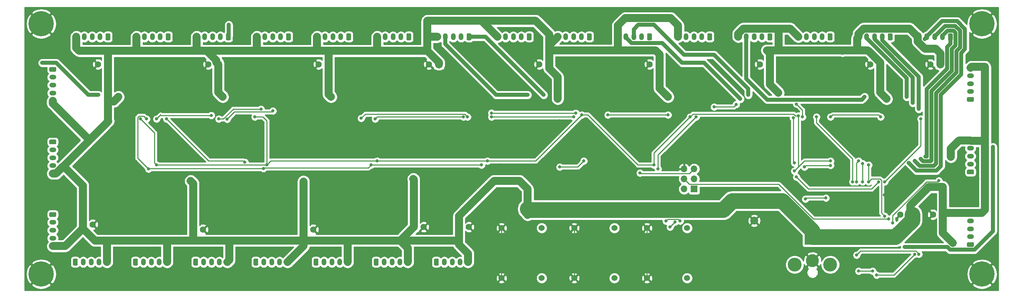
<source format=gbr>
%TF.GenerationSoftware,KiCad,Pcbnew,(5.1.10-1-10_14)*%
%TF.CreationDate,2021-09-29T23:31:10-07:00*%
%TF.ProjectId,stepper_clock,73746570-7065-4725-9f63-6c6f636b2e6b,rev?*%
%TF.SameCoordinates,Original*%
%TF.FileFunction,Copper,L2,Bot*%
%TF.FilePolarity,Positive*%
%FSLAX46Y46*%
G04 Gerber Fmt 4.6, Leading zero omitted, Abs format (unit mm)*
G04 Created by KiCad (PCBNEW (5.1.10-1-10_14)) date 2021-09-29 23:31:10*
%MOMM*%
%LPD*%
G01*
G04 APERTURE LIST*
%TA.AperFunction,ComponentPad*%
%ADD10O,1.200000X1.750000*%
%TD*%
%TA.AperFunction,ComponentPad*%
%ADD11R,4.000000X4.000000*%
%TD*%
%TA.AperFunction,ComponentPad*%
%ADD12C,3.300000*%
%TD*%
%TA.AperFunction,ComponentPad*%
%ADD13C,3.500000*%
%TD*%
%TA.AperFunction,ComponentPad*%
%ADD14R,1.700000X1.700000*%
%TD*%
%TA.AperFunction,ComponentPad*%
%ADD15O,1.700000X1.700000*%
%TD*%
%TA.AperFunction,ComponentPad*%
%ADD16O,1.750000X1.200000*%
%TD*%
%TA.AperFunction,ComponentPad*%
%ADD17C,1.524000*%
%TD*%
%TA.AperFunction,ComponentPad*%
%ADD18R,1.600000X1.600000*%
%TD*%
%TA.AperFunction,ComponentPad*%
%ADD19C,1.600000*%
%TD*%
%TA.AperFunction,ComponentPad*%
%ADD20R,2.000000X2.000000*%
%TD*%
%TA.AperFunction,ComponentPad*%
%ADD21C,2.000000*%
%TD*%
%TA.AperFunction,ComponentPad*%
%ADD22C,0.800000*%
%TD*%
%TA.AperFunction,ComponentPad*%
%ADD23C,6.400000*%
%TD*%
%TA.AperFunction,ViaPad*%
%ADD24C,0.800000*%
%TD*%
%TA.AperFunction,Conductor*%
%ADD25C,0.254000*%
%TD*%
%TA.AperFunction,Conductor*%
%ADD26C,4.000000*%
%TD*%
%TA.AperFunction,Conductor*%
%ADD27C,2.000000*%
%TD*%
%TA.AperFunction,Conductor*%
%ADD28C,1.000000*%
%TD*%
%TA.AperFunction,Conductor*%
%ADD29C,0.150000*%
%TD*%
G04 APERTURE END LIST*
%TO.P,J9,1*%
%TO.N,Net-(J9-Pad1)*%
%TA.AperFunction,ComponentPad*%
G36*
G01*
X109890000Y-67935001D02*
X109890000Y-66684999D01*
G75*
G02*
X110139999Y-66435000I249999J0D01*
G01*
X110840001Y-66435000D01*
G75*
G02*
X111090000Y-66684999I0J-249999D01*
G01*
X111090000Y-67935001D01*
G75*
G02*
X110840001Y-68185000I-249999J0D01*
G01*
X110139999Y-68185000D01*
G75*
G02*
X109890000Y-67935001I0J249999D01*
G01*
G37*
%TD.AperFunction*%
D10*
%TO.P,J9,2*%
%TO.N,Net-(J9-Pad2)*%
X112490000Y-67310000D03*
%TO.P,J9,3*%
%TO.N,Net-(J9-Pad3)*%
X114490000Y-67310000D03*
%TO.P,J9,4*%
%TO.N,Net-(J9-Pad4)*%
X116490000Y-67310000D03*
%TO.P,J9,5*%
%TO.N,+5V*%
X118490000Y-67310000D03*
%TD*%
%TO.P,J8,1*%
%TO.N,Net-(J8-Pad1)*%
%TA.AperFunction,ComponentPad*%
G36*
G01*
X94650000Y-67935001D02*
X94650000Y-66684999D01*
G75*
G02*
X94899999Y-66435000I249999J0D01*
G01*
X95600001Y-66435000D01*
G75*
G02*
X95850000Y-66684999I0J-249999D01*
G01*
X95850000Y-67935001D01*
G75*
G02*
X95600001Y-68185000I-249999J0D01*
G01*
X94899999Y-68185000D01*
G75*
G02*
X94650000Y-67935001I0J249999D01*
G01*
G37*
%TD.AperFunction*%
%TO.P,J8,2*%
%TO.N,Net-(J8-Pad2)*%
X97250000Y-67310000D03*
%TO.P,J8,3*%
%TO.N,Net-(J8-Pad3)*%
X99250000Y-67310000D03*
%TO.P,J8,4*%
%TO.N,Net-(J8-Pad4)*%
X101250000Y-67310000D03*
%TO.P,J8,5*%
%TO.N,+5V*%
X103250000Y-67310000D03*
%TD*%
%TO.P,J3,1*%
%TO.N,Net-(J3-Pad1)*%
%TA.AperFunction,ComponentPad*%
G36*
G01*
X18450000Y-67935001D02*
X18450000Y-66684999D01*
G75*
G02*
X18699999Y-66435000I249999J0D01*
G01*
X19400001Y-66435000D01*
G75*
G02*
X19650000Y-66684999I0J-249999D01*
G01*
X19650000Y-67935001D01*
G75*
G02*
X19400001Y-68185000I-249999J0D01*
G01*
X18699999Y-68185000D01*
G75*
G02*
X18450000Y-67935001I0J249999D01*
G01*
G37*
%TD.AperFunction*%
%TO.P,J3,2*%
%TO.N,Net-(J3-Pad2)*%
X21050000Y-67310000D03*
%TO.P,J3,3*%
%TO.N,Net-(J3-Pad3)*%
X23050000Y-67310000D03*
%TO.P,J3,4*%
%TO.N,Net-(J3-Pad4)*%
X25050000Y-67310000D03*
%TO.P,J3,5*%
%TO.N,+5V*%
X27050000Y-67310000D03*
%TD*%
%TO.P,J4,5*%
%TO.N,+5V*%
X42290000Y-67310000D03*
%TO.P,J4,4*%
%TO.N,Net-(J4-Pad4)*%
X40290000Y-67310000D03*
%TO.P,J4,3*%
%TO.N,Net-(J4-Pad3)*%
X38290000Y-67310000D03*
%TO.P,J4,2*%
%TO.N,Net-(J4-Pad2)*%
X36290000Y-67310000D03*
%TO.P,J4,1*%
%TO.N,Net-(J4-Pad1)*%
%TA.AperFunction,ComponentPad*%
G36*
G01*
X33690000Y-67935001D02*
X33690000Y-66684999D01*
G75*
G02*
X33939999Y-66435000I249999J0D01*
G01*
X34640001Y-66435000D01*
G75*
G02*
X34890000Y-66684999I0J-249999D01*
G01*
X34890000Y-67935001D01*
G75*
G02*
X34640001Y-68185000I-249999J0D01*
G01*
X33939999Y-68185000D01*
G75*
G02*
X33690000Y-67935001I0J249999D01*
G01*
G37*
%TD.AperFunction*%
%TD*%
D11*
%TO.P,J1,1*%
%TO.N,+5V*%
X205740000Y-60960000D03*
D12*
%TO.P,J1,2*%
%TO.N,GND*%
X205740000Y-66960000D03*
D13*
%TO.P,J1,MP*%
%TO.N,N/C*%
X201240000Y-67960000D03*
X210240000Y-67960000D03*
%TD*%
D14*
%TO.P,J2,1*%
%TO.N,/MISO*%
X175768000Y-48768000D03*
D15*
%TO.P,J2,2*%
%TO.N,+3V3*%
X173228000Y-48768000D03*
%TO.P,J2,3*%
%TO.N,/SCK*%
X175768000Y-46228000D03*
%TO.P,J2,4*%
%TO.N,/MOSI*%
X173228000Y-46228000D03*
%TO.P,J2,5*%
%TO.N,/RST*%
X175768000Y-43688000D03*
%TO.P,J2,6*%
%TO.N,GND*%
X173228000Y-43688000D03*
%TD*%
%TO.P,J5,1*%
%TO.N,Net-(J5-Pad1)*%
%TA.AperFunction,ComponentPad*%
G36*
G01*
X48930000Y-67935001D02*
X48930000Y-66684999D01*
G75*
G02*
X49179999Y-66435000I249999J0D01*
G01*
X49880001Y-66435000D01*
G75*
G02*
X50130000Y-66684999I0J-249999D01*
G01*
X50130000Y-67935001D01*
G75*
G02*
X49880001Y-68185000I-249999J0D01*
G01*
X49179999Y-68185000D01*
G75*
G02*
X48930000Y-67935001I0J249999D01*
G01*
G37*
%TD.AperFunction*%
D10*
%TO.P,J5,2*%
%TO.N,Net-(J5-Pad2)*%
X51530000Y-67310000D03*
%TO.P,J5,3*%
%TO.N,Net-(J5-Pad3)*%
X53530000Y-67310000D03*
%TO.P,J5,4*%
%TO.N,Net-(J5-Pad4)*%
X55530000Y-67310000D03*
%TO.P,J5,5*%
%TO.N,+5V*%
X57530000Y-67310000D03*
%TD*%
%TO.P,J6,5*%
%TO.N,+5V*%
X72770000Y-67310000D03*
%TO.P,J6,4*%
%TO.N,Net-(J6-Pad4)*%
X70770000Y-67310000D03*
%TO.P,J6,3*%
%TO.N,Net-(J6-Pad3)*%
X68770000Y-67310000D03*
%TO.P,J6,2*%
%TO.N,Net-(J6-Pad2)*%
X66770000Y-67310000D03*
%TO.P,J6,1*%
%TO.N,Net-(J6-Pad1)*%
%TA.AperFunction,ComponentPad*%
G36*
G01*
X64170000Y-67935001D02*
X64170000Y-66684999D01*
G75*
G02*
X64419999Y-66435000I249999J0D01*
G01*
X65120001Y-66435000D01*
G75*
G02*
X65370000Y-66684999I0J-249999D01*
G01*
X65370000Y-67935001D01*
G75*
G02*
X65120001Y-68185000I-249999J0D01*
G01*
X64419999Y-68185000D01*
G75*
G02*
X64170000Y-67935001I0J249999D01*
G01*
G37*
%TD.AperFunction*%
%TD*%
%TO.P,J7,5*%
%TO.N,+5V*%
X88010000Y-67310000D03*
%TO.P,J7,4*%
%TO.N,Net-(J7-Pad4)*%
X86010000Y-67310000D03*
%TO.P,J7,3*%
%TO.N,Net-(J7-Pad3)*%
X84010000Y-67310000D03*
%TO.P,J7,2*%
%TO.N,Net-(J7-Pad2)*%
X82010000Y-67310000D03*
%TO.P,J7,1*%
%TO.N,Net-(J7-Pad1)*%
%TA.AperFunction,ComponentPad*%
G36*
G01*
X79410000Y-67935001D02*
X79410000Y-66684999D01*
G75*
G02*
X79659999Y-66435000I249999J0D01*
G01*
X80360001Y-66435000D01*
G75*
G02*
X80610000Y-66684999I0J-249999D01*
G01*
X80610000Y-67935001D01*
G75*
G02*
X80360001Y-68185000I-249999J0D01*
G01*
X79659999Y-68185000D01*
G75*
G02*
X79410000Y-67935001I0J249999D01*
G01*
G37*
%TD.AperFunction*%
%TD*%
%TO.P,J10,5*%
%TO.N,+5V*%
X65025000Y-10160000D03*
%TO.P,J10,4*%
%TO.N,Net-(J10-Pad4)*%
X67025000Y-10160000D03*
%TO.P,J10,3*%
%TO.N,Net-(J10-Pad3)*%
X69025000Y-10160000D03*
%TO.P,J10,2*%
%TO.N,Net-(J10-Pad2)*%
X71025000Y-10160000D03*
%TO.P,J10,1*%
%TO.N,Net-(J10-Pad1)*%
%TA.AperFunction,ComponentPad*%
G36*
G01*
X73625000Y-9534999D02*
X73625000Y-10785001D01*
G75*
G02*
X73375001Y-11035000I-249999J0D01*
G01*
X72674999Y-11035000D01*
G75*
G02*
X72425000Y-10785001I0J249999D01*
G01*
X72425000Y-9534999D01*
G75*
G02*
X72674999Y-9285000I249999J0D01*
G01*
X73375001Y-9285000D01*
G75*
G02*
X73625000Y-9534999I0J-249999D01*
G01*
G37*
%TD.AperFunction*%
%TD*%
%TO.P,J11,1*%
%TO.N,Net-(J11-Pad1)*%
%TA.AperFunction,ComponentPad*%
G36*
G01*
X58385000Y-9534999D02*
X58385000Y-10785001D01*
G75*
G02*
X58135001Y-11035000I-249999J0D01*
G01*
X57434999Y-11035000D01*
G75*
G02*
X57185000Y-10785001I0J249999D01*
G01*
X57185000Y-9534999D01*
G75*
G02*
X57434999Y-9285000I249999J0D01*
G01*
X58135001Y-9285000D01*
G75*
G02*
X58385000Y-9534999I0J-249999D01*
G01*
G37*
%TD.AperFunction*%
%TO.P,J11,2*%
%TO.N,Net-(J11-Pad2)*%
X55785000Y-10160000D03*
%TO.P,J11,3*%
%TO.N,Net-(J11-Pad3)*%
X53785000Y-10160000D03*
%TO.P,J11,4*%
%TO.N,Net-(J11-Pad4)*%
X51785000Y-10160000D03*
%TO.P,J11,5*%
%TO.N,+5V*%
X49785000Y-10160000D03*
%TD*%
%TO.P,J12,1*%
%TO.N,Net-(J12-Pad1)*%
%TA.AperFunction,ComponentPad*%
G36*
G01*
X43145000Y-9534999D02*
X43145000Y-10785001D01*
G75*
G02*
X42895001Y-11035000I-249999J0D01*
G01*
X42194999Y-11035000D01*
G75*
G02*
X41945000Y-10785001I0J249999D01*
G01*
X41945000Y-9534999D01*
G75*
G02*
X42194999Y-9285000I249999J0D01*
G01*
X42895001Y-9285000D01*
G75*
G02*
X43145000Y-9534999I0J-249999D01*
G01*
G37*
%TD.AperFunction*%
%TO.P,J12,2*%
%TO.N,Net-(J12-Pad2)*%
X40545000Y-10160000D03*
%TO.P,J12,3*%
%TO.N,Net-(J12-Pad3)*%
X38545000Y-10160000D03*
%TO.P,J12,4*%
%TO.N,Net-(J12-Pad4)*%
X36545000Y-10160000D03*
%TO.P,J12,5*%
%TO.N,+5V*%
X34545000Y-10160000D03*
%TD*%
%TO.P,J13,5*%
%TO.N,+5V*%
X19305000Y-10160000D03*
%TO.P,J13,4*%
%TO.N,Net-(J13-Pad4)*%
X21305000Y-10160000D03*
%TO.P,J13,3*%
%TO.N,Net-(J13-Pad3)*%
X23305000Y-10160000D03*
%TO.P,J13,2*%
%TO.N,Net-(J13-Pad2)*%
X25305000Y-10160000D03*
%TO.P,J13,1*%
%TO.N,Net-(J13-Pad1)*%
%TA.AperFunction,ComponentPad*%
G36*
G01*
X27905000Y-9534999D02*
X27905000Y-10785001D01*
G75*
G02*
X27655001Y-11035000I-249999J0D01*
G01*
X26954999Y-11035000D01*
G75*
G02*
X26705000Y-10785001I0J249999D01*
G01*
X26705000Y-9534999D01*
G75*
G02*
X26954999Y-9285000I249999J0D01*
G01*
X27655001Y-9285000D01*
G75*
G02*
X27905000Y-9534999I0J-249999D01*
G01*
G37*
%TD.AperFunction*%
%TD*%
%TO.P,J14,1*%
%TO.N,Net-(J14-Pad1)*%
%TA.AperFunction,ComponentPad*%
G36*
G01*
X12709999Y-17815000D02*
X13960001Y-17815000D01*
G75*
G02*
X14210000Y-18064999I0J-249999D01*
G01*
X14210000Y-18765001D01*
G75*
G02*
X13960001Y-19015000I-249999J0D01*
G01*
X12709999Y-19015000D01*
G75*
G02*
X12460000Y-18765001I0J249999D01*
G01*
X12460000Y-18064999D01*
G75*
G02*
X12709999Y-17815000I249999J0D01*
G01*
G37*
%TD.AperFunction*%
D16*
%TO.P,J14,2*%
%TO.N,Net-(J14-Pad2)*%
X13335000Y-20415000D03*
%TO.P,J14,3*%
%TO.N,Net-(J14-Pad3)*%
X13335000Y-22415000D03*
%TO.P,J14,4*%
%TO.N,Net-(J14-Pad4)*%
X13335000Y-24415000D03*
%TO.P,J14,5*%
%TO.N,+5V*%
X13335000Y-26415000D03*
%TD*%
%TO.P,J15,5*%
%TO.N,+5V*%
X13335000Y-44830000D03*
%TO.P,J15,4*%
%TO.N,Net-(J15-Pad4)*%
X13335000Y-42830000D03*
%TO.P,J15,3*%
%TO.N,Net-(J15-Pad3)*%
X13335000Y-40830000D03*
%TO.P,J15,2*%
%TO.N,Net-(J15-Pad2)*%
X13335000Y-38830000D03*
%TO.P,J15,1*%
%TO.N,Net-(J15-Pad1)*%
%TA.AperFunction,ComponentPad*%
G36*
G01*
X12709999Y-36230000D02*
X13960001Y-36230000D01*
G75*
G02*
X14210000Y-36479999I0J-249999D01*
G01*
X14210000Y-37180001D01*
G75*
G02*
X13960001Y-37430000I-249999J0D01*
G01*
X12709999Y-37430000D01*
G75*
G02*
X12460000Y-37180001I0J249999D01*
G01*
X12460000Y-36479999D01*
G75*
G02*
X12709999Y-36230000I249999J0D01*
G01*
G37*
%TD.AperFunction*%
%TD*%
%TO.P,J16,1*%
%TO.N,Net-(J16-Pad1)*%
%TA.AperFunction,ComponentPad*%
G36*
G01*
X12709999Y-54645000D02*
X13960001Y-54645000D01*
G75*
G02*
X14210000Y-54894999I0J-249999D01*
G01*
X14210000Y-55595001D01*
G75*
G02*
X13960001Y-55845000I-249999J0D01*
G01*
X12709999Y-55845000D01*
G75*
G02*
X12460000Y-55595001I0J249999D01*
G01*
X12460000Y-54894999D01*
G75*
G02*
X12709999Y-54645000I249999J0D01*
G01*
G37*
%TD.AperFunction*%
%TO.P,J16,2*%
%TO.N,Net-(J16-Pad2)*%
X13335000Y-57245000D03*
%TO.P,J16,3*%
%TO.N,Net-(J16-Pad3)*%
X13335000Y-59245000D03*
%TO.P,J16,4*%
%TO.N,Net-(J16-Pad4)*%
X13335000Y-61245000D03*
%TO.P,J16,5*%
%TO.N,+5V*%
X13335000Y-63245000D03*
%TD*%
%TO.P,J17,1*%
%TO.N,Net-(J17-Pad1)*%
%TA.AperFunction,ComponentPad*%
G36*
G01*
X180305000Y-9534999D02*
X180305000Y-10785001D01*
G75*
G02*
X180055001Y-11035000I-249999J0D01*
G01*
X179354999Y-11035000D01*
G75*
G02*
X179105000Y-10785001I0J249999D01*
G01*
X179105000Y-9534999D01*
G75*
G02*
X179354999Y-9285000I249999J0D01*
G01*
X180055001Y-9285000D01*
G75*
G02*
X180305000Y-9534999I0J-249999D01*
G01*
G37*
%TD.AperFunction*%
D10*
%TO.P,J17,2*%
%TO.N,Net-(J17-Pad2)*%
X177705000Y-10160000D03*
%TO.P,J17,3*%
%TO.N,Net-(J17-Pad3)*%
X175705000Y-10160000D03*
%TO.P,J17,4*%
%TO.N,Net-(J17-Pad4)*%
X173705000Y-10160000D03*
%TO.P,J17,5*%
%TO.N,+5V*%
X171705000Y-10160000D03*
%TD*%
%TO.P,J18,5*%
%TO.N,+5V*%
X156465000Y-10160000D03*
%TO.P,J18,4*%
%TO.N,Net-(J18-Pad4)*%
X158465000Y-10160000D03*
%TO.P,J18,3*%
%TO.N,Net-(J18-Pad3)*%
X160465000Y-10160000D03*
%TO.P,J18,2*%
%TO.N,Net-(J18-Pad2)*%
X162465000Y-10160000D03*
%TO.P,J18,1*%
%TO.N,Net-(J18-Pad1)*%
%TA.AperFunction,ComponentPad*%
G36*
G01*
X165065000Y-9534999D02*
X165065000Y-10785001D01*
G75*
G02*
X164815001Y-11035000I-249999J0D01*
G01*
X164114999Y-11035000D01*
G75*
G02*
X163865000Y-10785001I0J249999D01*
G01*
X163865000Y-9534999D01*
G75*
G02*
X164114999Y-9285000I249999J0D01*
G01*
X164815001Y-9285000D01*
G75*
G02*
X165065000Y-9534999I0J-249999D01*
G01*
G37*
%TD.AperFunction*%
%TD*%
%TO.P,J19,5*%
%TO.N,+5V*%
X141225000Y-10160000D03*
%TO.P,J19,4*%
%TO.N,Net-(J19-Pad4)*%
X143225000Y-10160000D03*
%TO.P,J19,3*%
%TO.N,Net-(J19-Pad3)*%
X145225000Y-10160000D03*
%TO.P,J19,2*%
%TO.N,Net-(J19-Pad2)*%
X147225000Y-10160000D03*
%TO.P,J19,1*%
%TO.N,Net-(J19-Pad1)*%
%TA.AperFunction,ComponentPad*%
G36*
G01*
X149825000Y-9534999D02*
X149825000Y-10785001D01*
G75*
G02*
X149575001Y-11035000I-249999J0D01*
G01*
X148874999Y-11035000D01*
G75*
G02*
X148625000Y-10785001I0J249999D01*
G01*
X148625000Y-9534999D01*
G75*
G02*
X148874999Y-9285000I249999J0D01*
G01*
X149575001Y-9285000D01*
G75*
G02*
X149825000Y-9534999I0J-249999D01*
G01*
G37*
%TD.AperFunction*%
%TD*%
%TO.P,J20,1*%
%TO.N,Net-(J20-Pad1)*%
%TA.AperFunction,ComponentPad*%
G36*
G01*
X134585000Y-9534999D02*
X134585000Y-10785001D01*
G75*
G02*
X134335001Y-11035000I-249999J0D01*
G01*
X133634999Y-11035000D01*
G75*
G02*
X133385000Y-10785001I0J249999D01*
G01*
X133385000Y-9534999D01*
G75*
G02*
X133634999Y-9285000I249999J0D01*
G01*
X134335001Y-9285000D01*
G75*
G02*
X134585000Y-9534999I0J-249999D01*
G01*
G37*
%TD.AperFunction*%
%TO.P,J20,2*%
%TO.N,Net-(J20-Pad2)*%
X131985000Y-10160000D03*
%TO.P,J20,3*%
%TO.N,Net-(J20-Pad3)*%
X129985000Y-10160000D03*
%TO.P,J20,4*%
%TO.N,Net-(J20-Pad4)*%
X127985000Y-10160000D03*
%TO.P,J20,5*%
%TO.N,+5V*%
X125985000Y-10160000D03*
%TD*%
%TO.P,J21,5*%
%TO.N,+5V*%
X110745000Y-10160000D03*
%TO.P,J21,4*%
%TO.N,Net-(J21-Pad4)*%
X112745000Y-10160000D03*
%TO.P,J21,3*%
%TO.N,Net-(J21-Pad3)*%
X114745000Y-10160000D03*
%TO.P,J21,2*%
%TO.N,Net-(J21-Pad2)*%
X116745000Y-10160000D03*
%TO.P,J21,1*%
%TO.N,Net-(J21-Pad1)*%
%TA.AperFunction,ComponentPad*%
G36*
G01*
X119345000Y-9534999D02*
X119345000Y-10785001D01*
G75*
G02*
X119095001Y-11035000I-249999J0D01*
G01*
X118394999Y-11035000D01*
G75*
G02*
X118145000Y-10785001I0J249999D01*
G01*
X118145000Y-9534999D01*
G75*
G02*
X118394999Y-9285000I249999J0D01*
G01*
X119095001Y-9285000D01*
G75*
G02*
X119345000Y-9534999I0J-249999D01*
G01*
G37*
%TD.AperFunction*%
%TD*%
%TO.P,J22,1*%
%TO.N,Net-(J22-Pad1)*%
%TA.AperFunction,ComponentPad*%
G36*
G01*
X104105000Y-9534999D02*
X104105000Y-10785001D01*
G75*
G02*
X103855001Y-11035000I-249999J0D01*
G01*
X103154999Y-11035000D01*
G75*
G02*
X102905000Y-10785001I0J249999D01*
G01*
X102905000Y-9534999D01*
G75*
G02*
X103154999Y-9285000I249999J0D01*
G01*
X103855001Y-9285000D01*
G75*
G02*
X104105000Y-9534999I0J-249999D01*
G01*
G37*
%TD.AperFunction*%
%TO.P,J22,2*%
%TO.N,Net-(J22-Pad2)*%
X101505000Y-10160000D03*
%TO.P,J22,3*%
%TO.N,Net-(J22-Pad3)*%
X99505000Y-10160000D03*
%TO.P,J22,4*%
%TO.N,Net-(J22-Pad4)*%
X97505000Y-10160000D03*
%TO.P,J22,5*%
%TO.N,+5V*%
X95505000Y-10160000D03*
%TD*%
%TO.P,J23,5*%
%TO.N,+5V*%
X80265000Y-10160000D03*
%TO.P,J23,4*%
%TO.N,Net-(J23-Pad4)*%
X82265000Y-10160000D03*
%TO.P,J23,3*%
%TO.N,Net-(J23-Pad3)*%
X84265000Y-10160000D03*
%TO.P,J23,2*%
%TO.N,Net-(J23-Pad2)*%
X86265000Y-10160000D03*
%TO.P,J23,1*%
%TO.N,Net-(J23-Pad1)*%
%TA.AperFunction,ComponentPad*%
G36*
G01*
X88865000Y-9534999D02*
X88865000Y-10785001D01*
G75*
G02*
X88615001Y-11035000I-249999J0D01*
G01*
X87914999Y-11035000D01*
G75*
G02*
X87665000Y-10785001I0J249999D01*
G01*
X87665000Y-9534999D01*
G75*
G02*
X87914999Y-9285000I249999J0D01*
G01*
X88615001Y-9285000D01*
G75*
G02*
X88865000Y-9534999I0J-249999D01*
G01*
G37*
%TD.AperFunction*%
%TD*%
%TO.P,J24,1*%
%TO.N,Net-(J24-Pad1)*%
%TA.AperFunction,ComponentPad*%
G36*
G01*
X246370001Y-63465000D02*
X245119999Y-63465000D01*
G75*
G02*
X244870000Y-63215001I0J249999D01*
G01*
X244870000Y-62514999D01*
G75*
G02*
X245119999Y-62265000I249999J0D01*
G01*
X246370001Y-62265000D01*
G75*
G02*
X246620000Y-62514999I0J-249999D01*
G01*
X246620000Y-63215001D01*
G75*
G02*
X246370001Y-63465000I-249999J0D01*
G01*
G37*
%TD.AperFunction*%
D16*
%TO.P,J24,2*%
%TO.N,Net-(J24-Pad2)*%
X245745000Y-60865000D03*
%TO.P,J24,3*%
%TO.N,Net-(J24-Pad3)*%
X245745000Y-58865000D03*
%TO.P,J24,4*%
%TO.N,Net-(J24-Pad4)*%
X245745000Y-56865000D03*
%TO.P,J24,5*%
%TO.N,+5V*%
X245745000Y-54865000D03*
%TD*%
%TO.P,J25,5*%
%TO.N,+5V*%
X245745000Y-36450000D03*
%TO.P,J25,4*%
%TO.N,Net-(J25-Pad4)*%
X245745000Y-38450000D03*
%TO.P,J25,3*%
%TO.N,Net-(J25-Pad3)*%
X245745000Y-40450000D03*
%TO.P,J25,2*%
%TO.N,Net-(J25-Pad2)*%
X245745000Y-42450000D03*
%TO.P,J25,1*%
%TO.N,Net-(J25-Pad1)*%
%TA.AperFunction,ComponentPad*%
G36*
G01*
X246370001Y-45050000D02*
X245119999Y-45050000D01*
G75*
G02*
X244870000Y-44800001I0J249999D01*
G01*
X244870000Y-44099999D01*
G75*
G02*
X245119999Y-43850000I249999J0D01*
G01*
X246370001Y-43850000D01*
G75*
G02*
X246620000Y-44099999I0J-249999D01*
G01*
X246620000Y-44800001D01*
G75*
G02*
X246370001Y-45050000I-249999J0D01*
G01*
G37*
%TD.AperFunction*%
%TD*%
%TO.P,J26,5*%
%TO.N,+5V*%
X245745000Y-18035000D03*
%TO.P,J26,4*%
%TO.N,Net-(J26-Pad4)*%
X245745000Y-20035000D03*
%TO.P,J26,3*%
%TO.N,Net-(J26-Pad3)*%
X245745000Y-22035000D03*
%TO.P,J26,2*%
%TO.N,Net-(J26-Pad2)*%
X245745000Y-24035000D03*
%TO.P,J26,1*%
%TO.N,Net-(J26-Pad1)*%
%TA.AperFunction,ComponentPad*%
G36*
G01*
X246370001Y-26635000D02*
X245119999Y-26635000D01*
G75*
G02*
X244870000Y-26385001I0J249999D01*
G01*
X244870000Y-25684999D01*
G75*
G02*
X245119999Y-25435000I249999J0D01*
G01*
X246370001Y-25435000D01*
G75*
G02*
X246620000Y-25684999I0J-249999D01*
G01*
X246620000Y-26385001D01*
G75*
G02*
X246370001Y-26635000I-249999J0D01*
G01*
G37*
%TD.AperFunction*%
%TD*%
%TO.P,J27,1*%
%TO.N,Net-(J27-Pad1)*%
%TA.AperFunction,ComponentPad*%
G36*
G01*
X241265000Y-9534999D02*
X241265000Y-10785001D01*
G75*
G02*
X241015001Y-11035000I-249999J0D01*
G01*
X240314999Y-11035000D01*
G75*
G02*
X240065000Y-10785001I0J249999D01*
G01*
X240065000Y-9534999D01*
G75*
G02*
X240314999Y-9285000I249999J0D01*
G01*
X241015001Y-9285000D01*
G75*
G02*
X241265000Y-9534999I0J-249999D01*
G01*
G37*
%TD.AperFunction*%
D10*
%TO.P,J27,2*%
%TO.N,Net-(J27-Pad2)*%
X238665000Y-10160000D03*
%TO.P,J27,3*%
%TO.N,Net-(J27-Pad3)*%
X236665000Y-10160000D03*
%TO.P,J27,4*%
%TO.N,Net-(J27-Pad4)*%
X234665000Y-10160000D03*
%TO.P,J27,5*%
%TO.N,+5V*%
X232665000Y-10160000D03*
%TD*%
%TO.P,J28,5*%
%TO.N,+5V*%
X217425000Y-10160000D03*
%TO.P,J28,4*%
%TO.N,Net-(J28-Pad4)*%
X219425000Y-10160000D03*
%TO.P,J28,3*%
%TO.N,Net-(J28-Pad3)*%
X221425000Y-10160000D03*
%TO.P,J28,2*%
%TO.N,Net-(J28-Pad2)*%
X223425000Y-10160000D03*
%TO.P,J28,1*%
%TO.N,Net-(J28-Pad1)*%
%TA.AperFunction,ComponentPad*%
G36*
G01*
X226025000Y-9534999D02*
X226025000Y-10785001D01*
G75*
G02*
X225775001Y-11035000I-249999J0D01*
G01*
X225074999Y-11035000D01*
G75*
G02*
X224825000Y-10785001I0J249999D01*
G01*
X224825000Y-9534999D01*
G75*
G02*
X225074999Y-9285000I249999J0D01*
G01*
X225775001Y-9285000D01*
G75*
G02*
X226025000Y-9534999I0J-249999D01*
G01*
G37*
%TD.AperFunction*%
%TD*%
%TO.P,J29,1*%
%TO.N,Net-(J29-Pad1)*%
%TA.AperFunction,ComponentPad*%
G36*
G01*
X210785000Y-9534999D02*
X210785000Y-10785001D01*
G75*
G02*
X210535001Y-11035000I-249999J0D01*
G01*
X209834999Y-11035000D01*
G75*
G02*
X209585000Y-10785001I0J249999D01*
G01*
X209585000Y-9534999D01*
G75*
G02*
X209834999Y-9285000I249999J0D01*
G01*
X210535001Y-9285000D01*
G75*
G02*
X210785000Y-9534999I0J-249999D01*
G01*
G37*
%TD.AperFunction*%
%TO.P,J29,2*%
%TO.N,Net-(J29-Pad2)*%
X208185000Y-10160000D03*
%TO.P,J29,3*%
%TO.N,Net-(J29-Pad3)*%
X206185000Y-10160000D03*
%TO.P,J29,4*%
%TO.N,Net-(J29-Pad4)*%
X204185000Y-10160000D03*
%TO.P,J29,5*%
%TO.N,+5V*%
X202185000Y-10160000D03*
%TD*%
%TO.P,J30,5*%
%TO.N,+5V*%
X186945000Y-10160000D03*
%TO.P,J30,4*%
%TO.N,Net-(J30-Pad4)*%
X188945000Y-10160000D03*
%TO.P,J30,3*%
%TO.N,Net-(J30-Pad3)*%
X190945000Y-10160000D03*
%TO.P,J30,2*%
%TO.N,Net-(J30-Pad2)*%
X192945000Y-10160000D03*
%TO.P,J30,1*%
%TO.N,Net-(J30-Pad1)*%
%TA.AperFunction,ComponentPad*%
G36*
G01*
X195545000Y-9534999D02*
X195545000Y-10785001D01*
G75*
G02*
X195295001Y-11035000I-249999J0D01*
G01*
X194594999Y-11035000D01*
G75*
G02*
X194345000Y-10785001I0J249999D01*
G01*
X194345000Y-9534999D01*
G75*
G02*
X194594999Y-9285000I249999J0D01*
G01*
X195295001Y-9285000D01*
G75*
G02*
X195545000Y-9534999I0J-249999D01*
G01*
G37*
%TD.AperFunction*%
%TD*%
D17*
%TO.P,SW2,4*%
%TO.N,GND*%
X145415000Y-71374000D03*
%TO.P,SW2,3*%
X145415000Y-58674000D03*
%TO.P,SW2,2*%
%TO.N,/MIN*%
X155575000Y-71374000D03*
%TO.P,SW2,1*%
X155575000Y-58674000D03*
%TD*%
%TO.P,SW3,1*%
%TO.N,/CAL*%
X173990000Y-58674000D03*
%TO.P,SW3,2*%
X173990000Y-71374000D03*
%TO.P,SW3,3*%
%TO.N,GND*%
X163830000Y-58674000D03*
%TO.P,SW3,4*%
X163830000Y-71374000D03*
%TD*%
%TO.P,SW1,1*%
%TO.N,/HOUR*%
X137160000Y-58674000D03*
%TO.P,SW1,2*%
X137160000Y-71374000D03*
%TO.P,SW1,3*%
%TO.N,GND*%
X127000000Y-58674000D03*
%TO.P,SW1,4*%
X127000000Y-71374000D03*
%TD*%
D18*
%TO.P,C21,1*%
%TO.N,+5V*%
X116205000Y-58420000D03*
D19*
%TO.P,C21,2*%
%TO.N,GND*%
X118705000Y-58420000D03*
%TD*%
%TO.P,C22,2*%
%TO.N,GND*%
X107275000Y-58420000D03*
D18*
%TO.P,C22,1*%
%TO.N,+5V*%
X104775000Y-58420000D03*
%TD*%
D19*
%TO.P,C23,2*%
%TO.N,GND*%
X79335000Y-59055000D03*
D18*
%TO.P,C23,1*%
%TO.N,+5V*%
X76835000Y-59055000D03*
%TD*%
%TO.P,C24,1*%
%TO.N,+5V*%
X48895000Y-59055000D03*
D19*
%TO.P,C24,2*%
%TO.N,GND*%
X51395000Y-59055000D03*
%TD*%
D18*
%TO.P,C25,1*%
%TO.N,+5V*%
X20955000Y-57785000D03*
D19*
%TO.P,C25,2*%
%TO.N,GND*%
X23455000Y-57785000D03*
%TD*%
%TO.P,C26,2*%
%TO.N,GND*%
X24805000Y-17145000D03*
D18*
%TO.P,C26,1*%
%TO.N,+5V*%
X27305000Y-17145000D03*
%TD*%
D19*
%TO.P,C27,2*%
%TO.N,GND*%
X52745000Y-17145000D03*
D18*
%TO.P,C27,1*%
%TO.N,+5V*%
X55245000Y-17145000D03*
%TD*%
%TO.P,C28,1*%
%TO.N,+5V*%
X83185000Y-17145000D03*
D19*
%TO.P,C28,2*%
%TO.N,GND*%
X80685000Y-17145000D03*
%TD*%
%TO.P,C29,2*%
%TO.N,GND*%
X108625000Y-17145000D03*
D18*
%TO.P,C29,1*%
%TO.N,+5V*%
X111125000Y-17145000D03*
%TD*%
%TO.P,C30,1*%
%TO.N,+5V*%
X139065000Y-17145000D03*
D19*
%TO.P,C30,2*%
%TO.N,GND*%
X136565000Y-17145000D03*
%TD*%
D18*
%TO.P,C31,1*%
%TO.N,+5V*%
X167005000Y-17145000D03*
D19*
%TO.P,C31,2*%
%TO.N,GND*%
X164505000Y-17145000D03*
%TD*%
%TO.P,C32,2*%
%TO.N,GND*%
X192445000Y-17145000D03*
D18*
%TO.P,C32,1*%
%TO.N,+5V*%
X194945000Y-17145000D03*
%TD*%
%TO.P,C33,1*%
%TO.N,+5V*%
X222885000Y-17145000D03*
D19*
%TO.P,C33,2*%
%TO.N,GND*%
X220385000Y-17145000D03*
%TD*%
%TO.P,C34,2*%
%TO.N,GND*%
X235625000Y-17145000D03*
D18*
%TO.P,C34,1*%
%TO.N,+5V*%
X238125000Y-17145000D03*
%TD*%
D19*
%TO.P,C35,2*%
%TO.N,GND*%
X236260000Y-55245000D03*
D18*
%TO.P,C35,1*%
%TO.N,+5V*%
X238760000Y-55245000D03*
%TD*%
%TO.P,C36,1*%
%TO.N,+5V*%
X230505000Y-55245000D03*
D19*
%TO.P,C36,2*%
%TO.N,GND*%
X228005000Y-55245000D03*
%TD*%
D20*
%TO.P,C1,1*%
%TO.N,+5V*%
X191008000Y-51816000D03*
D21*
%TO.P,C1,2*%
%TO.N,GND*%
X191008000Y-56816000D03*
%TD*%
D22*
%TO.P,H1,1*%
%TO.N,GND*%
X12111056Y-5160944D03*
X10414000Y-4458000D03*
X8716944Y-5160944D03*
X8014000Y-6858000D03*
X8716944Y-8555056D03*
X10414000Y-9258000D03*
X12111056Y-8555056D03*
X12814000Y-6858000D03*
D23*
X10414000Y-6858000D03*
%TD*%
%TO.P,H2,1*%
%TO.N,GND*%
X10414000Y-70358000D03*
D22*
X12814000Y-70358000D03*
X12111056Y-72055056D03*
X10414000Y-72758000D03*
X8716944Y-72055056D03*
X8014000Y-70358000D03*
X8716944Y-68660944D03*
X10414000Y-67958000D03*
X12111056Y-68660944D03*
%TD*%
D23*
%TO.P,H3,1*%
%TO.N,GND*%
X248666000Y-6858000D03*
D22*
X251066000Y-6858000D03*
X250363056Y-8555056D03*
X248666000Y-9258000D03*
X246968944Y-8555056D03*
X246266000Y-6858000D03*
X246968944Y-5160944D03*
X248666000Y-4458000D03*
X250363056Y-5160944D03*
%TD*%
%TO.P,H4,1*%
%TO.N,GND*%
X250363056Y-68660944D03*
X248666000Y-67958000D03*
X246968944Y-68660944D03*
X246266000Y-70358000D03*
X246968944Y-72055056D03*
X248666000Y-72758000D03*
X250363056Y-72055056D03*
X251066000Y-70358000D03*
D23*
X248666000Y-70358000D03*
%TD*%
D24*
%TO.N,Net-(BT1-Pad1)*%
X141732000Y-43180000D03*
X147828000Y-41656000D03*
%TO.N,GND*%
X95504000Y-34544000D03*
X48260000Y-26416000D03*
X69596000Y-26416000D03*
X61468000Y-25908000D03*
X22860000Y-44196000D03*
X34036000Y-42164000D03*
X38608000Y-45212000D03*
X42672000Y-46736000D03*
X114300000Y-28448000D03*
X88900000Y-25400000D03*
X141732000Y-31496000D03*
X126492000Y-42672000D03*
X173228000Y-30480000D03*
X173228000Y-25400000D03*
X209296000Y-28956000D03*
X228092000Y-23876000D03*
X234188000Y-57912000D03*
X234696000Y-56896000D03*
X239268000Y-69596000D03*
X211836000Y-72644000D03*
X209804000Y-72644000D03*
X207772000Y-72644000D03*
X205740000Y-72644000D03*
X203708000Y-72644000D03*
X201676000Y-72644000D03*
X199644000Y-72644000D03*
X199644000Y-70612000D03*
X203708000Y-70612000D03*
X207772000Y-70612000D03*
X211836000Y-70612000D03*
X199644000Y-58928000D03*
X199644000Y-60960000D03*
X199644000Y-63500000D03*
X201676000Y-63500000D03*
X201676000Y-60960000D03*
X128524000Y-49784000D03*
X87884000Y-31496000D03*
X91948000Y-34544000D03*
X73660000Y-39116000D03*
X29972000Y-30988000D03*
X94996000Y-44704000D03*
X99060000Y-46736000D03*
X81788000Y-46736000D03*
X144780000Y-41656000D03*
X150876000Y-42672000D03*
X149352000Y-34544000D03*
X200660000Y-23368000D03*
X205740000Y-36068000D03*
X197104000Y-30988000D03*
X236728000Y-50800000D03*
X235712000Y-50800000D03*
X230632000Y-29972000D03*
X229616000Y-29972000D03*
X163576000Y-46736000D03*
X177800000Y-34544000D03*
X40640000Y-34544000D03*
X65532000Y-41656000D03*
X176276000Y-39116000D03*
X123190000Y-34798000D03*
X193040000Y-18796000D03*
X222250000Y-54356000D03*
X218948000Y-54356000D03*
X204216000Y-52832000D03*
X207010000Y-50038000D03*
X223958001Y-50292000D03*
X228600000Y-47498000D03*
X228600000Y-48514000D03*
X247650000Y-46228000D03*
X247650000Y-52578000D03*
X191770000Y-12954000D03*
X190754000Y-12954000D03*
X190754000Y-11938000D03*
X233680000Y-53848000D03*
X163576000Y-46736000D03*
X161544000Y-46736000D03*
X191262000Y-39624000D03*
X194818000Y-39624000D03*
X193040000Y-39624000D03*
X203708000Y-34544000D03*
%TO.N,+5V*%
X104648000Y-46228000D03*
X131572000Y-46736000D03*
X76835000Y-46863000D03*
X48260000Y-46736000D03*
X19812000Y-46736000D03*
X56388000Y-25400000D03*
X83820000Y-25400000D03*
X240792000Y-40640000D03*
X241300000Y-62484000D03*
X29972000Y-25400000D03*
X141224000Y-25908000D03*
X169164000Y-25400000D03*
X194945000Y-17145000D03*
X197104000Y-24384000D03*
X224536000Y-25908000D03*
X127000000Y-46736000D03*
%TO.N,+3V3*%
X42164000Y-30988000D03*
X61976000Y-41945000D03*
X220980000Y-69596000D03*
X217424000Y-69596000D03*
X200863919Y-30707862D03*
X201168000Y-42164000D03*
X217424000Y-41656000D03*
X216916000Y-46955000D03*
X91440000Y-30829070D03*
X118364000Y-30480000D03*
X209129990Y-51054000D03*
X203958958Y-51311042D03*
%TO.N,/SCK*%
X35560000Y-30988000D03*
X39624000Y-42672000D03*
X67564000Y-42672000D03*
X64516000Y-30480000D03*
X95504000Y-41656000D03*
X95504000Y-41656000D03*
X123444000Y-41656000D03*
X147320000Y-29972000D03*
X174752000Y-30480000D03*
X165608000Y-42672000D03*
X216916000Y-65532000D03*
X226060000Y-57404000D03*
X201168000Y-44196000D03*
X210312000Y-41656000D03*
X218440000Y-42322930D03*
X218440000Y-46955000D03*
X232664000Y-65313000D03*
X202184000Y-30191000D03*
X237744000Y-46660000D03*
%TO.N,/MOSI*%
X225044000Y-56388000D03*
X221996000Y-70612000D03*
X231648000Y-65313000D03*
%TO.N,/RST*%
X162052000Y-44704000D03*
%TO.N,Net-(J18-Pad4)*%
X187452000Y-25908000D03*
%TO.N,Net-(J18-Pad3)*%
X189484000Y-24892000D03*
%TO.N,Net-(J21-Pad4)*%
X133604000Y-24892000D03*
%TO.N,Net-(J25-Pad4)*%
X229108000Y-63500000D03*
X251460000Y-38100000D03*
%TO.N,Net-(J27-Pad2)*%
X233172000Y-41148000D03*
%TO.N,Net-(J27-Pad3)*%
X231648000Y-41656000D03*
%TO.N,Net-(J27-Pad4)*%
X230124000Y-42164000D03*
%TO.N,Net-(J28-Pad4)*%
X229616000Y-25400000D03*
%TO.N,Net-(J28-Pad3)*%
X231140000Y-26924000D03*
%TO.N,Net-(J28-Pad2)*%
X232664000Y-28448000D03*
%TO.N,Net-(J30-Pad4)*%
X218948000Y-25400000D03*
%TO.N,/HOUR*%
X168656000Y-56896000D03*
X172212000Y-56896000D03*
%TO.N,/MIN*%
X170948067Y-57143933D03*
X169672000Y-58420000D03*
%TO.N,/LATCH*%
X37592000Y-43688000D03*
X93980000Y-42672000D03*
X176276000Y-30480000D03*
X166624000Y-43688000D03*
X219964000Y-46955000D03*
X219964000Y-42672000D03*
X210312000Y-42776940D03*
X203701933Y-43186067D03*
X203200000Y-30480000D03*
X201676000Y-27213000D03*
X186412166Y-27320980D03*
X180841933Y-27946067D03*
X153924000Y-29972000D03*
X169164000Y-29972000D03*
X124460000Y-29479997D03*
X145796000Y-29521030D03*
X121920000Y-42672000D03*
X66675000Y-43561000D03*
X37084000Y-30988000D03*
X224028000Y-55661000D03*
%TO.N,Net-(U8-Pad14)*%
X39624000Y-30988000D03*
X53480133Y-30112133D03*
%TO.N,/digit 2/A19*%
X55372000Y-30988000D03*
X66075067Y-28483067D03*
%TO.N,/digit 2/A20*%
X57495558Y-31079558D03*
X69088000Y-28956000D03*
%TO.N,Net-(U10-Pad14)*%
X94996000Y-30988000D03*
X117348000Y-30480000D03*
%TO.N,Net-(U11-Pad14)*%
X124460000Y-30480000D03*
X145288000Y-30480000D03*
%TO.N,/digit 4/A4*%
X210312000Y-30480000D03*
X223012000Y-30480000D03*
%TO.N,Net-(U14-Pad14)*%
X206756000Y-30480000D03*
X215900000Y-46955000D03*
%TO.N,Net-(U15-Pad14)*%
X201676000Y-45720000D03*
X222504000Y-46955000D03*
%TO.N,/digit 4/A12*%
X233172000Y-30988000D03*
X224028000Y-46955000D03*
%TO.N,Net-(J11-Pad1)*%
X57912000Y-7112000D03*
%TO.N,Net-(J14-Pad1)*%
X24892000Y-24892000D03*
X10668000Y-16764000D03*
%TO.N,Net-(J21-Pad1)*%
X137668000Y-24892000D03*
%TO.N,Net-(J27-Pad1)*%
X234323906Y-40510375D03*
%TD*%
D25*
%TO.N,Net-(BT1-Pad1)*%
X141732000Y-43180000D02*
X146304000Y-43180000D01*
X146304000Y-43180000D02*
X147828000Y-41656000D01*
%TO.N,GND*%
X163830000Y-71374000D02*
X163830000Y-58674000D01*
X145415000Y-71374000D02*
X145415000Y-58674000D01*
X127000000Y-58674000D02*
X127000000Y-71374000D01*
X224091068Y-50158933D02*
X223958001Y-50292000D01*
X226180933Y-50158933D02*
X224091068Y-50158933D01*
D26*
%TO.N,+5V*%
X205740000Y-60960000D02*
X205740000Y-59436000D01*
X198120000Y-51816000D02*
X191008000Y-51816000D01*
X205740000Y-59436000D02*
X198120000Y-51816000D01*
X231005001Y-56685001D02*
X231005001Y-55245000D01*
X226730002Y-60960000D02*
X231005001Y-56685001D01*
X205740000Y-60960000D02*
X226730002Y-60960000D01*
D27*
X118490000Y-67310000D02*
X118490000Y-65150000D01*
X118490000Y-65150000D02*
X116205000Y-62865000D01*
X104775000Y-46355000D02*
X104648000Y-46228000D01*
X104775000Y-58420000D02*
X104775000Y-46355000D01*
X125089000Y-46736000D02*
X127000000Y-46736000D01*
X116205000Y-55620000D02*
X125089000Y-46736000D01*
X116205000Y-58420000D02*
X116205000Y-55620000D01*
X76835000Y-59055000D02*
X76835000Y-46863000D01*
X76835000Y-63245000D02*
X72770000Y-67310000D01*
X48895000Y-47371000D02*
X48260000Y-46736000D01*
X48895000Y-59055000D02*
X48895000Y-47371000D01*
X20955000Y-47879000D02*
X19812000Y-46736000D01*
X20955000Y-57785000D02*
X20955000Y-47879000D01*
X14155598Y-44830000D02*
X13335000Y-44830000D01*
X55245000Y-24257000D02*
X56388000Y-25400000D01*
X55245000Y-17145000D02*
X55245000Y-24257000D01*
X54745001Y-16645001D02*
X54745001Y-16184999D01*
X54745001Y-16184999D02*
X52276002Y-13716000D01*
X55245000Y-17145000D02*
X54745001Y-16645001D01*
X34545000Y-13035000D02*
X34545000Y-10160000D01*
X35226000Y-13716000D02*
X34545000Y-13035000D01*
X19305000Y-13035000D02*
X19305000Y-10160000D01*
X19986000Y-13716000D02*
X19305000Y-13035000D01*
X65025000Y-10160000D02*
X65025000Y-13035000D01*
X83185000Y-14345000D02*
X83185000Y-17145000D01*
X83064000Y-14224000D02*
X83185000Y-14345000D01*
X83185000Y-24765000D02*
X83820000Y-25400000D01*
X83185000Y-17145000D02*
X83185000Y-24765000D01*
X111125000Y-16684998D02*
X108156002Y-13716000D01*
X111125000Y-17145000D02*
X111125000Y-16684998D01*
X95505000Y-13035000D02*
X95505000Y-10160000D01*
X96186000Y-13716000D02*
X95505000Y-13035000D01*
X108156002Y-13716000D02*
X96186000Y-13716000D01*
X83572000Y-13716000D02*
X83064000Y-14224000D01*
X96186000Y-13716000D02*
X83572000Y-13716000D01*
X52276002Y-13716000D02*
X50800000Y-13716000D01*
X63500000Y-13716000D02*
X65706000Y-13716000D01*
X50800000Y-13716000D02*
X63500000Y-13716000D01*
X27305000Y-13843000D02*
X27432000Y-13716000D01*
X27305000Y-17145000D02*
X27305000Y-13843000D01*
X27432000Y-13716000D02*
X19986000Y-13716000D01*
X35226000Y-13716000D02*
X27432000Y-13716000D01*
X16030799Y-42954799D02*
X19812000Y-46736000D01*
X16030799Y-42954799D02*
X14155598Y-44830000D01*
X76835000Y-59055000D02*
X76835000Y-61849000D01*
X76835000Y-61849000D02*
X76835000Y-63245000D01*
X20955000Y-58801000D02*
X20955000Y-57785000D01*
X24003000Y-61849000D02*
X20955000Y-58801000D01*
X16511000Y-63245000D02*
X15495000Y-63245000D01*
X15495000Y-63245000D02*
X13335000Y-63245000D01*
X20955000Y-58801000D02*
X16511000Y-63245000D01*
X48895000Y-61595000D02*
X49149000Y-61849000D01*
X48895000Y-59055000D02*
X48895000Y-61595000D01*
X101346000Y-61849000D02*
X104775000Y-58420000D01*
X116205000Y-61849000D02*
X116205000Y-58420000D01*
X99949000Y-61849000D02*
X116205000Y-61849000D01*
X116205000Y-62865000D02*
X116205000Y-61849000D01*
X99949000Y-61849000D02*
X101346000Y-61849000D01*
X108156002Y-6143998D02*
X108204000Y-6096000D01*
X121921000Y-6096000D02*
X125985000Y-10160000D01*
X139065000Y-12320000D02*
X141225000Y-10160000D01*
X139065000Y-12320000D02*
X139065000Y-9525000D01*
X135636000Y-6096000D02*
X119888000Y-6096000D01*
X119888000Y-6096000D02*
X121921000Y-6096000D01*
X139065000Y-9525000D02*
X135636000Y-6096000D01*
X108204000Y-6096000D02*
X119888000Y-6096000D01*
X139065000Y-17145000D02*
X139065000Y-13589000D01*
X139065000Y-13589000D02*
X139065000Y-12320000D01*
X167005000Y-14605000D02*
X167005000Y-17145000D01*
X165989000Y-13589000D02*
X167005000Y-14605000D01*
X194945000Y-14345000D02*
X194945000Y-17145000D01*
X194189000Y-13589000D02*
X194945000Y-14345000D01*
X219789002Y-13589000D02*
X222885000Y-16684998D01*
X222885000Y-16684998D02*
X222885000Y-17145000D01*
X213487000Y-13589000D02*
X213360000Y-13716000D01*
X217043000Y-10542000D02*
X217425000Y-10160000D01*
X217043000Y-13589000D02*
X217043000Y-10542000D01*
X213487000Y-13589000D02*
X217043000Y-13589000D01*
X217043000Y-13589000D02*
X219789002Y-13589000D01*
X238125000Y-14345000D02*
X238125000Y-17145000D01*
X232424990Y-11404168D02*
X234228822Y-13208000D01*
X232424990Y-9995834D02*
X232424990Y-11404168D01*
X234228822Y-13208000D02*
X236988000Y-13208000D01*
X236988000Y-13208000D02*
X238125000Y-14345000D01*
X239140000Y-54865000D02*
X238760000Y-55245000D01*
X245745000Y-54865000D02*
X239140000Y-54865000D01*
X238760000Y-55245000D02*
X238760000Y-54784998D01*
X248620000Y-54865000D02*
X249428000Y-54057000D01*
X245745000Y-54865000D02*
X248620000Y-54865000D01*
X249428000Y-54057000D02*
X249428000Y-36576000D01*
X245871000Y-36576000D02*
X245745000Y-36450000D01*
X249428000Y-36576000D02*
X245871000Y-36576000D01*
X249428000Y-36576000D02*
X249428000Y-17780000D01*
X246000000Y-17780000D02*
X245745000Y-18035000D01*
X249428000Y-17780000D02*
X246000000Y-17780000D01*
X131572000Y-46736000D02*
X133604000Y-48768000D01*
D26*
X191008000Y-51816000D02*
X185420000Y-51816000D01*
X183146078Y-54089922D02*
X133845922Y-54089922D01*
X133845922Y-54089922D02*
X133604000Y-53848000D01*
X185420000Y-51816000D02*
X183146078Y-54089922D01*
D27*
X133604000Y-53848000D02*
X133604000Y-55372000D01*
X133604000Y-48768000D02*
X133604000Y-53848000D01*
X230349980Y-8084990D02*
X232424990Y-10160000D01*
X217425000Y-9339402D02*
X218679412Y-8084990D01*
X218679412Y-8084990D02*
X230349980Y-8084990D01*
X217425000Y-10160000D02*
X217425000Y-9339402D01*
X240792000Y-38528000D02*
X240792000Y-40640000D01*
X242870000Y-36450000D02*
X240792000Y-38528000D01*
X245745000Y-36450000D02*
X242870000Y-36450000D01*
X238760000Y-59944000D02*
X241300000Y-62484000D01*
X238760000Y-55245000D02*
X238760000Y-59944000D01*
X103250000Y-63753000D02*
X101346000Y-61849000D01*
X103250000Y-67310000D02*
X103250000Y-63753000D01*
X88010000Y-62102000D02*
X87757000Y-61849000D01*
X87757000Y-61849000D02*
X99949000Y-61849000D01*
X88010000Y-67310000D02*
X88010000Y-62102000D01*
X76835000Y-61849000D02*
X87757000Y-61849000D01*
X42290000Y-62102000D02*
X42037000Y-61849000D01*
X42290000Y-67310000D02*
X42290000Y-62102000D01*
X49149000Y-61849000D02*
X42037000Y-61849000D01*
X27050000Y-67310000D02*
X27050000Y-62104000D01*
X27305000Y-61849000D02*
X24003000Y-61849000D01*
X27050000Y-62104000D02*
X27305000Y-61849000D01*
X42037000Y-61849000D02*
X27305000Y-61849000D01*
X49785000Y-10160000D02*
X49785000Y-13715000D01*
X49784000Y-13716000D02*
X35226000Y-13716000D01*
X49785000Y-13715000D02*
X49784000Y-13716000D01*
X50800000Y-13716000D02*
X49784000Y-13716000D01*
X80265000Y-10160000D02*
X80265000Y-13209000D01*
X80265000Y-13209000D02*
X80772000Y-13716000D01*
X80772000Y-13716000D02*
X63500000Y-13716000D01*
X83572000Y-13716000D02*
X80772000Y-13716000D01*
X108204000Y-10160000D02*
X108156002Y-10112002D01*
X110745000Y-10160000D02*
X108204000Y-10160000D01*
X108156002Y-10112002D02*
X108156002Y-6143998D01*
X108156002Y-13716000D02*
X108156002Y-10112002D01*
X156465000Y-13461000D02*
X156337000Y-13589000D01*
X156465000Y-10160000D02*
X156465000Y-13461000D01*
X156337000Y-13589000D02*
X165989000Y-13589000D01*
X139065000Y-13589000D02*
X156337000Y-13589000D01*
X200109990Y-8084990D02*
X202185000Y-10160000D01*
X186945000Y-9339402D02*
X188199412Y-8084990D01*
X186945000Y-10160000D02*
X186945000Y-9339402D01*
X197147010Y-13251010D02*
X197485000Y-13589000D01*
X197147010Y-8084990D02*
X197147010Y-13251010D01*
X194189000Y-13589000D02*
X197485000Y-13589000D01*
X188199412Y-8084990D02*
X197147010Y-8084990D01*
X197485000Y-13589000D02*
X213487000Y-13589000D01*
X197147010Y-8084990D02*
X200109990Y-8084990D01*
X13335000Y-26415000D02*
X13335000Y-27051000D01*
X22634799Y-36350799D02*
X16030799Y-42954799D01*
X13335000Y-27051000D02*
X22634799Y-36350799D01*
X27433000Y-31552598D02*
X22634799Y-36350799D01*
X27305000Y-31424598D02*
X27433000Y-31552598D01*
X27305000Y-26543000D02*
X28829000Y-26543000D01*
X27305000Y-17145000D02*
X27305000Y-26543000D01*
X28829000Y-26543000D02*
X29972000Y-25400000D01*
X27305000Y-26543000D02*
X27305000Y-31424598D01*
X139065000Y-17145000D02*
X139065000Y-18161000D01*
X141224000Y-20320000D02*
X141224000Y-25908000D01*
X139065000Y-18161000D02*
X141224000Y-20320000D01*
X167005000Y-23241000D02*
X169164000Y-25400000D01*
X167005000Y-17145000D02*
X167005000Y-23241000D01*
X194945000Y-22225000D02*
X197104000Y-24384000D01*
X194945000Y-17145000D02*
X194945000Y-22225000D01*
X222885000Y-24257000D02*
X224536000Y-25908000D01*
X222885000Y-17145000D02*
X222885000Y-24257000D01*
X156465000Y-7285000D02*
X156465000Y-10160000D01*
X169831990Y-5411990D02*
X158338010Y-5411990D01*
X171705000Y-7285000D02*
X169831990Y-5411990D01*
X158338010Y-5411990D02*
X156465000Y-7285000D01*
X171705000Y-10160000D02*
X171705000Y-7285000D01*
X58039000Y-66801000D02*
X57530000Y-67310000D01*
X76835000Y-61849000D02*
X58039000Y-61849000D01*
X58039000Y-61849000D02*
X58039000Y-66801000D01*
X58039000Y-61849000D02*
X49149000Y-61849000D01*
X127000000Y-46736000D02*
X131572000Y-46736000D01*
X235204000Y-48260000D02*
X230505000Y-52959000D01*
X230505000Y-52959000D02*
X230505000Y-55245000D01*
X238760000Y-48260000D02*
X235204000Y-48260000D01*
X238760000Y-55245000D02*
X238760000Y-48260000D01*
D25*
%TO.N,+3V3*%
X42164000Y-30988000D02*
X52832000Y-41656000D01*
X61687000Y-41656000D02*
X61976000Y-41945000D01*
X52832000Y-41656000D02*
X61687000Y-41656000D01*
X220980000Y-69596000D02*
X217424000Y-69596000D01*
X200863919Y-41859919D02*
X201168000Y-42164000D01*
X200863919Y-30707862D02*
X200863919Y-41859919D01*
X216916000Y-42164000D02*
X216916000Y-46955000D01*
X217424000Y-41656000D02*
X216916000Y-42164000D01*
X118364000Y-30420038D02*
X118364000Y-30480000D01*
X117696961Y-29752999D02*
X118364000Y-30420038D01*
X92516071Y-29752999D02*
X117696961Y-29752999D01*
X91440000Y-30829070D02*
X92516071Y-29752999D01*
X209129990Y-51054000D02*
X204216000Y-51054000D01*
X204216000Y-51054000D02*
X203958958Y-51311042D01*
%TO.N,/SCK*%
X35560000Y-30988000D02*
X39116000Y-34544000D01*
X39116000Y-34544000D02*
X39116000Y-42164000D01*
X39116000Y-42164000D02*
X39624000Y-42672000D01*
X39624000Y-42672000D02*
X67564000Y-42672000D01*
X67564000Y-42672000D02*
X67564000Y-31496000D01*
X66548000Y-30480000D02*
X64516000Y-30480000D01*
X67564000Y-31496000D02*
X66548000Y-30480000D01*
X68580000Y-41656000D02*
X95504000Y-41656000D01*
X67564000Y-42672000D02*
X68580000Y-41656000D01*
X95504000Y-41656000D02*
X123444000Y-41656000D01*
X135636000Y-41656000D02*
X147320000Y-29972000D01*
X123444000Y-41656000D02*
X135636000Y-41656000D01*
X174752000Y-30480000D02*
X165608000Y-39624000D01*
X165608000Y-39624000D02*
X165608000Y-42672000D01*
X203708000Y-41656000D02*
X210312000Y-41656000D01*
X201168000Y-44196000D02*
X203708000Y-41656000D01*
X218440000Y-42322930D02*
X218440000Y-46955000D01*
X226060000Y-57404000D02*
X226060000Y-55522038D01*
X231926962Y-64516000D02*
X217932000Y-64516000D01*
X232664000Y-65253038D02*
X231926962Y-64516000D01*
X232664000Y-65313000D02*
X232664000Y-65253038D01*
X217932000Y-64516000D02*
X217978271Y-64469729D01*
X216916000Y-65532000D02*
X217932000Y-64516000D01*
X147320000Y-29972000D02*
X148844000Y-29972000D01*
X161544000Y-42672000D02*
X165608000Y-42672000D01*
X148844000Y-29972000D02*
X161544000Y-42672000D01*
X175479001Y-29752999D02*
X200948999Y-29752999D01*
X174752000Y-30480000D02*
X175479001Y-29752999D01*
X201387000Y-30191000D02*
X202184000Y-30191000D01*
X200948999Y-29752999D02*
X201387000Y-30191000D01*
X202184000Y-43180000D02*
X201168000Y-44196000D01*
X202184000Y-30191000D02*
X202184000Y-43180000D01*
X226060000Y-55522038D02*
X234649048Y-46932990D01*
X237471010Y-46932990D02*
X237744000Y-46660000D01*
X234649048Y-46932990D02*
X237471010Y-46932990D01*
%TO.N,/MOSI*%
X174590999Y-47590999D02*
X173228000Y-46228000D01*
X205982888Y-56388000D02*
X197185887Y-47590999D01*
X197185887Y-47590999D02*
X174590999Y-47590999D01*
X225044000Y-56388000D02*
X205982888Y-56388000D01*
X226349000Y-70612000D02*
X231648000Y-65313000D01*
X221996000Y-70612000D02*
X226349000Y-70612000D01*
%TO.N,/RST*%
X162213001Y-44865001D02*
X162052000Y-44704000D01*
X174590999Y-44865001D02*
X162213001Y-44865001D01*
X175768000Y-43688000D02*
X174590999Y-44865001D01*
D28*
%TO.N,Net-(J18-Pad4)*%
X187452000Y-25908000D02*
X178308000Y-16764000D01*
X178308000Y-16764000D02*
X172720000Y-16764000D01*
X159926519Y-11735010D02*
X158465000Y-10273491D01*
X167691010Y-11735010D02*
X159926519Y-11735010D01*
X158465000Y-10273491D02*
X158465000Y-10160000D01*
X172720000Y-16764000D02*
X167691010Y-11735010D01*
%TO.N,Net-(J18-Pad3)*%
X189484000Y-24892000D02*
X189484000Y-23368000D01*
X189484000Y-23368000D02*
X180848000Y-14732000D01*
X180848000Y-14732000D02*
X173228000Y-14732000D01*
X173228000Y-14732000D02*
X165608000Y-7112000D01*
X160465000Y-8285000D02*
X160465000Y-10160000D01*
X161638000Y-7112000D02*
X160465000Y-8285000D01*
X165608000Y-7112000D02*
X161638000Y-7112000D01*
%TO.N,Net-(J21-Pad4)*%
X112745000Y-12035000D02*
X112745000Y-10160000D01*
X125602000Y-24892000D02*
X112745000Y-12035000D01*
X133604000Y-24892000D02*
X125602000Y-24892000D01*
%TO.N,Net-(J25-Pad4)*%
X240595833Y-64184009D02*
X246744511Y-64184009D01*
X246744511Y-64184009D02*
X251460000Y-59468520D01*
X239911824Y-63500000D02*
X240595833Y-64184009D01*
X229108000Y-63500000D02*
X239911824Y-63500000D01*
X251460000Y-59468520D02*
X251460000Y-39116000D01*
X251460000Y-39116000D02*
X251460000Y-38100000D01*
%TO.N,Net-(J27-Pad2)*%
X238665000Y-9841480D02*
X238665000Y-10160000D01*
X239921490Y-8584990D02*
X238665000Y-9841480D01*
X241025020Y-13246070D02*
X241965010Y-12306080D01*
X241965010Y-9141490D02*
X241408510Y-8584990D01*
X241408510Y-8584990D02*
X239921490Y-8584990D01*
X235657616Y-41710384D02*
X235851980Y-41516020D01*
X241965010Y-12306080D02*
X241965010Y-9141490D01*
X241025020Y-18736050D02*
X241025020Y-13246070D01*
X233172000Y-41148000D02*
X233734384Y-41710384D01*
X235851980Y-23909090D02*
X241025020Y-18736050D01*
X235851980Y-41516020D02*
X235851980Y-23909090D01*
X233734384Y-41710384D02*
X235657616Y-41710384D01*
%TO.N,Net-(J27-Pad3)*%
X236665000Y-10046509D02*
X236665000Y-10160000D01*
X239326529Y-7384980D02*
X236665000Y-10046509D01*
X232902394Y-42910394D02*
X236489607Y-42910393D01*
X231648000Y-41656000D02*
X232902394Y-42910394D01*
X243165019Y-8644429D02*
X241905570Y-7384980D01*
X242225030Y-13743130D02*
X243165020Y-12803140D01*
X242225030Y-19233110D02*
X242225030Y-13743130D01*
X237051990Y-42348010D02*
X237051990Y-24406150D01*
X241905570Y-7384980D02*
X239326529Y-7384980D01*
X236489607Y-42910393D02*
X237051990Y-42348010D01*
X243165020Y-12803140D02*
X243165019Y-8644429D01*
X237051990Y-24406150D02*
X242225030Y-19233110D01*
%TO.N,Net-(J27-Pad4)*%
X234124999Y-10700001D02*
X234665000Y-10160000D01*
X238526539Y-6184970D02*
X234665000Y-10046509D01*
X244365028Y-8147368D02*
X242402630Y-6184970D01*
X244365029Y-13300199D02*
X244365028Y-8147368D01*
X238252000Y-43008804D02*
X238252000Y-24903210D01*
X242402630Y-6184970D02*
X238526539Y-6184970D01*
X237150402Y-44110402D02*
X238252000Y-43008804D01*
X243425040Y-19730170D02*
X243425040Y-14240190D01*
X232070402Y-44110402D02*
X237150402Y-44110402D01*
X234665000Y-10046509D02*
X234665000Y-10160000D01*
X243425040Y-14240190D02*
X244365029Y-13300199D01*
X230124000Y-42164000D02*
X232070402Y-44110402D01*
X243425040Y-19730170D02*
X238252000Y-24903210D01*
%TO.N,Net-(J28-Pad4)*%
X229616000Y-20626000D02*
X229616000Y-25400000D01*
X219425000Y-10435000D02*
X229616000Y-20626000D01*
X219425000Y-10160000D02*
X219425000Y-10435000D01*
%TO.N,Net-(J28-Pad3)*%
X231140000Y-26924000D02*
X231140000Y-20452930D01*
X221425000Y-10737930D02*
X221425000Y-10160000D01*
X231140000Y-20452930D02*
X221425000Y-10737930D01*
%TO.N,Net-(J28-Pad2)*%
X232664000Y-28448000D02*
X232664000Y-20279860D01*
X223425000Y-11040860D02*
X223425000Y-10160000D01*
X232664000Y-20279860D02*
X223425000Y-11040860D01*
%TO.N,Net-(J30-Pad4)*%
X218235001Y-26112999D02*
X218948000Y-25400000D01*
X188945000Y-20797000D02*
X194260999Y-26112999D01*
X194260999Y-26112999D02*
X218235001Y-26112999D01*
X188945000Y-10160000D02*
X188945000Y-20797000D01*
D25*
%TO.N,/HOUR*%
X169135068Y-56416932D02*
X171732932Y-56416932D01*
X168656000Y-56896000D02*
X169135068Y-56416932D01*
X171732932Y-56416932D02*
X172212000Y-56896000D01*
%TO.N,/MIN*%
X170948067Y-57143933D02*
X169672000Y-58420000D01*
%TO.N,/LATCH*%
X34832999Y-40928999D02*
X37592000Y-43688000D01*
X34832999Y-30639039D02*
X34832999Y-40928999D01*
X35211039Y-30260999D02*
X34832999Y-30639039D01*
X166624000Y-40132000D02*
X166624000Y-43688000D01*
X176276000Y-30480000D02*
X166624000Y-40132000D01*
X219964000Y-46955000D02*
X219964000Y-42672000D01*
X204111060Y-42776940D02*
X203701933Y-43186067D01*
X210312000Y-42776940D02*
X204111060Y-42776940D01*
X203200000Y-28737000D02*
X201676000Y-27213000D01*
X203200000Y-30480000D02*
X203200000Y-28737000D01*
X185787079Y-27946067D02*
X180841933Y-27946067D01*
X186412166Y-27320980D02*
X185787079Y-27946067D01*
X153924000Y-29972000D02*
X169164000Y-29972000D01*
X145754967Y-29479997D02*
X145796000Y-29521030D01*
X124460000Y-29479997D02*
X145754967Y-29479997D01*
X93980000Y-42672000D02*
X121920000Y-42672000D01*
X66836999Y-43399001D02*
X66675000Y-43561000D01*
X93252999Y-43399001D02*
X66836999Y-43399001D01*
X93980000Y-42672000D02*
X93252999Y-43399001D01*
X37719000Y-43561000D02*
X37592000Y-43688000D01*
X66675000Y-43561000D02*
X37719000Y-43561000D01*
X36356999Y-30260999D02*
X36287001Y-30260999D01*
X37084000Y-30988000D02*
X36356999Y-30260999D01*
X36287001Y-30260999D02*
X35211039Y-30260999D01*
X220691001Y-46227999D02*
X219964000Y-46955000D01*
X222852961Y-46227999D02*
X220691001Y-46227999D01*
X223231001Y-53814011D02*
X223231001Y-46606039D01*
X223231001Y-46606039D02*
X222852961Y-46227999D01*
X223231001Y-54864001D02*
X224028000Y-55661000D01*
X223231001Y-53814011D02*
X223231001Y-54864001D01*
%TO.N,Net-(U8-Pad14)*%
X39624000Y-30988000D02*
X40640000Y-29972000D01*
X40780133Y-30112133D02*
X40640000Y-29972000D01*
X53480133Y-30112133D02*
X40780133Y-30112133D01*
%TO.N,/digit 2/A19*%
X59063915Y-28483067D02*
X66075067Y-28483067D01*
X56558982Y-30988000D02*
X59063915Y-28483067D01*
X55372000Y-30988000D02*
X56558982Y-30988000D01*
%TO.N,/digit 2/A20*%
X68833932Y-29210068D02*
X69088000Y-28956000D01*
X59365048Y-29210068D02*
X68833932Y-29210068D01*
X57495558Y-31079558D02*
X59365048Y-29210068D01*
%TO.N,Net-(U10-Pad14)*%
X94996000Y-30988000D02*
X95504000Y-30480000D01*
X95504000Y-30480000D02*
X117348000Y-30480000D01*
%TO.N,Net-(U11-Pad14)*%
X124460000Y-30480000D02*
X145288000Y-30480000D01*
%TO.N,/digit 4/A4*%
X210312000Y-30480000D02*
X210820000Y-29972000D01*
X222504000Y-29972000D02*
X223012000Y-30480000D01*
X210820000Y-29972000D02*
X222504000Y-29972000D01*
%TO.N,Net-(U14-Pad14)*%
X206756000Y-30480000D02*
X206756000Y-32004000D01*
X215900000Y-41148000D02*
X215900000Y-46955000D01*
X206756000Y-32004000D02*
X215900000Y-41148000D01*
%TO.N,Net-(U15-Pad14)*%
X220691000Y-48768000D02*
X222504000Y-46955000D01*
X204724000Y-48768000D02*
X220691000Y-48768000D01*
X201676000Y-45720000D02*
X204724000Y-48768000D01*
%TO.N,/digit 4/A12*%
X233172000Y-37811000D02*
X233172000Y-36576000D01*
X224028000Y-46955000D02*
X233172000Y-37811000D01*
X233172000Y-36576000D02*
X233172000Y-30988000D01*
X233172000Y-37084000D02*
X233172000Y-36576000D01*
D28*
%TO.N,Net-(J11-Pad1)*%
X57912000Y-10033000D02*
X57785000Y-10160000D01*
X57912000Y-7112000D02*
X57912000Y-10033000D01*
%TO.N,Net-(J14-Pad1)*%
X24892000Y-24892000D02*
X22352000Y-24892000D01*
X22352000Y-24892000D02*
X14224000Y-16764000D01*
X14224000Y-16764000D02*
X10668000Y-16764000D01*
%TO.N,Net-(J21-Pad1)*%
X122936000Y-10160000D02*
X118745000Y-10160000D01*
X137668000Y-24892000D02*
X122936000Y-10160000D01*
%TO.N,Net-(J27-Pad1)*%
X240665000Y-11909020D02*
X240665000Y-10160000D01*
X239825010Y-12749010D02*
X240665000Y-11909020D01*
X234323906Y-40510375D02*
X234651970Y-40510375D01*
X234651970Y-40510375D02*
X234651970Y-23412030D01*
X239825010Y-18238990D02*
X239825010Y-12749010D01*
X234651970Y-23412030D02*
X239825010Y-18238990D01*
%TD*%
D25*
%TO.N,GND*%
X252807000Y-74499000D02*
X6273000Y-74499000D01*
X6273000Y-73058881D01*
X7892724Y-73058881D01*
X8252912Y-73548548D01*
X8916882Y-73908849D01*
X9638385Y-74132694D01*
X10389695Y-74211480D01*
X11141938Y-74142178D01*
X11866208Y-73927452D01*
X12534670Y-73575555D01*
X12575088Y-73548548D01*
X12935276Y-73058881D01*
X246144724Y-73058881D01*
X246504912Y-73548548D01*
X247168882Y-73908849D01*
X247890385Y-74132694D01*
X248641695Y-74211480D01*
X249393938Y-74142178D01*
X250118208Y-73927452D01*
X250786670Y-73575555D01*
X250827088Y-73548548D01*
X251187276Y-73058881D01*
X248666000Y-70537605D01*
X246144724Y-73058881D01*
X12935276Y-73058881D01*
X10414000Y-70537605D01*
X7892724Y-73058881D01*
X6273000Y-73058881D01*
X6273000Y-70333695D01*
X6560520Y-70333695D01*
X6629822Y-71085938D01*
X6844548Y-71810208D01*
X7196445Y-72478670D01*
X7223452Y-72519088D01*
X7713119Y-72879276D01*
X10234395Y-70358000D01*
X10593605Y-70358000D01*
X13114881Y-72879276D01*
X13604548Y-72519088D01*
X13701965Y-72339565D01*
X126214040Y-72339565D01*
X126281020Y-72579656D01*
X126530048Y-72696756D01*
X126797135Y-72763023D01*
X127072017Y-72775910D01*
X127344133Y-72734922D01*
X127603023Y-72641636D01*
X127718980Y-72579656D01*
X127785960Y-72339565D01*
X127000000Y-71553605D01*
X126214040Y-72339565D01*
X13701965Y-72339565D01*
X13964849Y-71855118D01*
X14091771Y-71446017D01*
X125598090Y-71446017D01*
X125639078Y-71718133D01*
X125732364Y-71977023D01*
X125794344Y-72092980D01*
X126034435Y-72159960D01*
X126820395Y-71374000D01*
X127179605Y-71374000D01*
X127965565Y-72159960D01*
X128205656Y-72092980D01*
X128322756Y-71843952D01*
X128389023Y-71576865D01*
X128401910Y-71301983D01*
X128392033Y-71236408D01*
X135763000Y-71236408D01*
X135763000Y-71511592D01*
X135816686Y-71781490D01*
X135921995Y-72035727D01*
X136074880Y-72264535D01*
X136269465Y-72459120D01*
X136498273Y-72612005D01*
X136752510Y-72717314D01*
X137022408Y-72771000D01*
X137297592Y-72771000D01*
X137567490Y-72717314D01*
X137821727Y-72612005D01*
X138050535Y-72459120D01*
X138170090Y-72339565D01*
X144629040Y-72339565D01*
X144696020Y-72579656D01*
X144945048Y-72696756D01*
X145212135Y-72763023D01*
X145487017Y-72775910D01*
X145759133Y-72734922D01*
X146018023Y-72641636D01*
X146133980Y-72579656D01*
X146200960Y-72339565D01*
X145415000Y-71553605D01*
X144629040Y-72339565D01*
X138170090Y-72339565D01*
X138245120Y-72264535D01*
X138398005Y-72035727D01*
X138503314Y-71781490D01*
X138557000Y-71511592D01*
X138557000Y-71446017D01*
X144013090Y-71446017D01*
X144054078Y-71718133D01*
X144147364Y-71977023D01*
X144209344Y-72092980D01*
X144449435Y-72159960D01*
X145235395Y-71374000D01*
X145594605Y-71374000D01*
X146380565Y-72159960D01*
X146620656Y-72092980D01*
X146737756Y-71843952D01*
X146804023Y-71576865D01*
X146816910Y-71301983D01*
X146807033Y-71236408D01*
X154178000Y-71236408D01*
X154178000Y-71511592D01*
X154231686Y-71781490D01*
X154336995Y-72035727D01*
X154489880Y-72264535D01*
X154684465Y-72459120D01*
X154913273Y-72612005D01*
X155167510Y-72717314D01*
X155437408Y-72771000D01*
X155712592Y-72771000D01*
X155982490Y-72717314D01*
X156236727Y-72612005D01*
X156465535Y-72459120D01*
X156585090Y-72339565D01*
X163044040Y-72339565D01*
X163111020Y-72579656D01*
X163360048Y-72696756D01*
X163627135Y-72763023D01*
X163902017Y-72775910D01*
X164174133Y-72734922D01*
X164433023Y-72641636D01*
X164548980Y-72579656D01*
X164615960Y-72339565D01*
X163830000Y-71553605D01*
X163044040Y-72339565D01*
X156585090Y-72339565D01*
X156660120Y-72264535D01*
X156813005Y-72035727D01*
X156918314Y-71781490D01*
X156972000Y-71511592D01*
X156972000Y-71446017D01*
X162428090Y-71446017D01*
X162469078Y-71718133D01*
X162562364Y-71977023D01*
X162624344Y-72092980D01*
X162864435Y-72159960D01*
X163650395Y-71374000D01*
X164009605Y-71374000D01*
X164795565Y-72159960D01*
X165035656Y-72092980D01*
X165152756Y-71843952D01*
X165219023Y-71576865D01*
X165231910Y-71301983D01*
X165222033Y-71236408D01*
X172593000Y-71236408D01*
X172593000Y-71511592D01*
X172646686Y-71781490D01*
X172751995Y-72035727D01*
X172904880Y-72264535D01*
X173099465Y-72459120D01*
X173328273Y-72612005D01*
X173582510Y-72717314D01*
X173852408Y-72771000D01*
X174127592Y-72771000D01*
X174397490Y-72717314D01*
X174651727Y-72612005D01*
X174880535Y-72459120D01*
X175075120Y-72264535D01*
X175228005Y-72035727D01*
X175333314Y-71781490D01*
X175387000Y-71511592D01*
X175387000Y-71236408D01*
X175333314Y-70966510D01*
X175228005Y-70712273D01*
X175075120Y-70483465D01*
X174880535Y-70288880D01*
X174651727Y-70135995D01*
X174397490Y-70030686D01*
X174127592Y-69977000D01*
X173852408Y-69977000D01*
X173582510Y-70030686D01*
X173328273Y-70135995D01*
X173099465Y-70288880D01*
X172904880Y-70483465D01*
X172751995Y-70712273D01*
X172646686Y-70966510D01*
X172593000Y-71236408D01*
X165222033Y-71236408D01*
X165190922Y-71029867D01*
X165097636Y-70770977D01*
X165035656Y-70655020D01*
X164795565Y-70588040D01*
X164009605Y-71374000D01*
X163650395Y-71374000D01*
X162864435Y-70588040D01*
X162624344Y-70655020D01*
X162507244Y-70904048D01*
X162440977Y-71171135D01*
X162428090Y-71446017D01*
X156972000Y-71446017D01*
X156972000Y-71236408D01*
X156918314Y-70966510D01*
X156813005Y-70712273D01*
X156660120Y-70483465D01*
X156585090Y-70408435D01*
X163044040Y-70408435D01*
X163830000Y-71194395D01*
X164615960Y-70408435D01*
X164548980Y-70168344D01*
X164299952Y-70051244D01*
X164032865Y-69984977D01*
X163757983Y-69972090D01*
X163485867Y-70013078D01*
X163226977Y-70106364D01*
X163111020Y-70168344D01*
X163044040Y-70408435D01*
X156585090Y-70408435D01*
X156465535Y-70288880D01*
X156236727Y-70135995D01*
X155982490Y-70030686D01*
X155712592Y-69977000D01*
X155437408Y-69977000D01*
X155167510Y-70030686D01*
X154913273Y-70135995D01*
X154684465Y-70288880D01*
X154489880Y-70483465D01*
X154336995Y-70712273D01*
X154231686Y-70966510D01*
X154178000Y-71236408D01*
X146807033Y-71236408D01*
X146775922Y-71029867D01*
X146682636Y-70770977D01*
X146620656Y-70655020D01*
X146380565Y-70588040D01*
X145594605Y-71374000D01*
X145235395Y-71374000D01*
X144449435Y-70588040D01*
X144209344Y-70655020D01*
X144092244Y-70904048D01*
X144025977Y-71171135D01*
X144013090Y-71446017D01*
X138557000Y-71446017D01*
X138557000Y-71236408D01*
X138503314Y-70966510D01*
X138398005Y-70712273D01*
X138245120Y-70483465D01*
X138170090Y-70408435D01*
X144629040Y-70408435D01*
X145415000Y-71194395D01*
X146200960Y-70408435D01*
X146133980Y-70168344D01*
X145884952Y-70051244D01*
X145617865Y-69984977D01*
X145342983Y-69972090D01*
X145070867Y-70013078D01*
X144811977Y-70106364D01*
X144696020Y-70168344D01*
X144629040Y-70408435D01*
X138170090Y-70408435D01*
X138050535Y-70288880D01*
X137821727Y-70135995D01*
X137567490Y-70030686D01*
X137297592Y-69977000D01*
X137022408Y-69977000D01*
X136752510Y-70030686D01*
X136498273Y-70135995D01*
X136269465Y-70288880D01*
X136074880Y-70483465D01*
X135921995Y-70712273D01*
X135816686Y-70966510D01*
X135763000Y-71236408D01*
X128392033Y-71236408D01*
X128360922Y-71029867D01*
X128267636Y-70770977D01*
X128205656Y-70655020D01*
X127965565Y-70588040D01*
X127179605Y-71374000D01*
X126820395Y-71374000D01*
X126034435Y-70588040D01*
X125794344Y-70655020D01*
X125677244Y-70904048D01*
X125610977Y-71171135D01*
X125598090Y-71446017D01*
X14091771Y-71446017D01*
X14188694Y-71133615D01*
X14264739Y-70408435D01*
X126214040Y-70408435D01*
X127000000Y-71194395D01*
X127785960Y-70408435D01*
X127718980Y-70168344D01*
X127469952Y-70051244D01*
X127202865Y-69984977D01*
X126927983Y-69972090D01*
X126655867Y-70013078D01*
X126396977Y-70106364D01*
X126281020Y-70168344D01*
X126214040Y-70408435D01*
X14264739Y-70408435D01*
X14267480Y-70382305D01*
X14198178Y-69630062D01*
X13983452Y-68905792D01*
X13631555Y-68237330D01*
X13604548Y-68196912D01*
X13114881Y-67836724D01*
X10593605Y-70358000D01*
X10234395Y-70358000D01*
X7713119Y-67836724D01*
X7223452Y-68196912D01*
X6863151Y-68860882D01*
X6639306Y-69582385D01*
X6560520Y-70333695D01*
X6273000Y-70333695D01*
X6273000Y-67657119D01*
X7892724Y-67657119D01*
X10414000Y-70178395D01*
X12935276Y-67657119D01*
X12575088Y-67167452D01*
X11911118Y-66807151D01*
X11189615Y-66583306D01*
X10438305Y-66504520D01*
X9686062Y-66573822D01*
X8961792Y-66788548D01*
X8293330Y-67140445D01*
X8252912Y-67167452D01*
X7892724Y-67657119D01*
X6273000Y-67657119D01*
X6273000Y-16764000D01*
X9527509Y-16764000D01*
X9549423Y-16986499D01*
X9614324Y-17200447D01*
X9719716Y-17397623D01*
X9861551Y-17570449D01*
X10034377Y-17712284D01*
X10231553Y-17817676D01*
X10445501Y-17882577D01*
X10612248Y-17899000D01*
X11838277Y-17899000D01*
X11821928Y-18064999D01*
X11821928Y-18765001D01*
X11838992Y-18938255D01*
X11889528Y-19104851D01*
X11971595Y-19258387D01*
X12082038Y-19392962D01*
X12216613Y-19503405D01*
X12221111Y-19505809D01*
X12182498Y-19537498D01*
X12028167Y-19725551D01*
X11913489Y-19940099D01*
X11842870Y-20172898D01*
X11819025Y-20415000D01*
X11842870Y-20657102D01*
X11913489Y-20889901D01*
X12028167Y-21104449D01*
X12182498Y-21292502D01*
X12331762Y-21415000D01*
X12182498Y-21537498D01*
X12028167Y-21725551D01*
X11913489Y-21940099D01*
X11842870Y-22172898D01*
X11819025Y-22415000D01*
X11842870Y-22657102D01*
X11913489Y-22889901D01*
X12028167Y-23104449D01*
X12182498Y-23292502D01*
X12331762Y-23415000D01*
X12182498Y-23537498D01*
X12028167Y-23725551D01*
X11913489Y-23940099D01*
X11842870Y-24172898D01*
X11819025Y-24415000D01*
X11842870Y-24657102D01*
X11913489Y-24889901D01*
X12028167Y-25104449D01*
X12161800Y-25267282D01*
X11968969Y-25502249D01*
X11817148Y-25786286D01*
X11723657Y-26094485D01*
X11700000Y-26334679D01*
X11700000Y-26970681D01*
X11692089Y-27051000D01*
X11700000Y-27131319D01*
X11700000Y-27131322D01*
X11723657Y-27371516D01*
X11817148Y-27679715D01*
X11968969Y-27963752D01*
X12173286Y-28212714D01*
X12235686Y-28263924D01*
X20322560Y-36350799D01*
X14931486Y-41741874D01*
X14931475Y-41741883D01*
X14931466Y-41741892D01*
X14869086Y-41793086D01*
X14817892Y-41855466D01*
X14592689Y-42080669D01*
X14487502Y-41952498D01*
X14338238Y-41830000D01*
X14487502Y-41707502D01*
X14641833Y-41519449D01*
X14756511Y-41304901D01*
X14827130Y-41072102D01*
X14850975Y-40830000D01*
X14827130Y-40587898D01*
X14756511Y-40355099D01*
X14641833Y-40140551D01*
X14487502Y-39952498D01*
X14338238Y-39830000D01*
X14487502Y-39707502D01*
X14641833Y-39519449D01*
X14756511Y-39304901D01*
X14827130Y-39072102D01*
X14850975Y-38830000D01*
X14827130Y-38587898D01*
X14756511Y-38355099D01*
X14641833Y-38140551D01*
X14487502Y-37952498D01*
X14448889Y-37920809D01*
X14453387Y-37918405D01*
X14587962Y-37807962D01*
X14698405Y-37673387D01*
X14780472Y-37519851D01*
X14831008Y-37353255D01*
X14848072Y-37180001D01*
X14848072Y-36479999D01*
X14831008Y-36306745D01*
X14780472Y-36140149D01*
X14698405Y-35986613D01*
X14587962Y-35852038D01*
X14453387Y-35741595D01*
X14299851Y-35659528D01*
X14133255Y-35608992D01*
X13960001Y-35591928D01*
X12709999Y-35591928D01*
X12536745Y-35608992D01*
X12370149Y-35659528D01*
X12216613Y-35741595D01*
X12082038Y-35852038D01*
X11971595Y-35986613D01*
X11889528Y-36140149D01*
X11838992Y-36306745D01*
X11821928Y-36479999D01*
X11821928Y-37180001D01*
X11838992Y-37353255D01*
X11889528Y-37519851D01*
X11971595Y-37673387D01*
X12082038Y-37807962D01*
X12216613Y-37918405D01*
X12221111Y-37920809D01*
X12182498Y-37952498D01*
X12028167Y-38140551D01*
X11913489Y-38355099D01*
X11842870Y-38587898D01*
X11819025Y-38830000D01*
X11842870Y-39072102D01*
X11913489Y-39304901D01*
X12028167Y-39519449D01*
X12182498Y-39707502D01*
X12331762Y-39830000D01*
X12182498Y-39952498D01*
X12028167Y-40140551D01*
X11913489Y-40355099D01*
X11842870Y-40587898D01*
X11819025Y-40830000D01*
X11842870Y-41072102D01*
X11913489Y-41304901D01*
X12028167Y-41519449D01*
X12182498Y-41707502D01*
X12331762Y-41830000D01*
X12182498Y-41952498D01*
X12028167Y-42140551D01*
X11913489Y-42355099D01*
X11842870Y-42587898D01*
X11819025Y-42830000D01*
X11842870Y-43072102D01*
X11913489Y-43304901D01*
X12028167Y-43519449D01*
X12161800Y-43682282D01*
X11968969Y-43917248D01*
X11817148Y-44201285D01*
X11723657Y-44509484D01*
X11692089Y-44830000D01*
X11723657Y-45150516D01*
X11817148Y-45458715D01*
X11968969Y-45742752D01*
X12173286Y-45991714D01*
X12422248Y-46196031D01*
X12706285Y-46347852D01*
X13014484Y-46441343D01*
X13254678Y-46465000D01*
X14075279Y-46465000D01*
X14155598Y-46472911D01*
X14235917Y-46465000D01*
X14235920Y-46465000D01*
X14476114Y-46441343D01*
X14784313Y-46347852D01*
X15068350Y-46196031D01*
X15317312Y-45991714D01*
X15368522Y-45929314D01*
X16030799Y-45267038D01*
X18712676Y-47948916D01*
X18712687Y-47948925D01*
X19320001Y-48556239D01*
X19320000Y-57704678D01*
X19320000Y-58123761D01*
X15833762Y-61610000D01*
X14789849Y-61610000D01*
X14827130Y-61487102D01*
X14850975Y-61245000D01*
X14827130Y-61002898D01*
X14756511Y-60770099D01*
X14641833Y-60555551D01*
X14487502Y-60367498D01*
X14338238Y-60245000D01*
X14487502Y-60122502D01*
X14641833Y-59934449D01*
X14756511Y-59719901D01*
X14827130Y-59487102D01*
X14850975Y-59245000D01*
X14827130Y-59002898D01*
X14756511Y-58770099D01*
X14641833Y-58555551D01*
X14487502Y-58367498D01*
X14338238Y-58245000D01*
X14487502Y-58122502D01*
X14641833Y-57934449D01*
X14756511Y-57719901D01*
X14827130Y-57487102D01*
X14850975Y-57245000D01*
X14827130Y-57002898D01*
X14756511Y-56770099D01*
X14641833Y-56555551D01*
X14487502Y-56367498D01*
X14448889Y-56335809D01*
X14453387Y-56333405D01*
X14587962Y-56222962D01*
X14698405Y-56088387D01*
X14780472Y-55934851D01*
X14831008Y-55768255D01*
X14848072Y-55595001D01*
X14848072Y-54894999D01*
X14831008Y-54721745D01*
X14780472Y-54555149D01*
X14698405Y-54401613D01*
X14587962Y-54267038D01*
X14453387Y-54156595D01*
X14299851Y-54074528D01*
X14133255Y-54023992D01*
X13960001Y-54006928D01*
X12709999Y-54006928D01*
X12536745Y-54023992D01*
X12370149Y-54074528D01*
X12216613Y-54156595D01*
X12082038Y-54267038D01*
X11971595Y-54401613D01*
X11889528Y-54555149D01*
X11838992Y-54721745D01*
X11821928Y-54894999D01*
X11821928Y-55595001D01*
X11838992Y-55768255D01*
X11889528Y-55934851D01*
X11971595Y-56088387D01*
X12082038Y-56222962D01*
X12216613Y-56333405D01*
X12221111Y-56335809D01*
X12182498Y-56367498D01*
X12028167Y-56555551D01*
X11913489Y-56770099D01*
X11842870Y-57002898D01*
X11819025Y-57245000D01*
X11842870Y-57487102D01*
X11913489Y-57719901D01*
X12028167Y-57934449D01*
X12182498Y-58122502D01*
X12331762Y-58245000D01*
X12182498Y-58367498D01*
X12028167Y-58555551D01*
X11913489Y-58770099D01*
X11842870Y-59002898D01*
X11819025Y-59245000D01*
X11842870Y-59487102D01*
X11913489Y-59719901D01*
X12028167Y-59934449D01*
X12182498Y-60122502D01*
X12331762Y-60245000D01*
X12182498Y-60367498D01*
X12028167Y-60555551D01*
X11913489Y-60770099D01*
X11842870Y-61002898D01*
X11819025Y-61245000D01*
X11842870Y-61487102D01*
X11913489Y-61719901D01*
X12028167Y-61934449D01*
X12161800Y-62097282D01*
X11968969Y-62332248D01*
X11817148Y-62616285D01*
X11723657Y-62924484D01*
X11692089Y-63245000D01*
X11723657Y-63565516D01*
X11817148Y-63873715D01*
X11968969Y-64157752D01*
X12173286Y-64406714D01*
X12422248Y-64611031D01*
X12706285Y-64762852D01*
X13014484Y-64856343D01*
X13254678Y-64880000D01*
X16430681Y-64880000D01*
X16511000Y-64887911D01*
X16591319Y-64880000D01*
X16591322Y-64880000D01*
X16831516Y-64856343D01*
X17139715Y-64762852D01*
X17423752Y-64611031D01*
X17672714Y-64406714D01*
X17723925Y-64344313D01*
X20955000Y-61113239D01*
X22790080Y-62948319D01*
X22841286Y-63010714D01*
X23090248Y-63215031D01*
X23374285Y-63366852D01*
X23682484Y-63460343D01*
X23922678Y-63484000D01*
X23922680Y-63484000D01*
X24003000Y-63491911D01*
X24083319Y-63484000D01*
X25415001Y-63484000D01*
X25415000Y-65855151D01*
X25292101Y-65817870D01*
X25050000Y-65794025D01*
X24807898Y-65817870D01*
X24575099Y-65888489D01*
X24360551Y-66003167D01*
X24172498Y-66157498D01*
X24050000Y-66306763D01*
X23927502Y-66157498D01*
X23739448Y-66003167D01*
X23524900Y-65888489D01*
X23292101Y-65817870D01*
X23050000Y-65794025D01*
X22807898Y-65817870D01*
X22575099Y-65888489D01*
X22360551Y-66003167D01*
X22172498Y-66157498D01*
X22050000Y-66306763D01*
X21927502Y-66157498D01*
X21739448Y-66003167D01*
X21524900Y-65888489D01*
X21292101Y-65817870D01*
X21050000Y-65794025D01*
X20807898Y-65817870D01*
X20575099Y-65888489D01*
X20360551Y-66003167D01*
X20172498Y-66157498D01*
X20140809Y-66196111D01*
X20138405Y-66191613D01*
X20027962Y-66057038D01*
X19893387Y-65946595D01*
X19739851Y-65864528D01*
X19573255Y-65813992D01*
X19400001Y-65796928D01*
X18699999Y-65796928D01*
X18526745Y-65813992D01*
X18360149Y-65864528D01*
X18206613Y-65946595D01*
X18072038Y-66057038D01*
X17961595Y-66191613D01*
X17879528Y-66345149D01*
X17828992Y-66511745D01*
X17811928Y-66684999D01*
X17811928Y-67935001D01*
X17828992Y-68108255D01*
X17879528Y-68274851D01*
X17961595Y-68428387D01*
X18072038Y-68562962D01*
X18206613Y-68673405D01*
X18360149Y-68755472D01*
X18526745Y-68806008D01*
X18699999Y-68823072D01*
X19400001Y-68823072D01*
X19573255Y-68806008D01*
X19739851Y-68755472D01*
X19893387Y-68673405D01*
X20027962Y-68562962D01*
X20138405Y-68428387D01*
X20140810Y-68423888D01*
X20172499Y-68462502D01*
X20360552Y-68616833D01*
X20575100Y-68731511D01*
X20807899Y-68802130D01*
X21050000Y-68825975D01*
X21292102Y-68802130D01*
X21524901Y-68731511D01*
X21739449Y-68616833D01*
X21927502Y-68462502D01*
X22050001Y-68313237D01*
X22172499Y-68462502D01*
X22360552Y-68616833D01*
X22575100Y-68731511D01*
X22807899Y-68802130D01*
X23050000Y-68825975D01*
X23292102Y-68802130D01*
X23524901Y-68731511D01*
X23739449Y-68616833D01*
X23927502Y-68462502D01*
X24050001Y-68313237D01*
X24172499Y-68462502D01*
X24360552Y-68616833D01*
X24575100Y-68731511D01*
X24807899Y-68802130D01*
X25050000Y-68825975D01*
X25292102Y-68802130D01*
X25524901Y-68731511D01*
X25739449Y-68616833D01*
X25902282Y-68483200D01*
X26137248Y-68676031D01*
X26421285Y-68827852D01*
X26729484Y-68921343D01*
X27050000Y-68952911D01*
X27370515Y-68921343D01*
X27678714Y-68827852D01*
X27962751Y-68676031D01*
X28211714Y-68471714D01*
X28416031Y-68222752D01*
X28567852Y-67938715D01*
X28661343Y-67630516D01*
X28685000Y-67390322D01*
X28685000Y-63484000D01*
X40655001Y-63484000D01*
X40655000Y-65855151D01*
X40532101Y-65817870D01*
X40290000Y-65794025D01*
X40047898Y-65817870D01*
X39815099Y-65888489D01*
X39600551Y-66003167D01*
X39412498Y-66157498D01*
X39290000Y-66306763D01*
X39167502Y-66157498D01*
X38979448Y-66003167D01*
X38764900Y-65888489D01*
X38532101Y-65817870D01*
X38290000Y-65794025D01*
X38047898Y-65817870D01*
X37815099Y-65888489D01*
X37600551Y-66003167D01*
X37412498Y-66157498D01*
X37290000Y-66306763D01*
X37167502Y-66157498D01*
X36979448Y-66003167D01*
X36764900Y-65888489D01*
X36532101Y-65817870D01*
X36290000Y-65794025D01*
X36047898Y-65817870D01*
X35815099Y-65888489D01*
X35600551Y-66003167D01*
X35412498Y-66157498D01*
X35380809Y-66196111D01*
X35378405Y-66191613D01*
X35267962Y-66057038D01*
X35133387Y-65946595D01*
X34979851Y-65864528D01*
X34813255Y-65813992D01*
X34640001Y-65796928D01*
X33939999Y-65796928D01*
X33766745Y-65813992D01*
X33600149Y-65864528D01*
X33446613Y-65946595D01*
X33312038Y-66057038D01*
X33201595Y-66191613D01*
X33119528Y-66345149D01*
X33068992Y-66511745D01*
X33051928Y-66684999D01*
X33051928Y-67935001D01*
X33068992Y-68108255D01*
X33119528Y-68274851D01*
X33201595Y-68428387D01*
X33312038Y-68562962D01*
X33446613Y-68673405D01*
X33600149Y-68755472D01*
X33766745Y-68806008D01*
X33939999Y-68823072D01*
X34640001Y-68823072D01*
X34813255Y-68806008D01*
X34979851Y-68755472D01*
X35133387Y-68673405D01*
X35267962Y-68562962D01*
X35378405Y-68428387D01*
X35380810Y-68423888D01*
X35412499Y-68462502D01*
X35600552Y-68616833D01*
X35815100Y-68731511D01*
X36047899Y-68802130D01*
X36290000Y-68825975D01*
X36532102Y-68802130D01*
X36764901Y-68731511D01*
X36979449Y-68616833D01*
X37167502Y-68462502D01*
X37290001Y-68313237D01*
X37412499Y-68462502D01*
X37600552Y-68616833D01*
X37815100Y-68731511D01*
X38047899Y-68802130D01*
X38290000Y-68825975D01*
X38532102Y-68802130D01*
X38764901Y-68731511D01*
X38979449Y-68616833D01*
X39167502Y-68462502D01*
X39290001Y-68313237D01*
X39412499Y-68462502D01*
X39600552Y-68616833D01*
X39815100Y-68731511D01*
X40047899Y-68802130D01*
X40290000Y-68825975D01*
X40532102Y-68802130D01*
X40764901Y-68731511D01*
X40979449Y-68616833D01*
X41142282Y-68483200D01*
X41377248Y-68676031D01*
X41661285Y-68827852D01*
X41969484Y-68921343D01*
X42290000Y-68952911D01*
X42610515Y-68921343D01*
X42918714Y-68827852D01*
X43202751Y-68676031D01*
X43451714Y-68471714D01*
X43656031Y-68222752D01*
X43807852Y-67938715D01*
X43901343Y-67630516D01*
X43925000Y-67390322D01*
X43925000Y-63484000D01*
X49068680Y-63484000D01*
X49148999Y-63491911D01*
X49229319Y-63484000D01*
X56404000Y-63484000D01*
X56404001Y-66123761D01*
X56387049Y-66140713D01*
X56219448Y-66003167D01*
X56004900Y-65888489D01*
X55772101Y-65817870D01*
X55530000Y-65794025D01*
X55287898Y-65817870D01*
X55055099Y-65888489D01*
X54840551Y-66003167D01*
X54652498Y-66157498D01*
X54530000Y-66306763D01*
X54407502Y-66157498D01*
X54219448Y-66003167D01*
X54004900Y-65888489D01*
X53772101Y-65817870D01*
X53530000Y-65794025D01*
X53287898Y-65817870D01*
X53055099Y-65888489D01*
X52840551Y-66003167D01*
X52652498Y-66157498D01*
X52530000Y-66306763D01*
X52407502Y-66157498D01*
X52219448Y-66003167D01*
X52004900Y-65888489D01*
X51772101Y-65817870D01*
X51530000Y-65794025D01*
X51287898Y-65817870D01*
X51055099Y-65888489D01*
X50840551Y-66003167D01*
X50652498Y-66157498D01*
X50620809Y-66196111D01*
X50618405Y-66191613D01*
X50507962Y-66057038D01*
X50373387Y-65946595D01*
X50219851Y-65864528D01*
X50053255Y-65813992D01*
X49880001Y-65796928D01*
X49179999Y-65796928D01*
X49006745Y-65813992D01*
X48840149Y-65864528D01*
X48686613Y-65946595D01*
X48552038Y-66057038D01*
X48441595Y-66191613D01*
X48359528Y-66345149D01*
X48308992Y-66511745D01*
X48291928Y-66684999D01*
X48291928Y-67935001D01*
X48308992Y-68108255D01*
X48359528Y-68274851D01*
X48441595Y-68428387D01*
X48552038Y-68562962D01*
X48686613Y-68673405D01*
X48840149Y-68755472D01*
X49006745Y-68806008D01*
X49179999Y-68823072D01*
X49880001Y-68823072D01*
X50053255Y-68806008D01*
X50219851Y-68755472D01*
X50373387Y-68673405D01*
X50507962Y-68562962D01*
X50618405Y-68428387D01*
X50620810Y-68423888D01*
X50652499Y-68462502D01*
X50840552Y-68616833D01*
X51055100Y-68731511D01*
X51287899Y-68802130D01*
X51530000Y-68825975D01*
X51772102Y-68802130D01*
X52004901Y-68731511D01*
X52219449Y-68616833D01*
X52407502Y-68462502D01*
X52530001Y-68313237D01*
X52652499Y-68462502D01*
X52840552Y-68616833D01*
X53055100Y-68731511D01*
X53287899Y-68802130D01*
X53530000Y-68825975D01*
X53772102Y-68802130D01*
X54004901Y-68731511D01*
X54219449Y-68616833D01*
X54407502Y-68462502D01*
X54530001Y-68313237D01*
X54652499Y-68462502D01*
X54840552Y-68616833D01*
X55055100Y-68731511D01*
X55287899Y-68802130D01*
X55530000Y-68825975D01*
X55772102Y-68802130D01*
X56004901Y-68731511D01*
X56219449Y-68616833D01*
X56382283Y-68483199D01*
X56617248Y-68676030D01*
X56901286Y-68827852D01*
X57209484Y-68921342D01*
X57530000Y-68952911D01*
X57850516Y-68921342D01*
X58158714Y-68827852D01*
X58442752Y-68676030D01*
X58629323Y-68522915D01*
X59138318Y-68013921D01*
X59200714Y-67962714D01*
X59405031Y-67713752D01*
X59556852Y-67429715D01*
X59610895Y-67251559D01*
X59650343Y-67121517D01*
X59681911Y-66801000D01*
X59674000Y-66720678D01*
X59674000Y-63484000D01*
X74283761Y-63484000D01*
X71627049Y-66140713D01*
X71459448Y-66003167D01*
X71244900Y-65888489D01*
X71012101Y-65817870D01*
X70770000Y-65794025D01*
X70527898Y-65817870D01*
X70295099Y-65888489D01*
X70080551Y-66003167D01*
X69892498Y-66157498D01*
X69770000Y-66306763D01*
X69647502Y-66157498D01*
X69459448Y-66003167D01*
X69244900Y-65888489D01*
X69012101Y-65817870D01*
X68770000Y-65794025D01*
X68527898Y-65817870D01*
X68295099Y-65888489D01*
X68080551Y-66003167D01*
X67892498Y-66157498D01*
X67770000Y-66306763D01*
X67647502Y-66157498D01*
X67459448Y-66003167D01*
X67244900Y-65888489D01*
X67012101Y-65817870D01*
X66770000Y-65794025D01*
X66527898Y-65817870D01*
X66295099Y-65888489D01*
X66080551Y-66003167D01*
X65892498Y-66157498D01*
X65860809Y-66196111D01*
X65858405Y-66191613D01*
X65747962Y-66057038D01*
X65613387Y-65946595D01*
X65459851Y-65864528D01*
X65293255Y-65813992D01*
X65120001Y-65796928D01*
X64419999Y-65796928D01*
X64246745Y-65813992D01*
X64080149Y-65864528D01*
X63926613Y-65946595D01*
X63792038Y-66057038D01*
X63681595Y-66191613D01*
X63599528Y-66345149D01*
X63548992Y-66511745D01*
X63531928Y-66684999D01*
X63531928Y-67935001D01*
X63548992Y-68108255D01*
X63599528Y-68274851D01*
X63681595Y-68428387D01*
X63792038Y-68562962D01*
X63926613Y-68673405D01*
X64080149Y-68755472D01*
X64246745Y-68806008D01*
X64419999Y-68823072D01*
X65120001Y-68823072D01*
X65293255Y-68806008D01*
X65459851Y-68755472D01*
X65613387Y-68673405D01*
X65747962Y-68562962D01*
X65858405Y-68428387D01*
X65860810Y-68423888D01*
X65892499Y-68462502D01*
X66080552Y-68616833D01*
X66295100Y-68731511D01*
X66527899Y-68802130D01*
X66770000Y-68825975D01*
X67012102Y-68802130D01*
X67244901Y-68731511D01*
X67459449Y-68616833D01*
X67647502Y-68462502D01*
X67770001Y-68313237D01*
X67892499Y-68462502D01*
X68080552Y-68616833D01*
X68295100Y-68731511D01*
X68527899Y-68802130D01*
X68770000Y-68825975D01*
X69012102Y-68802130D01*
X69244901Y-68731511D01*
X69459449Y-68616833D01*
X69647502Y-68462502D01*
X69770001Y-68313237D01*
X69892499Y-68462502D01*
X70080552Y-68616833D01*
X70295100Y-68731511D01*
X70527899Y-68802130D01*
X70770000Y-68825975D01*
X71012102Y-68802130D01*
X71244901Y-68731511D01*
X71459449Y-68616833D01*
X71622283Y-68483199D01*
X71857248Y-68676030D01*
X72141286Y-68827852D01*
X72449484Y-68921342D01*
X72770000Y-68952911D01*
X73090516Y-68921342D01*
X73398714Y-68827852D01*
X73682752Y-68676030D01*
X73869323Y-68522915D01*
X77934319Y-64457920D01*
X77996714Y-64406714D01*
X78201031Y-64157752D01*
X78352852Y-63873715D01*
X78446343Y-63565516D01*
X78454372Y-63484000D01*
X86375001Y-63484000D01*
X86375000Y-65855151D01*
X86252101Y-65817870D01*
X86010000Y-65794025D01*
X85767898Y-65817870D01*
X85535099Y-65888489D01*
X85320551Y-66003167D01*
X85132498Y-66157498D01*
X85010000Y-66306763D01*
X84887502Y-66157498D01*
X84699448Y-66003167D01*
X84484900Y-65888489D01*
X84252101Y-65817870D01*
X84010000Y-65794025D01*
X83767898Y-65817870D01*
X83535099Y-65888489D01*
X83320551Y-66003167D01*
X83132498Y-66157498D01*
X83010000Y-66306763D01*
X82887502Y-66157498D01*
X82699448Y-66003167D01*
X82484900Y-65888489D01*
X82252101Y-65817870D01*
X82010000Y-65794025D01*
X81767898Y-65817870D01*
X81535099Y-65888489D01*
X81320551Y-66003167D01*
X81132498Y-66157498D01*
X81100809Y-66196111D01*
X81098405Y-66191613D01*
X80987962Y-66057038D01*
X80853387Y-65946595D01*
X80699851Y-65864528D01*
X80533255Y-65813992D01*
X80360001Y-65796928D01*
X79659999Y-65796928D01*
X79486745Y-65813992D01*
X79320149Y-65864528D01*
X79166613Y-65946595D01*
X79032038Y-66057038D01*
X78921595Y-66191613D01*
X78839528Y-66345149D01*
X78788992Y-66511745D01*
X78771928Y-66684999D01*
X78771928Y-67935001D01*
X78788992Y-68108255D01*
X78839528Y-68274851D01*
X78921595Y-68428387D01*
X79032038Y-68562962D01*
X79166613Y-68673405D01*
X79320149Y-68755472D01*
X79486745Y-68806008D01*
X79659999Y-68823072D01*
X80360001Y-68823072D01*
X80533255Y-68806008D01*
X80699851Y-68755472D01*
X80853387Y-68673405D01*
X80987962Y-68562962D01*
X81098405Y-68428387D01*
X81100810Y-68423888D01*
X81132499Y-68462502D01*
X81320552Y-68616833D01*
X81535100Y-68731511D01*
X81767899Y-68802130D01*
X82010000Y-68825975D01*
X82252102Y-68802130D01*
X82484901Y-68731511D01*
X82699449Y-68616833D01*
X82887502Y-68462502D01*
X83010001Y-68313237D01*
X83132499Y-68462502D01*
X83320552Y-68616833D01*
X83535100Y-68731511D01*
X83767899Y-68802130D01*
X84010000Y-68825975D01*
X84252102Y-68802130D01*
X84484901Y-68731511D01*
X84699449Y-68616833D01*
X84887502Y-68462502D01*
X85010001Y-68313237D01*
X85132499Y-68462502D01*
X85320552Y-68616833D01*
X85535100Y-68731511D01*
X85767899Y-68802130D01*
X86010000Y-68825975D01*
X86252102Y-68802130D01*
X86484901Y-68731511D01*
X86699449Y-68616833D01*
X86862282Y-68483200D01*
X87097248Y-68676031D01*
X87381285Y-68827852D01*
X87689484Y-68921343D01*
X88010000Y-68952911D01*
X88330515Y-68921343D01*
X88638714Y-68827852D01*
X88922751Y-68676031D01*
X89171714Y-68471714D01*
X89376031Y-68222752D01*
X89527852Y-67938715D01*
X89621343Y-67630516D01*
X89645000Y-67390322D01*
X89645000Y-63484000D01*
X100668761Y-63484000D01*
X101615001Y-64430240D01*
X101615000Y-65855151D01*
X101492101Y-65817870D01*
X101250000Y-65794025D01*
X101007898Y-65817870D01*
X100775099Y-65888489D01*
X100560551Y-66003167D01*
X100372498Y-66157498D01*
X100250000Y-66306763D01*
X100127502Y-66157498D01*
X99939448Y-66003167D01*
X99724900Y-65888489D01*
X99492101Y-65817870D01*
X99250000Y-65794025D01*
X99007898Y-65817870D01*
X98775099Y-65888489D01*
X98560551Y-66003167D01*
X98372498Y-66157498D01*
X98250000Y-66306763D01*
X98127502Y-66157498D01*
X97939448Y-66003167D01*
X97724900Y-65888489D01*
X97492101Y-65817870D01*
X97250000Y-65794025D01*
X97007898Y-65817870D01*
X96775099Y-65888489D01*
X96560551Y-66003167D01*
X96372498Y-66157498D01*
X96340809Y-66196111D01*
X96338405Y-66191613D01*
X96227962Y-66057038D01*
X96093387Y-65946595D01*
X95939851Y-65864528D01*
X95773255Y-65813992D01*
X95600001Y-65796928D01*
X94899999Y-65796928D01*
X94726745Y-65813992D01*
X94560149Y-65864528D01*
X94406613Y-65946595D01*
X94272038Y-66057038D01*
X94161595Y-66191613D01*
X94079528Y-66345149D01*
X94028992Y-66511745D01*
X94011928Y-66684999D01*
X94011928Y-67935001D01*
X94028992Y-68108255D01*
X94079528Y-68274851D01*
X94161595Y-68428387D01*
X94272038Y-68562962D01*
X94406613Y-68673405D01*
X94560149Y-68755472D01*
X94726745Y-68806008D01*
X94899999Y-68823072D01*
X95600001Y-68823072D01*
X95773255Y-68806008D01*
X95939851Y-68755472D01*
X96093387Y-68673405D01*
X96227962Y-68562962D01*
X96338405Y-68428387D01*
X96340810Y-68423888D01*
X96372499Y-68462502D01*
X96560552Y-68616833D01*
X96775100Y-68731511D01*
X97007899Y-68802130D01*
X97250000Y-68825975D01*
X97492102Y-68802130D01*
X97724901Y-68731511D01*
X97939449Y-68616833D01*
X98127502Y-68462502D01*
X98250001Y-68313237D01*
X98372499Y-68462502D01*
X98560552Y-68616833D01*
X98775100Y-68731511D01*
X99007899Y-68802130D01*
X99250000Y-68825975D01*
X99492102Y-68802130D01*
X99724901Y-68731511D01*
X99939449Y-68616833D01*
X100127502Y-68462502D01*
X100250001Y-68313237D01*
X100372499Y-68462502D01*
X100560552Y-68616833D01*
X100775100Y-68731511D01*
X101007899Y-68802130D01*
X101250000Y-68825975D01*
X101492102Y-68802130D01*
X101724901Y-68731511D01*
X101939449Y-68616833D01*
X102102282Y-68483200D01*
X102337248Y-68676031D01*
X102621285Y-68827852D01*
X102929484Y-68921343D01*
X103250000Y-68952911D01*
X103570515Y-68921343D01*
X103878714Y-68827852D01*
X104162751Y-68676031D01*
X104411714Y-68471714D01*
X104616031Y-68222752D01*
X104767852Y-67938715D01*
X104861343Y-67630516D01*
X104885000Y-67390322D01*
X104885000Y-63833322D01*
X104892911Y-63753000D01*
X104866417Y-63484000D01*
X114684201Y-63484000D01*
X114687148Y-63493714D01*
X114838969Y-63777751D01*
X115043286Y-64026714D01*
X115105687Y-64077925D01*
X116855001Y-65827239D01*
X116855001Y-65855151D01*
X116732101Y-65817870D01*
X116490000Y-65794025D01*
X116247898Y-65817870D01*
X116015099Y-65888489D01*
X115800551Y-66003167D01*
X115612498Y-66157498D01*
X115490000Y-66306763D01*
X115367502Y-66157498D01*
X115179448Y-66003167D01*
X114964900Y-65888489D01*
X114732101Y-65817870D01*
X114490000Y-65794025D01*
X114247898Y-65817870D01*
X114015099Y-65888489D01*
X113800551Y-66003167D01*
X113612498Y-66157498D01*
X113490000Y-66306763D01*
X113367502Y-66157498D01*
X113179448Y-66003167D01*
X112964900Y-65888489D01*
X112732101Y-65817870D01*
X112490000Y-65794025D01*
X112247898Y-65817870D01*
X112015099Y-65888489D01*
X111800551Y-66003167D01*
X111612498Y-66157498D01*
X111580809Y-66196111D01*
X111578405Y-66191613D01*
X111467962Y-66057038D01*
X111333387Y-65946595D01*
X111179851Y-65864528D01*
X111013255Y-65813992D01*
X110840001Y-65796928D01*
X110139999Y-65796928D01*
X109966745Y-65813992D01*
X109800149Y-65864528D01*
X109646613Y-65946595D01*
X109512038Y-66057038D01*
X109401595Y-66191613D01*
X109319528Y-66345149D01*
X109268992Y-66511745D01*
X109251928Y-66684999D01*
X109251928Y-67935001D01*
X109268992Y-68108255D01*
X109319528Y-68274851D01*
X109401595Y-68428387D01*
X109512038Y-68562962D01*
X109646613Y-68673405D01*
X109800149Y-68755472D01*
X109966745Y-68806008D01*
X110139999Y-68823072D01*
X110840001Y-68823072D01*
X111013255Y-68806008D01*
X111179851Y-68755472D01*
X111333387Y-68673405D01*
X111467962Y-68562962D01*
X111578405Y-68428387D01*
X111580810Y-68423888D01*
X111612499Y-68462502D01*
X111800552Y-68616833D01*
X112015100Y-68731511D01*
X112247899Y-68802130D01*
X112490000Y-68825975D01*
X112732102Y-68802130D01*
X112964901Y-68731511D01*
X113179449Y-68616833D01*
X113367502Y-68462502D01*
X113490001Y-68313237D01*
X113612499Y-68462502D01*
X113800552Y-68616833D01*
X114015100Y-68731511D01*
X114247899Y-68802130D01*
X114490000Y-68825975D01*
X114732102Y-68802130D01*
X114964901Y-68731511D01*
X115179449Y-68616833D01*
X115367502Y-68462502D01*
X115490001Y-68313237D01*
X115612499Y-68462502D01*
X115800552Y-68616833D01*
X116015100Y-68731511D01*
X116247899Y-68802130D01*
X116490000Y-68825975D01*
X116732102Y-68802130D01*
X116964901Y-68731511D01*
X117179449Y-68616833D01*
X117342282Y-68483200D01*
X117577248Y-68676031D01*
X117861285Y-68827852D01*
X118169484Y-68921343D01*
X118490000Y-68952911D01*
X118810515Y-68921343D01*
X119118714Y-68827852D01*
X119402751Y-68676031D01*
X119651714Y-68471714D01*
X119856031Y-68222752D01*
X120007852Y-67938715D01*
X120072651Y-67725098D01*
X198855000Y-67725098D01*
X198855000Y-68194902D01*
X198946654Y-68655679D01*
X199126440Y-69089721D01*
X199387450Y-69480349D01*
X199719651Y-69812550D01*
X200110279Y-70073560D01*
X200544321Y-70253346D01*
X201005098Y-70345000D01*
X201474902Y-70345000D01*
X201935679Y-70253346D01*
X202369721Y-70073560D01*
X202751197Y-69818665D01*
X204305000Y-69818665D01*
X204305000Y-70101335D01*
X204360147Y-70378574D01*
X204468320Y-70639727D01*
X204625363Y-70874759D01*
X204825241Y-71074637D01*
X205060273Y-71231680D01*
X205321426Y-71339853D01*
X205598665Y-71395000D01*
X205881335Y-71395000D01*
X206158574Y-71339853D01*
X206419727Y-71231680D01*
X206654759Y-71074637D01*
X206854637Y-70874759D01*
X207011680Y-70639727D01*
X207119853Y-70378574D01*
X207175000Y-70101335D01*
X207175000Y-69818665D01*
X207119853Y-69541426D01*
X207011680Y-69280273D01*
X206854637Y-69045241D01*
X206798381Y-68988985D01*
X206984777Y-68889354D01*
X207158830Y-68558435D01*
X205740000Y-67139605D01*
X204321170Y-68558435D01*
X204495223Y-68889354D01*
X204684142Y-68986462D01*
X204625363Y-69045241D01*
X204468320Y-69280273D01*
X204360147Y-69541426D01*
X204305000Y-69818665D01*
X202751197Y-69818665D01*
X202760349Y-69812550D01*
X203092550Y-69480349D01*
X203353560Y-69089721D01*
X203533346Y-68655679D01*
X203625000Y-68194902D01*
X203625000Y-67847357D01*
X203633115Y-67872639D01*
X203810646Y-68204777D01*
X204141565Y-68378830D01*
X205560395Y-66960000D01*
X205919605Y-66960000D01*
X207338435Y-68378830D01*
X207669354Y-68204777D01*
X207855000Y-67843612D01*
X207855000Y-68194902D01*
X207946654Y-68655679D01*
X208126440Y-69089721D01*
X208387450Y-69480349D01*
X208719651Y-69812550D01*
X209110279Y-70073560D01*
X209544321Y-70253346D01*
X210005098Y-70345000D01*
X210474902Y-70345000D01*
X210935679Y-70253346D01*
X211369721Y-70073560D01*
X211760349Y-69812550D01*
X212092550Y-69480349D01*
X212353560Y-69089721D01*
X212533346Y-68655679D01*
X212625000Y-68194902D01*
X212625000Y-67725098D01*
X212533346Y-67264321D01*
X212353560Y-66830279D01*
X212092550Y-66439651D01*
X211760349Y-66107450D01*
X211369721Y-65846440D01*
X210935679Y-65666654D01*
X210474902Y-65575000D01*
X210005098Y-65575000D01*
X209544321Y-65666654D01*
X209110279Y-65846440D01*
X208719651Y-66107450D01*
X208387450Y-66439651D01*
X208126440Y-66830279D01*
X208022810Y-67080463D01*
X208035759Y-66923102D01*
X207984449Y-66475930D01*
X207846885Y-66047361D01*
X207669354Y-65715223D01*
X207338435Y-65541170D01*
X205919605Y-66960000D01*
X205560395Y-66960000D01*
X204141565Y-65541170D01*
X203810646Y-65715223D01*
X203604875Y-66115540D01*
X203481154Y-66548308D01*
X203444241Y-66996898D01*
X203452542Y-67069243D01*
X203353560Y-66830279D01*
X203092550Y-66439651D01*
X202760349Y-66107450D01*
X202369721Y-65846440D01*
X201935679Y-65666654D01*
X201474902Y-65575000D01*
X201005098Y-65575000D01*
X200544321Y-65666654D01*
X200110279Y-65846440D01*
X199719651Y-66107450D01*
X199387450Y-66439651D01*
X199126440Y-66830279D01*
X198946654Y-67264321D01*
X198855000Y-67725098D01*
X120072651Y-67725098D01*
X120101343Y-67630516D01*
X120125000Y-67390322D01*
X120125000Y-65361565D01*
X204321170Y-65361565D01*
X205740000Y-66780395D01*
X207158830Y-65361565D01*
X206984777Y-65030646D01*
X206584460Y-64824875D01*
X206151692Y-64701154D01*
X205703102Y-64664241D01*
X205255930Y-64715551D01*
X204827361Y-64853115D01*
X204495223Y-65030646D01*
X204321170Y-65361565D01*
X120125000Y-65361565D01*
X120125000Y-65230319D01*
X120132911Y-65150000D01*
X120123793Y-65057421D01*
X120101343Y-64829484D01*
X120007852Y-64521285D01*
X119856031Y-64237248D01*
X119651714Y-63988286D01*
X119589318Y-63937080D01*
X117840000Y-62187762D01*
X117840000Y-61929321D01*
X117847911Y-61849000D01*
X117840000Y-61768678D01*
X117840000Y-59464607D01*
X117891903Y-59412704D01*
X117963486Y-59656671D01*
X118218996Y-59777571D01*
X118493184Y-59846300D01*
X118775512Y-59860217D01*
X119055130Y-59818787D01*
X119321292Y-59723603D01*
X119446514Y-59656671D01*
X119451533Y-59639565D01*
X126214040Y-59639565D01*
X126281020Y-59879656D01*
X126530048Y-59996756D01*
X126797135Y-60063023D01*
X127072017Y-60075910D01*
X127344133Y-60034922D01*
X127603023Y-59941636D01*
X127718980Y-59879656D01*
X127785960Y-59639565D01*
X127000000Y-58853605D01*
X126214040Y-59639565D01*
X119451533Y-59639565D01*
X119518097Y-59412702D01*
X118705000Y-58599605D01*
X118690858Y-58613748D01*
X118511253Y-58434143D01*
X118525395Y-58420000D01*
X118884605Y-58420000D01*
X119697702Y-59233097D01*
X119941671Y-59161514D01*
X120062571Y-58906004D01*
X120102673Y-58746017D01*
X125598090Y-58746017D01*
X125639078Y-59018133D01*
X125732364Y-59277023D01*
X125794344Y-59392980D01*
X126034435Y-59459960D01*
X126820395Y-58674000D01*
X127179605Y-58674000D01*
X127965565Y-59459960D01*
X128205656Y-59392980D01*
X128322756Y-59143952D01*
X128389023Y-58876865D01*
X128401910Y-58601983D01*
X128392033Y-58536408D01*
X135763000Y-58536408D01*
X135763000Y-58811592D01*
X135816686Y-59081490D01*
X135921995Y-59335727D01*
X136074880Y-59564535D01*
X136269465Y-59759120D01*
X136498273Y-59912005D01*
X136752510Y-60017314D01*
X137022408Y-60071000D01*
X137297592Y-60071000D01*
X137567490Y-60017314D01*
X137821727Y-59912005D01*
X138050535Y-59759120D01*
X138170090Y-59639565D01*
X144629040Y-59639565D01*
X144696020Y-59879656D01*
X144945048Y-59996756D01*
X145212135Y-60063023D01*
X145487017Y-60075910D01*
X145759133Y-60034922D01*
X146018023Y-59941636D01*
X146133980Y-59879656D01*
X146200960Y-59639565D01*
X145415000Y-58853605D01*
X144629040Y-59639565D01*
X138170090Y-59639565D01*
X138245120Y-59564535D01*
X138398005Y-59335727D01*
X138503314Y-59081490D01*
X138557000Y-58811592D01*
X138557000Y-58746017D01*
X144013090Y-58746017D01*
X144054078Y-59018133D01*
X144147364Y-59277023D01*
X144209344Y-59392980D01*
X144449435Y-59459960D01*
X145235395Y-58674000D01*
X145594605Y-58674000D01*
X146380565Y-59459960D01*
X146620656Y-59392980D01*
X146737756Y-59143952D01*
X146804023Y-58876865D01*
X146816910Y-58601983D01*
X146807033Y-58536408D01*
X154178000Y-58536408D01*
X154178000Y-58811592D01*
X154231686Y-59081490D01*
X154336995Y-59335727D01*
X154489880Y-59564535D01*
X154684465Y-59759120D01*
X154913273Y-59912005D01*
X155167510Y-60017314D01*
X155437408Y-60071000D01*
X155712592Y-60071000D01*
X155982490Y-60017314D01*
X156236727Y-59912005D01*
X156465535Y-59759120D01*
X156585090Y-59639565D01*
X163044040Y-59639565D01*
X163111020Y-59879656D01*
X163360048Y-59996756D01*
X163627135Y-60063023D01*
X163902017Y-60075910D01*
X164174133Y-60034922D01*
X164433023Y-59941636D01*
X164548980Y-59879656D01*
X164615960Y-59639565D01*
X163830000Y-58853605D01*
X163044040Y-59639565D01*
X156585090Y-59639565D01*
X156660120Y-59564535D01*
X156813005Y-59335727D01*
X156918314Y-59081490D01*
X156972000Y-58811592D01*
X156972000Y-58746017D01*
X162428090Y-58746017D01*
X162469078Y-59018133D01*
X162562364Y-59277023D01*
X162624344Y-59392980D01*
X162864435Y-59459960D01*
X163650395Y-58674000D01*
X164009605Y-58674000D01*
X164795565Y-59459960D01*
X165035656Y-59392980D01*
X165152756Y-59143952D01*
X165219023Y-58876865D01*
X165231910Y-58601983D01*
X165190922Y-58329867D01*
X165097636Y-58070977D01*
X165035656Y-57955020D01*
X164795565Y-57888040D01*
X164009605Y-58674000D01*
X163650395Y-58674000D01*
X162864435Y-57888040D01*
X162624344Y-57955020D01*
X162507244Y-58204048D01*
X162440977Y-58471135D01*
X162428090Y-58746017D01*
X156972000Y-58746017D01*
X156972000Y-58536408D01*
X156918314Y-58266510D01*
X156813005Y-58012273D01*
X156660120Y-57783465D01*
X156585090Y-57708435D01*
X163044040Y-57708435D01*
X163830000Y-58494395D01*
X164615960Y-57708435D01*
X164548980Y-57468344D01*
X164299952Y-57351244D01*
X164032865Y-57284977D01*
X163757983Y-57272090D01*
X163485867Y-57313078D01*
X163226977Y-57406364D01*
X163111020Y-57468344D01*
X163044040Y-57708435D01*
X156585090Y-57708435D01*
X156465535Y-57588880D01*
X156236727Y-57435995D01*
X155982490Y-57330686D01*
X155712592Y-57277000D01*
X155437408Y-57277000D01*
X155167510Y-57330686D01*
X154913273Y-57435995D01*
X154684465Y-57588880D01*
X154489880Y-57783465D01*
X154336995Y-58012273D01*
X154231686Y-58266510D01*
X154178000Y-58536408D01*
X146807033Y-58536408D01*
X146775922Y-58329867D01*
X146682636Y-58070977D01*
X146620656Y-57955020D01*
X146380565Y-57888040D01*
X145594605Y-58674000D01*
X145235395Y-58674000D01*
X144449435Y-57888040D01*
X144209344Y-57955020D01*
X144092244Y-58204048D01*
X144025977Y-58471135D01*
X144013090Y-58746017D01*
X138557000Y-58746017D01*
X138557000Y-58536408D01*
X138503314Y-58266510D01*
X138398005Y-58012273D01*
X138245120Y-57783465D01*
X138170090Y-57708435D01*
X144629040Y-57708435D01*
X145415000Y-58494395D01*
X146200960Y-57708435D01*
X146133980Y-57468344D01*
X145884952Y-57351244D01*
X145617865Y-57284977D01*
X145342983Y-57272090D01*
X145070867Y-57313078D01*
X144811977Y-57406364D01*
X144696020Y-57468344D01*
X144629040Y-57708435D01*
X138170090Y-57708435D01*
X138050535Y-57588880D01*
X137821727Y-57435995D01*
X137567490Y-57330686D01*
X137297592Y-57277000D01*
X137022408Y-57277000D01*
X136752510Y-57330686D01*
X136498273Y-57435995D01*
X136269465Y-57588880D01*
X136074880Y-57783465D01*
X135921995Y-58012273D01*
X135816686Y-58266510D01*
X135763000Y-58536408D01*
X128392033Y-58536408D01*
X128360922Y-58329867D01*
X128267636Y-58070977D01*
X128205656Y-57955020D01*
X127965565Y-57888040D01*
X127179605Y-58674000D01*
X126820395Y-58674000D01*
X126034435Y-57888040D01*
X125794344Y-57955020D01*
X125677244Y-58204048D01*
X125610977Y-58471135D01*
X125598090Y-58746017D01*
X120102673Y-58746017D01*
X120131300Y-58631816D01*
X120145217Y-58349488D01*
X120103787Y-58069870D01*
X120008603Y-57803708D01*
X119957679Y-57708435D01*
X126214040Y-57708435D01*
X127000000Y-58494395D01*
X127785960Y-57708435D01*
X127718980Y-57468344D01*
X127469952Y-57351244D01*
X127202865Y-57284977D01*
X126927983Y-57272090D01*
X126655867Y-57313078D01*
X126396977Y-57406364D01*
X126281020Y-57468344D01*
X126214040Y-57708435D01*
X119957679Y-57708435D01*
X119941671Y-57678486D01*
X119697702Y-57606903D01*
X118884605Y-58420000D01*
X118525395Y-58420000D01*
X118511253Y-58405858D01*
X118690858Y-58226253D01*
X118705000Y-58240395D01*
X119518097Y-57427298D01*
X119446514Y-57183329D01*
X119191004Y-57062429D01*
X118916816Y-56993700D01*
X118634488Y-56979783D01*
X118354870Y-57021213D01*
X118088708Y-57116397D01*
X117963486Y-57183329D01*
X117891903Y-57427296D01*
X117840000Y-57375393D01*
X117840000Y-56297238D01*
X125766239Y-48371000D01*
X130894762Y-48371000D01*
X131969000Y-49445239D01*
X131969001Y-51781060D01*
X131731759Y-51975759D01*
X131402478Y-52376990D01*
X131157799Y-52834751D01*
X131007127Y-53331451D01*
X130956252Y-53848000D01*
X131007127Y-54364549D01*
X131157799Y-54861249D01*
X131402478Y-55319010D01*
X131649245Y-55619697D01*
X131891164Y-55861616D01*
X131973681Y-55962163D01*
X132137329Y-56096466D01*
X132237970Y-56284752D01*
X132442287Y-56533714D01*
X132691249Y-56738031D01*
X132975286Y-56889852D01*
X133283485Y-56983343D01*
X133604000Y-57014911D01*
X133924516Y-56983343D01*
X134232715Y-56889852D01*
X134516752Y-56738031D01*
X134532725Y-56724922D01*
X167634752Y-56724922D01*
X167621000Y-56794061D01*
X167621000Y-56997939D01*
X167660774Y-57197898D01*
X167738795Y-57386256D01*
X167852063Y-57555774D01*
X167996226Y-57699937D01*
X168165744Y-57813205D01*
X168354102Y-57891226D01*
X168554061Y-57931000D01*
X168754275Y-57931000D01*
X168676774Y-58118102D01*
X168637000Y-58318061D01*
X168637000Y-58521939D01*
X168676774Y-58721898D01*
X168754795Y-58910256D01*
X168868063Y-59079774D01*
X169012226Y-59223937D01*
X169181744Y-59337205D01*
X169370102Y-59415226D01*
X169570061Y-59455000D01*
X169773939Y-59455000D01*
X169973898Y-59415226D01*
X170162256Y-59337205D01*
X170331774Y-59223937D01*
X170475937Y-59079774D01*
X170589205Y-58910256D01*
X170667226Y-58721898D01*
X170704121Y-58536408D01*
X172593000Y-58536408D01*
X172593000Y-58811592D01*
X172646686Y-59081490D01*
X172751995Y-59335727D01*
X172904880Y-59564535D01*
X173099465Y-59759120D01*
X173328273Y-59912005D01*
X173582510Y-60017314D01*
X173852408Y-60071000D01*
X174127592Y-60071000D01*
X174397490Y-60017314D01*
X174651727Y-59912005D01*
X174880535Y-59759120D01*
X175075120Y-59564535D01*
X175228005Y-59335727D01*
X175333314Y-59081490D01*
X175387000Y-58811592D01*
X175387000Y-58536408D01*
X175333314Y-58266510D01*
X175228005Y-58012273D01*
X175187340Y-57951413D01*
X190052192Y-57951413D01*
X190147956Y-58215814D01*
X190437571Y-58356704D01*
X190749108Y-58438384D01*
X191070595Y-58457718D01*
X191389675Y-58413961D01*
X191694088Y-58308795D01*
X191868044Y-58215814D01*
X191963808Y-57951413D01*
X191008000Y-56995605D01*
X190052192Y-57951413D01*
X175187340Y-57951413D01*
X175075120Y-57783465D01*
X174880535Y-57588880D01*
X174651727Y-57435995D01*
X174397490Y-57330686D01*
X174127592Y-57277000D01*
X173852408Y-57277000D01*
X173582510Y-57330686D01*
X173328273Y-57435995D01*
X173099465Y-57588880D01*
X172904880Y-57783465D01*
X172751995Y-58012273D01*
X172646686Y-58266510D01*
X172593000Y-58536408D01*
X170704121Y-58536408D01*
X170707000Y-58521939D01*
X170707000Y-58462630D01*
X170990698Y-58178933D01*
X171050006Y-58178933D01*
X171249965Y-58139159D01*
X171438323Y-58061138D01*
X171607841Y-57947870D01*
X171736425Y-57819286D01*
X171910102Y-57891226D01*
X172110061Y-57931000D01*
X172313939Y-57931000D01*
X172513898Y-57891226D01*
X172702256Y-57813205D01*
X172871774Y-57699937D01*
X173015937Y-57555774D01*
X173129205Y-57386256D01*
X173207226Y-57197898D01*
X173247000Y-56997939D01*
X173247000Y-56878595D01*
X189366282Y-56878595D01*
X189410039Y-57197675D01*
X189515205Y-57502088D01*
X189608186Y-57676044D01*
X189872587Y-57771808D01*
X190828395Y-56816000D01*
X191187605Y-56816000D01*
X192143413Y-57771808D01*
X192407814Y-57676044D01*
X192548704Y-57386429D01*
X192630384Y-57074892D01*
X192649718Y-56753405D01*
X192605961Y-56434325D01*
X192500795Y-56129912D01*
X192407814Y-55955956D01*
X192143413Y-55860192D01*
X191187605Y-56816000D01*
X190828395Y-56816000D01*
X189872587Y-55860192D01*
X189608186Y-55955956D01*
X189467296Y-56245571D01*
X189385616Y-56557108D01*
X189366282Y-56878595D01*
X173247000Y-56878595D01*
X173247000Y-56794061D01*
X173233248Y-56724922D01*
X183016644Y-56724922D01*
X183146078Y-56737670D01*
X183275512Y-56724922D01*
X183275520Y-56724922D01*
X183662628Y-56686795D01*
X184159328Y-56536123D01*
X184617089Y-56291445D01*
X185018319Y-55962163D01*
X185100836Y-55861616D01*
X185281865Y-55680587D01*
X190052192Y-55680587D01*
X191008000Y-56636395D01*
X191963808Y-55680587D01*
X191868044Y-55416186D01*
X191578429Y-55275296D01*
X191266892Y-55193616D01*
X190945405Y-55174282D01*
X190626325Y-55218039D01*
X190321912Y-55323205D01*
X190147956Y-55416186D01*
X190052192Y-55680587D01*
X185281865Y-55680587D01*
X186511453Y-54451000D01*
X197028548Y-54451000D01*
X203101928Y-60524381D01*
X203101928Y-60861748D01*
X203092251Y-60960000D01*
X203101928Y-61058252D01*
X203101928Y-62960000D01*
X203114188Y-63084482D01*
X203150498Y-63204180D01*
X203209463Y-63314494D01*
X203288815Y-63411185D01*
X203385506Y-63490537D01*
X203495820Y-63549502D01*
X203615518Y-63585812D01*
X203740000Y-63598072D01*
X205641748Y-63598072D01*
X205740000Y-63607749D01*
X205838252Y-63598072D01*
X207740000Y-63598072D01*
X207771192Y-63595000D01*
X226600568Y-63595000D01*
X226730002Y-63607748D01*
X226859436Y-63595000D01*
X226859444Y-63595000D01*
X227246552Y-63556873D01*
X227743252Y-63406201D01*
X227990466Y-63274063D01*
X227989423Y-63277501D01*
X227967509Y-63500000D01*
X227989423Y-63722499D01*
X227998979Y-63754000D01*
X218243832Y-63754000D01*
X218127649Y-63718756D01*
X217978270Y-63704043D01*
X217828893Y-63718756D01*
X217685256Y-63762328D01*
X217552879Y-63833085D01*
X217465920Y-63904450D01*
X217419654Y-63950716D01*
X217390578Y-63974578D01*
X217366721Y-64003649D01*
X216873370Y-64497000D01*
X216814061Y-64497000D01*
X216614102Y-64536774D01*
X216425744Y-64614795D01*
X216256226Y-64728063D01*
X216112063Y-64872226D01*
X215998795Y-65041744D01*
X215920774Y-65230102D01*
X215881000Y-65430061D01*
X215881000Y-65633939D01*
X215920774Y-65833898D01*
X215998795Y-66022256D01*
X216112063Y-66191774D01*
X216256226Y-66335937D01*
X216425744Y-66449205D01*
X216614102Y-66527226D01*
X216814061Y-66567000D01*
X217017939Y-66567000D01*
X217217898Y-66527226D01*
X217406256Y-66449205D01*
X217575774Y-66335937D01*
X217719937Y-66191774D01*
X217833205Y-66022256D01*
X217911226Y-65833898D01*
X217951000Y-65633939D01*
X217951000Y-65574630D01*
X218247631Y-65278000D01*
X230605370Y-65278000D01*
X226033370Y-69850000D01*
X222697711Y-69850000D01*
X222655774Y-69808063D01*
X222486256Y-69694795D01*
X222297898Y-69616774D01*
X222097939Y-69577000D01*
X222015000Y-69577000D01*
X222015000Y-69494061D01*
X221975226Y-69294102D01*
X221897205Y-69105744D01*
X221783937Y-68936226D01*
X221639774Y-68792063D01*
X221470256Y-68678795D01*
X221281898Y-68600774D01*
X221081939Y-68561000D01*
X220878061Y-68561000D01*
X220678102Y-68600774D01*
X220489744Y-68678795D01*
X220320226Y-68792063D01*
X220278289Y-68834000D01*
X218125711Y-68834000D01*
X218083774Y-68792063D01*
X217914256Y-68678795D01*
X217725898Y-68600774D01*
X217525939Y-68561000D01*
X217322061Y-68561000D01*
X217122102Y-68600774D01*
X216933744Y-68678795D01*
X216764226Y-68792063D01*
X216620063Y-68936226D01*
X216506795Y-69105744D01*
X216428774Y-69294102D01*
X216389000Y-69494061D01*
X216389000Y-69697939D01*
X216428774Y-69897898D01*
X216506795Y-70086256D01*
X216620063Y-70255774D01*
X216764226Y-70399937D01*
X216933744Y-70513205D01*
X217122102Y-70591226D01*
X217322061Y-70631000D01*
X217525939Y-70631000D01*
X217725898Y-70591226D01*
X217914256Y-70513205D01*
X218083774Y-70399937D01*
X218125711Y-70358000D01*
X220278289Y-70358000D01*
X220320226Y-70399937D01*
X220489744Y-70513205D01*
X220678102Y-70591226D01*
X220878061Y-70631000D01*
X220961000Y-70631000D01*
X220961000Y-70713939D01*
X221000774Y-70913898D01*
X221078795Y-71102256D01*
X221192063Y-71271774D01*
X221336226Y-71415937D01*
X221505744Y-71529205D01*
X221694102Y-71607226D01*
X221894061Y-71647000D01*
X222097939Y-71647000D01*
X222297898Y-71607226D01*
X222486256Y-71529205D01*
X222655774Y-71415937D01*
X222697711Y-71374000D01*
X226311577Y-71374000D01*
X226349000Y-71377686D01*
X226386423Y-71374000D01*
X226386426Y-71374000D01*
X226498378Y-71362974D01*
X226642015Y-71319402D01*
X226774392Y-71248645D01*
X226890422Y-71153422D01*
X226914284Y-71124346D01*
X227704935Y-70333695D01*
X244812520Y-70333695D01*
X244881822Y-71085938D01*
X245096548Y-71810208D01*
X245448445Y-72478670D01*
X245475452Y-72519088D01*
X245965119Y-72879276D01*
X248486395Y-70358000D01*
X248845605Y-70358000D01*
X251366881Y-72879276D01*
X251856548Y-72519088D01*
X252216849Y-71855118D01*
X252440694Y-71133615D01*
X252519480Y-70382305D01*
X252450178Y-69630062D01*
X252235452Y-68905792D01*
X251883555Y-68237330D01*
X251856548Y-68196912D01*
X251366881Y-67836724D01*
X248845605Y-70358000D01*
X248486395Y-70358000D01*
X245965119Y-67836724D01*
X245475452Y-68196912D01*
X245115151Y-68860882D01*
X244891306Y-69582385D01*
X244812520Y-70333695D01*
X227704935Y-70333695D01*
X230381511Y-67657119D01*
X246144724Y-67657119D01*
X248666000Y-70178395D01*
X251187276Y-67657119D01*
X250827088Y-67167452D01*
X250163118Y-66807151D01*
X249441615Y-66583306D01*
X248690305Y-66504520D01*
X247938062Y-66573822D01*
X247213792Y-66788548D01*
X246545330Y-67140445D01*
X246504912Y-67167452D01*
X246144724Y-67657119D01*
X230381511Y-67657119D01*
X231690630Y-66348000D01*
X231749939Y-66348000D01*
X231949898Y-66308226D01*
X232138256Y-66230205D01*
X232156000Y-66218349D01*
X232173744Y-66230205D01*
X232362102Y-66308226D01*
X232562061Y-66348000D01*
X232765939Y-66348000D01*
X232965898Y-66308226D01*
X233154256Y-66230205D01*
X233323774Y-66116937D01*
X233467937Y-65972774D01*
X233581205Y-65803256D01*
X233659226Y-65614898D01*
X233699000Y-65414939D01*
X233699000Y-65211061D01*
X233659226Y-65011102D01*
X233581205Y-64822744D01*
X233467937Y-64653226D01*
X233449711Y-64635000D01*
X239441693Y-64635000D01*
X239753837Y-64947144D01*
X239789384Y-64990458D01*
X239927321Y-65103660D01*
X239962210Y-65132293D01*
X240159386Y-65237685D01*
X240373334Y-65302586D01*
X240595833Y-65324500D01*
X240651585Y-65319009D01*
X246688760Y-65319009D01*
X246744511Y-65324500D01*
X246800262Y-65319009D01*
X246800263Y-65319009D01*
X246967010Y-65302586D01*
X247180958Y-65237685D01*
X247378134Y-65132293D01*
X247550960Y-64990458D01*
X247586507Y-64947144D01*
X252223141Y-60310511D01*
X252266449Y-60274969D01*
X252408284Y-60102143D01*
X252513676Y-59904967D01*
X252578577Y-59691019D01*
X252595000Y-59524272D01*
X252595000Y-59524263D01*
X252600490Y-59468521D01*
X252595000Y-59412779D01*
X252595000Y-38044248D01*
X252578577Y-37877501D01*
X252513676Y-37663553D01*
X252408284Y-37466377D01*
X252266449Y-37293551D01*
X252093623Y-37151716D01*
X251896447Y-37046324D01*
X251682499Y-36981423D01*
X251460000Y-36959509D01*
X251237502Y-36981423D01*
X251063000Y-37034358D01*
X251063000Y-36656321D01*
X251070911Y-36576000D01*
X251063000Y-36495678D01*
X251063000Y-17860322D01*
X251070911Y-17780000D01*
X251039343Y-17459484D01*
X250945852Y-17151285D01*
X250794031Y-16867248D01*
X250589714Y-16618286D01*
X250340752Y-16413969D01*
X250056715Y-16262148D01*
X249748516Y-16168657D01*
X249508322Y-16145000D01*
X249428000Y-16137089D01*
X249347678Y-16145000D01*
X246080319Y-16145000D01*
X245999999Y-16137089D01*
X245919680Y-16145000D01*
X245919678Y-16145000D01*
X245679484Y-16168657D01*
X245371285Y-16262148D01*
X245087248Y-16413969D01*
X244838286Y-16618286D01*
X244787075Y-16680687D01*
X244560040Y-16907722D01*
X244560040Y-14710321D01*
X245128176Y-14142184D01*
X245171478Y-14106647D01*
X245229034Y-14036516D01*
X245313313Y-13933821D01*
X245418705Y-13736645D01*
X245483606Y-13522697D01*
X245505520Y-13300198D01*
X245500029Y-13244446D01*
X245500028Y-9558881D01*
X246144724Y-9558881D01*
X246504912Y-10048548D01*
X247168882Y-10408849D01*
X247890385Y-10632694D01*
X248641695Y-10711480D01*
X249393938Y-10642178D01*
X250118208Y-10427452D01*
X250786670Y-10075555D01*
X250827088Y-10048548D01*
X251187276Y-9558881D01*
X248666000Y-7037605D01*
X246144724Y-9558881D01*
X245500028Y-9558881D01*
X245500027Y-9037165D01*
X245965119Y-9379276D01*
X248486395Y-6858000D01*
X248845605Y-6858000D01*
X251366881Y-9379276D01*
X251856548Y-9019088D01*
X252216849Y-8355118D01*
X252440694Y-7633615D01*
X252519480Y-6882305D01*
X252450178Y-6130062D01*
X252235452Y-5405792D01*
X251883555Y-4737330D01*
X251856548Y-4696912D01*
X251366881Y-4336724D01*
X248845605Y-6858000D01*
X248486395Y-6858000D01*
X245965119Y-4336724D01*
X245475452Y-4696912D01*
X245115151Y-5360882D01*
X244891306Y-6082385D01*
X244812520Y-6833695D01*
X244828354Y-7005562D01*
X243244626Y-5421835D01*
X243209079Y-5378521D01*
X243036253Y-5236686D01*
X242839077Y-5131294D01*
X242625129Y-5066393D01*
X242458382Y-5049970D01*
X242458381Y-5049970D01*
X242402630Y-5044479D01*
X242346879Y-5049970D01*
X238582291Y-5049970D01*
X238526539Y-5044479D01*
X238470787Y-5049970D01*
X238304040Y-5066393D01*
X238090092Y-5131294D01*
X237892916Y-5236686D01*
X237720090Y-5378521D01*
X237684548Y-5421829D01*
X234440213Y-8666165D01*
X234422899Y-8667870D01*
X234190100Y-8738489D01*
X233975552Y-8853167D01*
X233787499Y-9007498D01*
X233758245Y-9043144D01*
X233586704Y-8834120D01*
X233337741Y-8629803D01*
X233056941Y-8479712D01*
X231562905Y-6985677D01*
X231511694Y-6923276D01*
X231262732Y-6718959D01*
X230978695Y-6567138D01*
X230670496Y-6473647D01*
X230430302Y-6449990D01*
X230430299Y-6449990D01*
X230349980Y-6442079D01*
X230269661Y-6449990D01*
X218759731Y-6449990D01*
X218679411Y-6442079D01*
X218599092Y-6449990D01*
X218599090Y-6449990D01*
X218358896Y-6473647D01*
X218050697Y-6567138D01*
X217766660Y-6718959D01*
X217517698Y-6923276D01*
X217466491Y-6985672D01*
X216325682Y-8126482D01*
X216263287Y-8177688D01*
X216058969Y-8426650D01*
X215907148Y-8710687D01*
X215813657Y-9018886D01*
X215790000Y-9259080D01*
X215782089Y-9339402D01*
X215790000Y-9419721D01*
X215790000Y-9491520D01*
X215692715Y-9610063D01*
X215676970Y-9629248D01*
X215525148Y-9913286D01*
X215431658Y-10221484D01*
X215400089Y-10542000D01*
X215408001Y-10622329D01*
X215408001Y-11954000D01*
X213567319Y-11954000D01*
X213486999Y-11946089D01*
X213406680Y-11954000D01*
X198782010Y-11954000D01*
X198782010Y-9719990D01*
X199432752Y-9719990D01*
X201085676Y-11372915D01*
X201272247Y-11526030D01*
X201556284Y-11677851D01*
X201864483Y-11771342D01*
X202184999Y-11802911D01*
X202505516Y-11771342D01*
X202813714Y-11677851D01*
X203097752Y-11526030D01*
X203332717Y-11333199D01*
X203495551Y-11466833D01*
X203710099Y-11581511D01*
X203942898Y-11652130D01*
X204185000Y-11675975D01*
X204427101Y-11652130D01*
X204659900Y-11581511D01*
X204874448Y-11466833D01*
X205062502Y-11312502D01*
X205185000Y-11163237D01*
X205307498Y-11312502D01*
X205495551Y-11466833D01*
X205710099Y-11581511D01*
X205942898Y-11652130D01*
X206185000Y-11675975D01*
X206427101Y-11652130D01*
X206659900Y-11581511D01*
X206874448Y-11466833D01*
X207062502Y-11312502D01*
X207185000Y-11163237D01*
X207307498Y-11312502D01*
X207495551Y-11466833D01*
X207710099Y-11581511D01*
X207942898Y-11652130D01*
X208185000Y-11675975D01*
X208427101Y-11652130D01*
X208659900Y-11581511D01*
X208874448Y-11466833D01*
X209062502Y-11312502D01*
X209094191Y-11273889D01*
X209096595Y-11278387D01*
X209207038Y-11412962D01*
X209341613Y-11523405D01*
X209495149Y-11605472D01*
X209661745Y-11656008D01*
X209834999Y-11673072D01*
X210535001Y-11673072D01*
X210708255Y-11656008D01*
X210874851Y-11605472D01*
X211028387Y-11523405D01*
X211162962Y-11412962D01*
X211273405Y-11278387D01*
X211355472Y-11124851D01*
X211406008Y-10958255D01*
X211423072Y-10785001D01*
X211423072Y-9534999D01*
X211406008Y-9361745D01*
X211355472Y-9195149D01*
X211273405Y-9041613D01*
X211162962Y-8907038D01*
X211028387Y-8796595D01*
X210874851Y-8714528D01*
X210708255Y-8663992D01*
X210535001Y-8646928D01*
X209834999Y-8646928D01*
X209661745Y-8663992D01*
X209495149Y-8714528D01*
X209341613Y-8796595D01*
X209207038Y-8907038D01*
X209096595Y-9041613D01*
X209094191Y-9046111D01*
X209062502Y-9007498D01*
X208874449Y-8853167D01*
X208659901Y-8738489D01*
X208427102Y-8667870D01*
X208185000Y-8644025D01*
X207942899Y-8667870D01*
X207710100Y-8738489D01*
X207495552Y-8853167D01*
X207307499Y-9007498D01*
X207185001Y-9156763D01*
X207062502Y-9007498D01*
X206874449Y-8853167D01*
X206659901Y-8738489D01*
X206427102Y-8667870D01*
X206185000Y-8644025D01*
X205942899Y-8667870D01*
X205710100Y-8738489D01*
X205495552Y-8853167D01*
X205307499Y-9007498D01*
X205185001Y-9156763D01*
X205062502Y-9007498D01*
X204874449Y-8853167D01*
X204659901Y-8738489D01*
X204427102Y-8667870D01*
X204185000Y-8644025D01*
X203942899Y-8667870D01*
X203710100Y-8738489D01*
X203495552Y-8853167D01*
X203327952Y-8990713D01*
X201322915Y-6985677D01*
X201271704Y-6923276D01*
X201022742Y-6718959D01*
X200738705Y-6567138D01*
X200430506Y-6473647D01*
X200190312Y-6449990D01*
X200190309Y-6449990D01*
X200109990Y-6442079D01*
X200029671Y-6449990D01*
X197227332Y-6449990D01*
X197147010Y-6442079D01*
X197066688Y-6449990D01*
X188279731Y-6449990D01*
X188199411Y-6442079D01*
X188119092Y-6449990D01*
X188119090Y-6449990D01*
X187878896Y-6473647D01*
X187570697Y-6567138D01*
X187286660Y-6718959D01*
X187037698Y-6923276D01*
X186986491Y-6985672D01*
X185845682Y-8126482D01*
X185783287Y-8177688D01*
X185578969Y-8426650D01*
X185427148Y-8710687D01*
X185333657Y-9018886D01*
X185310000Y-9259080D01*
X185302089Y-9339402D01*
X185310000Y-9419721D01*
X185310000Y-10240321D01*
X185333657Y-10480515D01*
X185427148Y-10788714D01*
X185578969Y-11072751D01*
X185783286Y-11321714D01*
X186032248Y-11526031D01*
X186316285Y-11677852D01*
X186624484Y-11771343D01*
X186945000Y-11802911D01*
X187265515Y-11771343D01*
X187573714Y-11677852D01*
X187810000Y-11551554D01*
X187810001Y-20088869D01*
X181689996Y-13968865D01*
X181654449Y-13925551D01*
X181481623Y-13783716D01*
X181284447Y-13678324D01*
X181070499Y-13613423D01*
X180903752Y-13597000D01*
X180903751Y-13597000D01*
X180848000Y-13591509D01*
X180792249Y-13597000D01*
X173698132Y-13597000D01*
X171886196Y-11785065D01*
X172025515Y-11771343D01*
X172333714Y-11677852D01*
X172617751Y-11526031D01*
X172852718Y-11333200D01*
X173015551Y-11466833D01*
X173230099Y-11581511D01*
X173462898Y-11652130D01*
X173705000Y-11675975D01*
X173947101Y-11652130D01*
X174179900Y-11581511D01*
X174394448Y-11466833D01*
X174582502Y-11312502D01*
X174705000Y-11163237D01*
X174827498Y-11312502D01*
X175015551Y-11466833D01*
X175230099Y-11581511D01*
X175462898Y-11652130D01*
X175705000Y-11675975D01*
X175947101Y-11652130D01*
X176179900Y-11581511D01*
X176394448Y-11466833D01*
X176582502Y-11312502D01*
X176705000Y-11163237D01*
X176827498Y-11312502D01*
X177015551Y-11466833D01*
X177230099Y-11581511D01*
X177462898Y-11652130D01*
X177705000Y-11675975D01*
X177947101Y-11652130D01*
X178179900Y-11581511D01*
X178394448Y-11466833D01*
X178582502Y-11312502D01*
X178614191Y-11273889D01*
X178616595Y-11278387D01*
X178727038Y-11412962D01*
X178861613Y-11523405D01*
X179015149Y-11605472D01*
X179181745Y-11656008D01*
X179354999Y-11673072D01*
X180055001Y-11673072D01*
X180228255Y-11656008D01*
X180394851Y-11605472D01*
X180548387Y-11523405D01*
X180682962Y-11412962D01*
X180793405Y-11278387D01*
X180875472Y-11124851D01*
X180926008Y-10958255D01*
X180943072Y-10785001D01*
X180943072Y-9534999D01*
X180926008Y-9361745D01*
X180875472Y-9195149D01*
X180793405Y-9041613D01*
X180682962Y-8907038D01*
X180548387Y-8796595D01*
X180394851Y-8714528D01*
X180228255Y-8663992D01*
X180055001Y-8646928D01*
X179354999Y-8646928D01*
X179181745Y-8663992D01*
X179015149Y-8714528D01*
X178861613Y-8796595D01*
X178727038Y-8907038D01*
X178616595Y-9041613D01*
X178614191Y-9046111D01*
X178582502Y-9007498D01*
X178394449Y-8853167D01*
X178179901Y-8738489D01*
X177947102Y-8667870D01*
X177705000Y-8644025D01*
X177462899Y-8667870D01*
X177230100Y-8738489D01*
X177015552Y-8853167D01*
X176827499Y-9007498D01*
X176705001Y-9156763D01*
X176582502Y-9007498D01*
X176394449Y-8853167D01*
X176179901Y-8738489D01*
X175947102Y-8667870D01*
X175705000Y-8644025D01*
X175462899Y-8667870D01*
X175230100Y-8738489D01*
X175015552Y-8853167D01*
X174827499Y-9007498D01*
X174705001Y-9156763D01*
X174582502Y-9007498D01*
X174394449Y-8853167D01*
X174179901Y-8738489D01*
X173947102Y-8667870D01*
X173705000Y-8644025D01*
X173462899Y-8667870D01*
X173340000Y-8705151D01*
X173340000Y-7365319D01*
X173347911Y-7284999D01*
X173339449Y-7199084D01*
X173316343Y-6964484D01*
X173222852Y-6656285D01*
X173071031Y-6372248D01*
X172866714Y-6123286D01*
X172804318Y-6072079D01*
X171044915Y-4312677D01*
X170993704Y-4250276D01*
X170880192Y-4157119D01*
X246144724Y-4157119D01*
X248666000Y-6678395D01*
X251187276Y-4157119D01*
X250827088Y-3667452D01*
X250163118Y-3307151D01*
X249441615Y-3083306D01*
X248690305Y-3004520D01*
X247938062Y-3073822D01*
X247213792Y-3288548D01*
X246545330Y-3640445D01*
X246504912Y-3667452D01*
X246144724Y-4157119D01*
X170880192Y-4157119D01*
X170744742Y-4045959D01*
X170460705Y-3894138D01*
X170152506Y-3800647D01*
X169912312Y-3776990D01*
X169912309Y-3776990D01*
X169831990Y-3769079D01*
X169751671Y-3776990D01*
X158418329Y-3776990D01*
X158338009Y-3769079D01*
X158257690Y-3776990D01*
X158257688Y-3776990D01*
X158017494Y-3800647D01*
X157709295Y-3894138D01*
X157425258Y-4045959D01*
X157176296Y-4250276D01*
X157125089Y-4312672D01*
X155365687Y-6072075D01*
X155303286Y-6123286D01*
X155098969Y-6372249D01*
X154947148Y-6656286D01*
X154853657Y-6964485D01*
X154830551Y-7199084D01*
X154822089Y-7285000D01*
X154830000Y-7365320D01*
X154830001Y-10079669D01*
X154830000Y-10079679D01*
X154830001Y-11954000D01*
X141743239Y-11954000D01*
X142367951Y-11329288D01*
X142535551Y-11466833D01*
X142750099Y-11581511D01*
X142982898Y-11652130D01*
X143225000Y-11675975D01*
X143467101Y-11652130D01*
X143699900Y-11581511D01*
X143914448Y-11466833D01*
X144102502Y-11312502D01*
X144225000Y-11163237D01*
X144347498Y-11312502D01*
X144535551Y-11466833D01*
X144750099Y-11581511D01*
X144982898Y-11652130D01*
X145225000Y-11675975D01*
X145467101Y-11652130D01*
X145699900Y-11581511D01*
X145914448Y-11466833D01*
X146102502Y-11312502D01*
X146225000Y-11163237D01*
X146347498Y-11312502D01*
X146535551Y-11466833D01*
X146750099Y-11581511D01*
X146982898Y-11652130D01*
X147225000Y-11675975D01*
X147467101Y-11652130D01*
X147699900Y-11581511D01*
X147914448Y-11466833D01*
X148102502Y-11312502D01*
X148134191Y-11273889D01*
X148136595Y-11278387D01*
X148247038Y-11412962D01*
X148381613Y-11523405D01*
X148535149Y-11605472D01*
X148701745Y-11656008D01*
X148874999Y-11673072D01*
X149575001Y-11673072D01*
X149748255Y-11656008D01*
X149914851Y-11605472D01*
X150068387Y-11523405D01*
X150202962Y-11412962D01*
X150313405Y-11278387D01*
X150395472Y-11124851D01*
X150446008Y-10958255D01*
X150463072Y-10785001D01*
X150463072Y-9534999D01*
X150446008Y-9361745D01*
X150395472Y-9195149D01*
X150313405Y-9041613D01*
X150202962Y-8907038D01*
X150068387Y-8796595D01*
X149914851Y-8714528D01*
X149748255Y-8663992D01*
X149575001Y-8646928D01*
X148874999Y-8646928D01*
X148701745Y-8663992D01*
X148535149Y-8714528D01*
X148381613Y-8796595D01*
X148247038Y-8907038D01*
X148136595Y-9041613D01*
X148134191Y-9046111D01*
X148102502Y-9007498D01*
X147914449Y-8853167D01*
X147699901Y-8738489D01*
X147467102Y-8667870D01*
X147225000Y-8644025D01*
X146982899Y-8667870D01*
X146750100Y-8738489D01*
X146535552Y-8853167D01*
X146347499Y-9007498D01*
X146225001Y-9156763D01*
X146102502Y-9007498D01*
X145914449Y-8853167D01*
X145699901Y-8738489D01*
X145467102Y-8667870D01*
X145225000Y-8644025D01*
X144982899Y-8667870D01*
X144750100Y-8738489D01*
X144535552Y-8853167D01*
X144347499Y-9007498D01*
X144225001Y-9156763D01*
X144102502Y-9007498D01*
X143914449Y-8853167D01*
X143699901Y-8738489D01*
X143467102Y-8667870D01*
X143225000Y-8644025D01*
X142982899Y-8667870D01*
X142750100Y-8738489D01*
X142535552Y-8853167D01*
X142372718Y-8986801D01*
X142137752Y-8793970D01*
X141853714Y-8642149D01*
X141545516Y-8548658D01*
X141224999Y-8517089D01*
X140904483Y-8548658D01*
X140596284Y-8642149D01*
X140480184Y-8704206D01*
X140431031Y-8612248D01*
X140226714Y-8363286D01*
X140164319Y-8312080D01*
X136848925Y-4996687D01*
X136797714Y-4934286D01*
X136548752Y-4729969D01*
X136264715Y-4578148D01*
X135956516Y-4484657D01*
X135716322Y-4461000D01*
X135716319Y-4461000D01*
X135636000Y-4453089D01*
X135555681Y-4461000D01*
X122001319Y-4461000D01*
X121921000Y-4453089D01*
X121840681Y-4461000D01*
X108284319Y-4461000D01*
X108203999Y-4453089D01*
X108123680Y-4461000D01*
X108123678Y-4461000D01*
X107883484Y-4484657D01*
X107575285Y-4578148D01*
X107291248Y-4729969D01*
X107042286Y-4934286D01*
X107020649Y-4960651D01*
X106994289Y-4982284D01*
X106847667Y-5160944D01*
X106789972Y-5231246D01*
X106638150Y-5515284D01*
X106544660Y-5823482D01*
X106513091Y-6143998D01*
X106521003Y-6224327D01*
X106521002Y-10031680D01*
X106513091Y-10112002D01*
X106521002Y-10192321D01*
X106521002Y-10192323D01*
X106521003Y-10192333D01*
X106521002Y-12081000D01*
X97140000Y-12081000D01*
X97140000Y-11614849D01*
X97262898Y-11652130D01*
X97505000Y-11675975D01*
X97747101Y-11652130D01*
X97979900Y-11581511D01*
X98194448Y-11466833D01*
X98382502Y-11312502D01*
X98505000Y-11163237D01*
X98627498Y-11312502D01*
X98815551Y-11466833D01*
X99030099Y-11581511D01*
X99262898Y-11652130D01*
X99505000Y-11675975D01*
X99747101Y-11652130D01*
X99979900Y-11581511D01*
X100194448Y-11466833D01*
X100382502Y-11312502D01*
X100505000Y-11163237D01*
X100627498Y-11312502D01*
X100815551Y-11466833D01*
X101030099Y-11581511D01*
X101262898Y-11652130D01*
X101505000Y-11675975D01*
X101747101Y-11652130D01*
X101979900Y-11581511D01*
X102194448Y-11466833D01*
X102382502Y-11312502D01*
X102414191Y-11273889D01*
X102416595Y-11278387D01*
X102527038Y-11412962D01*
X102661613Y-11523405D01*
X102815149Y-11605472D01*
X102981745Y-11656008D01*
X103154999Y-11673072D01*
X103855001Y-11673072D01*
X104028255Y-11656008D01*
X104194851Y-11605472D01*
X104348387Y-11523405D01*
X104482962Y-11412962D01*
X104593405Y-11278387D01*
X104675472Y-11124851D01*
X104726008Y-10958255D01*
X104743072Y-10785001D01*
X104743072Y-9534999D01*
X104726008Y-9361745D01*
X104675472Y-9195149D01*
X104593405Y-9041613D01*
X104482962Y-8907038D01*
X104348387Y-8796595D01*
X104194851Y-8714528D01*
X104028255Y-8663992D01*
X103855001Y-8646928D01*
X103154999Y-8646928D01*
X102981745Y-8663992D01*
X102815149Y-8714528D01*
X102661613Y-8796595D01*
X102527038Y-8907038D01*
X102416595Y-9041613D01*
X102414191Y-9046111D01*
X102382502Y-9007498D01*
X102194449Y-8853167D01*
X101979901Y-8738489D01*
X101747102Y-8667870D01*
X101505000Y-8644025D01*
X101262899Y-8667870D01*
X101030100Y-8738489D01*
X100815552Y-8853167D01*
X100627499Y-9007498D01*
X100505001Y-9156763D01*
X100382502Y-9007498D01*
X100194449Y-8853167D01*
X99979901Y-8738489D01*
X99747102Y-8667870D01*
X99505000Y-8644025D01*
X99262899Y-8667870D01*
X99030100Y-8738489D01*
X98815552Y-8853167D01*
X98627499Y-9007498D01*
X98505001Y-9156763D01*
X98382502Y-9007498D01*
X98194449Y-8853167D01*
X97979901Y-8738489D01*
X97747102Y-8667870D01*
X97505000Y-8644025D01*
X97262899Y-8667870D01*
X97030100Y-8738489D01*
X96815552Y-8853167D01*
X96652719Y-8986801D01*
X96417752Y-8793969D01*
X96133715Y-8642148D01*
X95825516Y-8548657D01*
X95505000Y-8517089D01*
X95184485Y-8548657D01*
X94876286Y-8642148D01*
X94592249Y-8793969D01*
X94343287Y-8998286D01*
X94138970Y-9247248D01*
X93987149Y-9531285D01*
X93893658Y-9839484D01*
X93870001Y-10079678D01*
X93870000Y-12081000D01*
X83652319Y-12081000D01*
X83571999Y-12073089D01*
X83491679Y-12081000D01*
X81900000Y-12081000D01*
X81900000Y-11614849D01*
X82022898Y-11652130D01*
X82265000Y-11675975D01*
X82507101Y-11652130D01*
X82739900Y-11581511D01*
X82954448Y-11466833D01*
X83142502Y-11312502D01*
X83265000Y-11163237D01*
X83387498Y-11312502D01*
X83575551Y-11466833D01*
X83790099Y-11581511D01*
X84022898Y-11652130D01*
X84265000Y-11675975D01*
X84507101Y-11652130D01*
X84739900Y-11581511D01*
X84954448Y-11466833D01*
X85142502Y-11312502D01*
X85265000Y-11163237D01*
X85387498Y-11312502D01*
X85575551Y-11466833D01*
X85790099Y-11581511D01*
X86022898Y-11652130D01*
X86265000Y-11675975D01*
X86507101Y-11652130D01*
X86739900Y-11581511D01*
X86954448Y-11466833D01*
X87142502Y-11312502D01*
X87174191Y-11273889D01*
X87176595Y-11278387D01*
X87287038Y-11412962D01*
X87421613Y-11523405D01*
X87575149Y-11605472D01*
X87741745Y-11656008D01*
X87914999Y-11673072D01*
X88615001Y-11673072D01*
X88788255Y-11656008D01*
X88954851Y-11605472D01*
X89108387Y-11523405D01*
X89242962Y-11412962D01*
X89353405Y-11278387D01*
X89435472Y-11124851D01*
X89486008Y-10958255D01*
X89503072Y-10785001D01*
X89503072Y-9534999D01*
X89486008Y-9361745D01*
X89435472Y-9195149D01*
X89353405Y-9041613D01*
X89242962Y-8907038D01*
X89108387Y-8796595D01*
X88954851Y-8714528D01*
X88788255Y-8663992D01*
X88615001Y-8646928D01*
X87914999Y-8646928D01*
X87741745Y-8663992D01*
X87575149Y-8714528D01*
X87421613Y-8796595D01*
X87287038Y-8907038D01*
X87176595Y-9041613D01*
X87174191Y-9046111D01*
X87142502Y-9007498D01*
X86954449Y-8853167D01*
X86739901Y-8738489D01*
X86507102Y-8667870D01*
X86265000Y-8644025D01*
X86022899Y-8667870D01*
X85790100Y-8738489D01*
X85575552Y-8853167D01*
X85387499Y-9007498D01*
X85265001Y-9156763D01*
X85142502Y-9007498D01*
X84954449Y-8853167D01*
X84739901Y-8738489D01*
X84507102Y-8667870D01*
X84265000Y-8644025D01*
X84022899Y-8667870D01*
X83790100Y-8738489D01*
X83575552Y-8853167D01*
X83387499Y-9007498D01*
X83265001Y-9156763D01*
X83142502Y-9007498D01*
X82954449Y-8853167D01*
X82739901Y-8738489D01*
X82507102Y-8667870D01*
X82265000Y-8644025D01*
X82022899Y-8667870D01*
X81790100Y-8738489D01*
X81575552Y-8853167D01*
X81412719Y-8986801D01*
X81177751Y-8793969D01*
X80893714Y-8642148D01*
X80585515Y-8548657D01*
X80265000Y-8517089D01*
X79944484Y-8548657D01*
X79636285Y-8642148D01*
X79352248Y-8793969D01*
X79103286Y-8998286D01*
X78898969Y-9247249D01*
X78747148Y-9531286D01*
X78653657Y-9839485D01*
X78630000Y-10079679D01*
X78630001Y-12081000D01*
X66660000Y-12081000D01*
X66660000Y-11614849D01*
X66782898Y-11652130D01*
X67025000Y-11675975D01*
X67267101Y-11652130D01*
X67499900Y-11581511D01*
X67714448Y-11466833D01*
X67902502Y-11312502D01*
X68025000Y-11163237D01*
X68147498Y-11312502D01*
X68335551Y-11466833D01*
X68550099Y-11581511D01*
X68782898Y-11652130D01*
X69025000Y-11675975D01*
X69267101Y-11652130D01*
X69499900Y-11581511D01*
X69714448Y-11466833D01*
X69902502Y-11312502D01*
X70025000Y-11163237D01*
X70147498Y-11312502D01*
X70335551Y-11466833D01*
X70550099Y-11581511D01*
X70782898Y-11652130D01*
X71025000Y-11675975D01*
X71267101Y-11652130D01*
X71499900Y-11581511D01*
X71714448Y-11466833D01*
X71902502Y-11312502D01*
X71934191Y-11273889D01*
X71936595Y-11278387D01*
X72047038Y-11412962D01*
X72181613Y-11523405D01*
X72335149Y-11605472D01*
X72501745Y-11656008D01*
X72674999Y-11673072D01*
X73375001Y-11673072D01*
X73548255Y-11656008D01*
X73714851Y-11605472D01*
X73868387Y-11523405D01*
X74002962Y-11412962D01*
X74113405Y-11278387D01*
X74195472Y-11124851D01*
X74246008Y-10958255D01*
X74263072Y-10785001D01*
X74263072Y-9534999D01*
X74246008Y-9361745D01*
X74195472Y-9195149D01*
X74113405Y-9041613D01*
X74002962Y-8907038D01*
X73868387Y-8796595D01*
X73714851Y-8714528D01*
X73548255Y-8663992D01*
X73375001Y-8646928D01*
X72674999Y-8646928D01*
X72501745Y-8663992D01*
X72335149Y-8714528D01*
X72181613Y-8796595D01*
X72047038Y-8907038D01*
X71936595Y-9041613D01*
X71934191Y-9046111D01*
X71902502Y-9007498D01*
X71714449Y-8853167D01*
X71499901Y-8738489D01*
X71267102Y-8667870D01*
X71025000Y-8644025D01*
X70782899Y-8667870D01*
X70550100Y-8738489D01*
X70335552Y-8853167D01*
X70147499Y-9007498D01*
X70025001Y-9156763D01*
X69902502Y-9007498D01*
X69714449Y-8853167D01*
X69499901Y-8738489D01*
X69267102Y-8667870D01*
X69025000Y-8644025D01*
X68782899Y-8667870D01*
X68550100Y-8738489D01*
X68335552Y-8853167D01*
X68147499Y-9007498D01*
X68025001Y-9156763D01*
X67902502Y-9007498D01*
X67714449Y-8853167D01*
X67499901Y-8738489D01*
X67267102Y-8667870D01*
X67025000Y-8644025D01*
X66782899Y-8667870D01*
X66550100Y-8738489D01*
X66335552Y-8853167D01*
X66172719Y-8986801D01*
X65937751Y-8793969D01*
X65653714Y-8642148D01*
X65345515Y-8548657D01*
X65025000Y-8517089D01*
X64704484Y-8548657D01*
X64396285Y-8642148D01*
X64112248Y-8793969D01*
X63863286Y-8998286D01*
X63658969Y-9247249D01*
X63507148Y-9531286D01*
X63413657Y-9839485D01*
X63390000Y-10079679D01*
X63390001Y-12081000D01*
X52356321Y-12081000D01*
X52276002Y-12073089D01*
X52195683Y-12081000D01*
X51420000Y-12081000D01*
X51420000Y-11614849D01*
X51542898Y-11652130D01*
X51785000Y-11675975D01*
X52027101Y-11652130D01*
X52259900Y-11581511D01*
X52474448Y-11466833D01*
X52662502Y-11312502D01*
X52785000Y-11163237D01*
X52907498Y-11312502D01*
X53095551Y-11466833D01*
X53310099Y-11581511D01*
X53542898Y-11652130D01*
X53785000Y-11675975D01*
X54027101Y-11652130D01*
X54259900Y-11581511D01*
X54474448Y-11466833D01*
X54662502Y-11312502D01*
X54785000Y-11163237D01*
X54907498Y-11312502D01*
X55095551Y-11466833D01*
X55310099Y-11581511D01*
X55542898Y-11652130D01*
X55785000Y-11675975D01*
X56027101Y-11652130D01*
X56259900Y-11581511D01*
X56474448Y-11466833D01*
X56662502Y-11312502D01*
X56694191Y-11273889D01*
X56696595Y-11278387D01*
X56807038Y-11412962D01*
X56941613Y-11523405D01*
X57095149Y-11605472D01*
X57261745Y-11656008D01*
X57434999Y-11673072D01*
X58135001Y-11673072D01*
X58308255Y-11656008D01*
X58474851Y-11605472D01*
X58628387Y-11523405D01*
X58762962Y-11412962D01*
X58873405Y-11278387D01*
X58955472Y-11124851D01*
X59006008Y-10958255D01*
X59023072Y-10785001D01*
X59023072Y-10280239D01*
X59030577Y-10255499D01*
X59047000Y-10088752D01*
X59052491Y-10033001D01*
X59047000Y-9977249D01*
X59047000Y-7056248D01*
X59030577Y-6889501D01*
X58965676Y-6675553D01*
X58860284Y-6478377D01*
X58718449Y-6305551D01*
X58545623Y-6163716D01*
X58348446Y-6058324D01*
X58134498Y-5993423D01*
X57912000Y-5971509D01*
X57689501Y-5993423D01*
X57475553Y-6058324D01*
X57278377Y-6163716D01*
X57105551Y-6305551D01*
X56963716Y-6478377D01*
X56858324Y-6675554D01*
X56793423Y-6889502D01*
X56777000Y-7056249D01*
X56777001Y-8943639D01*
X56696595Y-9041613D01*
X56694191Y-9046111D01*
X56662502Y-9007498D01*
X56474449Y-8853167D01*
X56259901Y-8738489D01*
X56027102Y-8667870D01*
X55785000Y-8644025D01*
X55542899Y-8667870D01*
X55310100Y-8738489D01*
X55095552Y-8853167D01*
X54907499Y-9007498D01*
X54785001Y-9156763D01*
X54662502Y-9007498D01*
X54474449Y-8853167D01*
X54259901Y-8738489D01*
X54027102Y-8667870D01*
X53785000Y-8644025D01*
X53542899Y-8667870D01*
X53310100Y-8738489D01*
X53095552Y-8853167D01*
X52907499Y-9007498D01*
X52785001Y-9156763D01*
X52662502Y-9007498D01*
X52474449Y-8853167D01*
X52259901Y-8738489D01*
X52027102Y-8667870D01*
X51785000Y-8644025D01*
X51542899Y-8667870D01*
X51310100Y-8738489D01*
X51095552Y-8853167D01*
X50932719Y-8986801D01*
X50697751Y-8793969D01*
X50413714Y-8642148D01*
X50105515Y-8548657D01*
X49785000Y-8517089D01*
X49464484Y-8548657D01*
X49156285Y-8642148D01*
X48872248Y-8793969D01*
X48623286Y-8998286D01*
X48418969Y-9247249D01*
X48267148Y-9531286D01*
X48173657Y-9839485D01*
X48150000Y-10079679D01*
X48150001Y-12081000D01*
X36180000Y-12081000D01*
X36180000Y-11614849D01*
X36302898Y-11652130D01*
X36545000Y-11675975D01*
X36787101Y-11652130D01*
X37019900Y-11581511D01*
X37234448Y-11466833D01*
X37422502Y-11312502D01*
X37545000Y-11163237D01*
X37667498Y-11312502D01*
X37855551Y-11466833D01*
X38070099Y-11581511D01*
X38302898Y-11652130D01*
X38545000Y-11675975D01*
X38787101Y-11652130D01*
X39019900Y-11581511D01*
X39234448Y-11466833D01*
X39422502Y-11312502D01*
X39545000Y-11163237D01*
X39667498Y-11312502D01*
X39855551Y-11466833D01*
X40070099Y-11581511D01*
X40302898Y-11652130D01*
X40545000Y-11675975D01*
X40787101Y-11652130D01*
X41019900Y-11581511D01*
X41234448Y-11466833D01*
X41422502Y-11312502D01*
X41454191Y-11273889D01*
X41456595Y-11278387D01*
X41567038Y-11412962D01*
X41701613Y-11523405D01*
X41855149Y-11605472D01*
X42021745Y-11656008D01*
X42194999Y-11673072D01*
X42895001Y-11673072D01*
X43068255Y-11656008D01*
X43234851Y-11605472D01*
X43388387Y-11523405D01*
X43522962Y-11412962D01*
X43633405Y-11278387D01*
X43715472Y-11124851D01*
X43766008Y-10958255D01*
X43783072Y-10785001D01*
X43783072Y-9534999D01*
X43766008Y-9361745D01*
X43715472Y-9195149D01*
X43633405Y-9041613D01*
X43522962Y-8907038D01*
X43388387Y-8796595D01*
X43234851Y-8714528D01*
X43068255Y-8663992D01*
X42895001Y-8646928D01*
X42194999Y-8646928D01*
X42021745Y-8663992D01*
X41855149Y-8714528D01*
X41701613Y-8796595D01*
X41567038Y-8907038D01*
X41456595Y-9041613D01*
X41454191Y-9046111D01*
X41422502Y-9007498D01*
X41234449Y-8853167D01*
X41019901Y-8738489D01*
X40787102Y-8667870D01*
X40545000Y-8644025D01*
X40302899Y-8667870D01*
X40070100Y-8738489D01*
X39855552Y-8853167D01*
X39667499Y-9007498D01*
X39545001Y-9156763D01*
X39422502Y-9007498D01*
X39234449Y-8853167D01*
X39019901Y-8738489D01*
X38787102Y-8667870D01*
X38545000Y-8644025D01*
X38302899Y-8667870D01*
X38070100Y-8738489D01*
X37855552Y-8853167D01*
X37667499Y-9007498D01*
X37545001Y-9156763D01*
X37422502Y-9007498D01*
X37234449Y-8853167D01*
X37019901Y-8738489D01*
X36787102Y-8667870D01*
X36545000Y-8644025D01*
X36302899Y-8667870D01*
X36070100Y-8738489D01*
X35855552Y-8853167D01*
X35692719Y-8986801D01*
X35457752Y-8793969D01*
X35173715Y-8642148D01*
X34865516Y-8548657D01*
X34545000Y-8517089D01*
X34224485Y-8548657D01*
X33916286Y-8642148D01*
X33632249Y-8793969D01*
X33383287Y-8998286D01*
X33178970Y-9247248D01*
X33027149Y-9531285D01*
X32933658Y-9839484D01*
X32910001Y-10079678D01*
X32910000Y-12081000D01*
X27512319Y-12081000D01*
X27431999Y-12073089D01*
X27351680Y-12081000D01*
X20940000Y-12081000D01*
X20940000Y-11614849D01*
X21062898Y-11652130D01*
X21305000Y-11675975D01*
X21547101Y-11652130D01*
X21779900Y-11581511D01*
X21994448Y-11466833D01*
X22182502Y-11312502D01*
X22305000Y-11163237D01*
X22427498Y-11312502D01*
X22615551Y-11466833D01*
X22830099Y-11581511D01*
X23062898Y-11652130D01*
X23305000Y-11675975D01*
X23547101Y-11652130D01*
X23779900Y-11581511D01*
X23994448Y-11466833D01*
X24182502Y-11312502D01*
X24305000Y-11163237D01*
X24427498Y-11312502D01*
X24615551Y-11466833D01*
X24830099Y-11581511D01*
X25062898Y-11652130D01*
X25305000Y-11675975D01*
X25547101Y-11652130D01*
X25779900Y-11581511D01*
X25994448Y-11466833D01*
X26182502Y-11312502D01*
X26214191Y-11273889D01*
X26216595Y-11278387D01*
X26327038Y-11412962D01*
X26461613Y-11523405D01*
X26615149Y-11605472D01*
X26781745Y-11656008D01*
X26954999Y-11673072D01*
X27655001Y-11673072D01*
X27828255Y-11656008D01*
X27994851Y-11605472D01*
X28148387Y-11523405D01*
X28282962Y-11412962D01*
X28393405Y-11278387D01*
X28475472Y-11124851D01*
X28526008Y-10958255D01*
X28543072Y-10785001D01*
X28543072Y-9534999D01*
X28526008Y-9361745D01*
X28475472Y-9195149D01*
X28393405Y-9041613D01*
X28282962Y-8907038D01*
X28148387Y-8796595D01*
X27994851Y-8714528D01*
X27828255Y-8663992D01*
X27655001Y-8646928D01*
X26954999Y-8646928D01*
X26781745Y-8663992D01*
X26615149Y-8714528D01*
X26461613Y-8796595D01*
X26327038Y-8907038D01*
X26216595Y-9041613D01*
X26214191Y-9046111D01*
X26182502Y-9007498D01*
X25994449Y-8853167D01*
X25779901Y-8738489D01*
X25547102Y-8667870D01*
X25305000Y-8644025D01*
X25062899Y-8667870D01*
X24830100Y-8738489D01*
X24615552Y-8853167D01*
X24427499Y-9007498D01*
X24305001Y-9156763D01*
X24182502Y-9007498D01*
X23994449Y-8853167D01*
X23779901Y-8738489D01*
X23547102Y-8667870D01*
X23305000Y-8644025D01*
X23062899Y-8667870D01*
X22830100Y-8738489D01*
X22615552Y-8853167D01*
X22427499Y-9007498D01*
X22305001Y-9156763D01*
X22182502Y-9007498D01*
X21994449Y-8853167D01*
X21779901Y-8738489D01*
X21547102Y-8667870D01*
X21305000Y-8644025D01*
X21062899Y-8667870D01*
X20830100Y-8738489D01*
X20615552Y-8853167D01*
X20452719Y-8986801D01*
X20217752Y-8793969D01*
X19933715Y-8642148D01*
X19625516Y-8548657D01*
X19305000Y-8517089D01*
X18984485Y-8548657D01*
X18676286Y-8642148D01*
X18392249Y-8793969D01*
X18143287Y-8998286D01*
X17938970Y-9247248D01*
X17787149Y-9531285D01*
X17693658Y-9839484D01*
X17670001Y-10079678D01*
X17670000Y-12954680D01*
X17662089Y-13035000D01*
X17670000Y-13115319D01*
X17670000Y-13115321D01*
X17693657Y-13355515D01*
X17787148Y-13663714D01*
X17938969Y-13947751D01*
X18143286Y-14196714D01*
X18205687Y-14247925D01*
X18773075Y-14815313D01*
X18824286Y-14877714D01*
X19073248Y-15082031D01*
X19357285Y-15233852D01*
X19665484Y-15327343D01*
X19905678Y-15351000D01*
X19905680Y-15351000D01*
X19985999Y-15358911D01*
X20066319Y-15351000D01*
X25670001Y-15351000D01*
X25670000Y-16100393D01*
X25618097Y-16152296D01*
X25546514Y-15908329D01*
X25291004Y-15787429D01*
X25016816Y-15718700D01*
X24734488Y-15704783D01*
X24454870Y-15746213D01*
X24188708Y-15841397D01*
X24063486Y-15908329D01*
X23991903Y-16152298D01*
X24805000Y-16965395D01*
X24819143Y-16951253D01*
X24998748Y-17130858D01*
X24984605Y-17145000D01*
X24998748Y-17159143D01*
X24819143Y-17338748D01*
X24805000Y-17324605D01*
X23991903Y-18137702D01*
X24063486Y-18381671D01*
X24318996Y-18502571D01*
X24593184Y-18571300D01*
X24875512Y-18585217D01*
X25155130Y-18543787D01*
X25421292Y-18448603D01*
X25546514Y-18381671D01*
X25618097Y-18137704D01*
X25670000Y-18189607D01*
X25670001Y-24062204D01*
X25525623Y-23943716D01*
X25328447Y-23838324D01*
X25114499Y-23773423D01*
X24947752Y-23757000D01*
X22822132Y-23757000D01*
X16280644Y-17215512D01*
X23364783Y-17215512D01*
X23406213Y-17495130D01*
X23501397Y-17761292D01*
X23568329Y-17886514D01*
X23812298Y-17958097D01*
X24625395Y-17145000D01*
X23812298Y-16331903D01*
X23568329Y-16403486D01*
X23447429Y-16658996D01*
X23378700Y-16933184D01*
X23364783Y-17215512D01*
X16280644Y-17215512D01*
X15065996Y-16000865D01*
X15030449Y-15957551D01*
X14857623Y-15815716D01*
X14660447Y-15710324D01*
X14446499Y-15645423D01*
X14279752Y-15629000D01*
X14279751Y-15629000D01*
X14224000Y-15623509D01*
X14168249Y-15629000D01*
X10612248Y-15629000D01*
X10445501Y-15645423D01*
X10231553Y-15710324D01*
X10034377Y-15815716D01*
X9861551Y-15957551D01*
X9719716Y-16130377D01*
X9614324Y-16327553D01*
X9549423Y-16541501D01*
X9527509Y-16764000D01*
X6273000Y-16764000D01*
X6273000Y-9558881D01*
X7892724Y-9558881D01*
X8252912Y-10048548D01*
X8916882Y-10408849D01*
X9638385Y-10632694D01*
X10389695Y-10711480D01*
X11141938Y-10642178D01*
X11866208Y-10427452D01*
X12534670Y-10075555D01*
X12575088Y-10048548D01*
X12935276Y-9558881D01*
X10414000Y-7037605D01*
X7892724Y-9558881D01*
X6273000Y-9558881D01*
X6273000Y-6833695D01*
X6560520Y-6833695D01*
X6629822Y-7585938D01*
X6844548Y-8310208D01*
X7196445Y-8978670D01*
X7223452Y-9019088D01*
X7713119Y-9379276D01*
X10234395Y-6858000D01*
X10593605Y-6858000D01*
X13114881Y-9379276D01*
X13604548Y-9019088D01*
X13964849Y-8355118D01*
X14188694Y-7633615D01*
X14267480Y-6882305D01*
X14198178Y-6130062D01*
X13983452Y-5405792D01*
X13631555Y-4737330D01*
X13604548Y-4696912D01*
X13114881Y-4336724D01*
X10593605Y-6858000D01*
X10234395Y-6858000D01*
X7713119Y-4336724D01*
X7223452Y-4696912D01*
X6863151Y-5360882D01*
X6639306Y-6082385D01*
X6560520Y-6833695D01*
X6273000Y-6833695D01*
X6273000Y-4157119D01*
X7892724Y-4157119D01*
X10414000Y-6678395D01*
X12935276Y-4157119D01*
X12575088Y-3667452D01*
X11911118Y-3307151D01*
X11189615Y-3083306D01*
X10438305Y-3004520D01*
X9686062Y-3073822D01*
X8961792Y-3288548D01*
X8293330Y-3640445D01*
X8252912Y-3667452D01*
X7892724Y-4157119D01*
X6273000Y-4157119D01*
X6273000Y-2717000D01*
X252807001Y-2717000D01*
X252807000Y-74499000D01*
%TA.AperFunction,Conductor*%
D29*
G36*
X252807000Y-74499000D02*
G01*
X6273000Y-74499000D01*
X6273000Y-73058881D01*
X7892724Y-73058881D01*
X8252912Y-73548548D01*
X8916882Y-73908849D01*
X9638385Y-74132694D01*
X10389695Y-74211480D01*
X11141938Y-74142178D01*
X11866208Y-73927452D01*
X12534670Y-73575555D01*
X12575088Y-73548548D01*
X12935276Y-73058881D01*
X246144724Y-73058881D01*
X246504912Y-73548548D01*
X247168882Y-73908849D01*
X247890385Y-74132694D01*
X248641695Y-74211480D01*
X249393938Y-74142178D01*
X250118208Y-73927452D01*
X250786670Y-73575555D01*
X250827088Y-73548548D01*
X251187276Y-73058881D01*
X248666000Y-70537605D01*
X246144724Y-73058881D01*
X12935276Y-73058881D01*
X10414000Y-70537605D01*
X7892724Y-73058881D01*
X6273000Y-73058881D01*
X6273000Y-70333695D01*
X6560520Y-70333695D01*
X6629822Y-71085938D01*
X6844548Y-71810208D01*
X7196445Y-72478670D01*
X7223452Y-72519088D01*
X7713119Y-72879276D01*
X10234395Y-70358000D01*
X10593605Y-70358000D01*
X13114881Y-72879276D01*
X13604548Y-72519088D01*
X13701965Y-72339565D01*
X126214040Y-72339565D01*
X126281020Y-72579656D01*
X126530048Y-72696756D01*
X126797135Y-72763023D01*
X127072017Y-72775910D01*
X127344133Y-72734922D01*
X127603023Y-72641636D01*
X127718980Y-72579656D01*
X127785960Y-72339565D01*
X127000000Y-71553605D01*
X126214040Y-72339565D01*
X13701965Y-72339565D01*
X13964849Y-71855118D01*
X14091771Y-71446017D01*
X125598090Y-71446017D01*
X125639078Y-71718133D01*
X125732364Y-71977023D01*
X125794344Y-72092980D01*
X126034435Y-72159960D01*
X126820395Y-71374000D01*
X127179605Y-71374000D01*
X127965565Y-72159960D01*
X128205656Y-72092980D01*
X128322756Y-71843952D01*
X128389023Y-71576865D01*
X128401910Y-71301983D01*
X128392033Y-71236408D01*
X135763000Y-71236408D01*
X135763000Y-71511592D01*
X135816686Y-71781490D01*
X135921995Y-72035727D01*
X136074880Y-72264535D01*
X136269465Y-72459120D01*
X136498273Y-72612005D01*
X136752510Y-72717314D01*
X137022408Y-72771000D01*
X137297592Y-72771000D01*
X137567490Y-72717314D01*
X137821727Y-72612005D01*
X138050535Y-72459120D01*
X138170090Y-72339565D01*
X144629040Y-72339565D01*
X144696020Y-72579656D01*
X144945048Y-72696756D01*
X145212135Y-72763023D01*
X145487017Y-72775910D01*
X145759133Y-72734922D01*
X146018023Y-72641636D01*
X146133980Y-72579656D01*
X146200960Y-72339565D01*
X145415000Y-71553605D01*
X144629040Y-72339565D01*
X138170090Y-72339565D01*
X138245120Y-72264535D01*
X138398005Y-72035727D01*
X138503314Y-71781490D01*
X138557000Y-71511592D01*
X138557000Y-71446017D01*
X144013090Y-71446017D01*
X144054078Y-71718133D01*
X144147364Y-71977023D01*
X144209344Y-72092980D01*
X144449435Y-72159960D01*
X145235395Y-71374000D01*
X145594605Y-71374000D01*
X146380565Y-72159960D01*
X146620656Y-72092980D01*
X146737756Y-71843952D01*
X146804023Y-71576865D01*
X146816910Y-71301983D01*
X146807033Y-71236408D01*
X154178000Y-71236408D01*
X154178000Y-71511592D01*
X154231686Y-71781490D01*
X154336995Y-72035727D01*
X154489880Y-72264535D01*
X154684465Y-72459120D01*
X154913273Y-72612005D01*
X155167510Y-72717314D01*
X155437408Y-72771000D01*
X155712592Y-72771000D01*
X155982490Y-72717314D01*
X156236727Y-72612005D01*
X156465535Y-72459120D01*
X156585090Y-72339565D01*
X163044040Y-72339565D01*
X163111020Y-72579656D01*
X163360048Y-72696756D01*
X163627135Y-72763023D01*
X163902017Y-72775910D01*
X164174133Y-72734922D01*
X164433023Y-72641636D01*
X164548980Y-72579656D01*
X164615960Y-72339565D01*
X163830000Y-71553605D01*
X163044040Y-72339565D01*
X156585090Y-72339565D01*
X156660120Y-72264535D01*
X156813005Y-72035727D01*
X156918314Y-71781490D01*
X156972000Y-71511592D01*
X156972000Y-71446017D01*
X162428090Y-71446017D01*
X162469078Y-71718133D01*
X162562364Y-71977023D01*
X162624344Y-72092980D01*
X162864435Y-72159960D01*
X163650395Y-71374000D01*
X164009605Y-71374000D01*
X164795565Y-72159960D01*
X165035656Y-72092980D01*
X165152756Y-71843952D01*
X165219023Y-71576865D01*
X165231910Y-71301983D01*
X165222033Y-71236408D01*
X172593000Y-71236408D01*
X172593000Y-71511592D01*
X172646686Y-71781490D01*
X172751995Y-72035727D01*
X172904880Y-72264535D01*
X173099465Y-72459120D01*
X173328273Y-72612005D01*
X173582510Y-72717314D01*
X173852408Y-72771000D01*
X174127592Y-72771000D01*
X174397490Y-72717314D01*
X174651727Y-72612005D01*
X174880535Y-72459120D01*
X175075120Y-72264535D01*
X175228005Y-72035727D01*
X175333314Y-71781490D01*
X175387000Y-71511592D01*
X175387000Y-71236408D01*
X175333314Y-70966510D01*
X175228005Y-70712273D01*
X175075120Y-70483465D01*
X174880535Y-70288880D01*
X174651727Y-70135995D01*
X174397490Y-70030686D01*
X174127592Y-69977000D01*
X173852408Y-69977000D01*
X173582510Y-70030686D01*
X173328273Y-70135995D01*
X173099465Y-70288880D01*
X172904880Y-70483465D01*
X172751995Y-70712273D01*
X172646686Y-70966510D01*
X172593000Y-71236408D01*
X165222033Y-71236408D01*
X165190922Y-71029867D01*
X165097636Y-70770977D01*
X165035656Y-70655020D01*
X164795565Y-70588040D01*
X164009605Y-71374000D01*
X163650395Y-71374000D01*
X162864435Y-70588040D01*
X162624344Y-70655020D01*
X162507244Y-70904048D01*
X162440977Y-71171135D01*
X162428090Y-71446017D01*
X156972000Y-71446017D01*
X156972000Y-71236408D01*
X156918314Y-70966510D01*
X156813005Y-70712273D01*
X156660120Y-70483465D01*
X156585090Y-70408435D01*
X163044040Y-70408435D01*
X163830000Y-71194395D01*
X164615960Y-70408435D01*
X164548980Y-70168344D01*
X164299952Y-70051244D01*
X164032865Y-69984977D01*
X163757983Y-69972090D01*
X163485867Y-70013078D01*
X163226977Y-70106364D01*
X163111020Y-70168344D01*
X163044040Y-70408435D01*
X156585090Y-70408435D01*
X156465535Y-70288880D01*
X156236727Y-70135995D01*
X155982490Y-70030686D01*
X155712592Y-69977000D01*
X155437408Y-69977000D01*
X155167510Y-70030686D01*
X154913273Y-70135995D01*
X154684465Y-70288880D01*
X154489880Y-70483465D01*
X154336995Y-70712273D01*
X154231686Y-70966510D01*
X154178000Y-71236408D01*
X146807033Y-71236408D01*
X146775922Y-71029867D01*
X146682636Y-70770977D01*
X146620656Y-70655020D01*
X146380565Y-70588040D01*
X145594605Y-71374000D01*
X145235395Y-71374000D01*
X144449435Y-70588040D01*
X144209344Y-70655020D01*
X144092244Y-70904048D01*
X144025977Y-71171135D01*
X144013090Y-71446017D01*
X138557000Y-71446017D01*
X138557000Y-71236408D01*
X138503314Y-70966510D01*
X138398005Y-70712273D01*
X138245120Y-70483465D01*
X138170090Y-70408435D01*
X144629040Y-70408435D01*
X145415000Y-71194395D01*
X146200960Y-70408435D01*
X146133980Y-70168344D01*
X145884952Y-70051244D01*
X145617865Y-69984977D01*
X145342983Y-69972090D01*
X145070867Y-70013078D01*
X144811977Y-70106364D01*
X144696020Y-70168344D01*
X144629040Y-70408435D01*
X138170090Y-70408435D01*
X138050535Y-70288880D01*
X137821727Y-70135995D01*
X137567490Y-70030686D01*
X137297592Y-69977000D01*
X137022408Y-69977000D01*
X136752510Y-70030686D01*
X136498273Y-70135995D01*
X136269465Y-70288880D01*
X136074880Y-70483465D01*
X135921995Y-70712273D01*
X135816686Y-70966510D01*
X135763000Y-71236408D01*
X128392033Y-71236408D01*
X128360922Y-71029867D01*
X128267636Y-70770977D01*
X128205656Y-70655020D01*
X127965565Y-70588040D01*
X127179605Y-71374000D01*
X126820395Y-71374000D01*
X126034435Y-70588040D01*
X125794344Y-70655020D01*
X125677244Y-70904048D01*
X125610977Y-71171135D01*
X125598090Y-71446017D01*
X14091771Y-71446017D01*
X14188694Y-71133615D01*
X14264739Y-70408435D01*
X126214040Y-70408435D01*
X127000000Y-71194395D01*
X127785960Y-70408435D01*
X127718980Y-70168344D01*
X127469952Y-70051244D01*
X127202865Y-69984977D01*
X126927983Y-69972090D01*
X126655867Y-70013078D01*
X126396977Y-70106364D01*
X126281020Y-70168344D01*
X126214040Y-70408435D01*
X14264739Y-70408435D01*
X14267480Y-70382305D01*
X14198178Y-69630062D01*
X13983452Y-68905792D01*
X13631555Y-68237330D01*
X13604548Y-68196912D01*
X13114881Y-67836724D01*
X10593605Y-70358000D01*
X10234395Y-70358000D01*
X7713119Y-67836724D01*
X7223452Y-68196912D01*
X6863151Y-68860882D01*
X6639306Y-69582385D01*
X6560520Y-70333695D01*
X6273000Y-70333695D01*
X6273000Y-67657119D01*
X7892724Y-67657119D01*
X10414000Y-70178395D01*
X12935276Y-67657119D01*
X12575088Y-67167452D01*
X11911118Y-66807151D01*
X11189615Y-66583306D01*
X10438305Y-66504520D01*
X9686062Y-66573822D01*
X8961792Y-66788548D01*
X8293330Y-67140445D01*
X8252912Y-67167452D01*
X7892724Y-67657119D01*
X6273000Y-67657119D01*
X6273000Y-16764000D01*
X9527509Y-16764000D01*
X9549423Y-16986499D01*
X9614324Y-17200447D01*
X9719716Y-17397623D01*
X9861551Y-17570449D01*
X10034377Y-17712284D01*
X10231553Y-17817676D01*
X10445501Y-17882577D01*
X10612248Y-17899000D01*
X11838277Y-17899000D01*
X11821928Y-18064999D01*
X11821928Y-18765001D01*
X11838992Y-18938255D01*
X11889528Y-19104851D01*
X11971595Y-19258387D01*
X12082038Y-19392962D01*
X12216613Y-19503405D01*
X12221111Y-19505809D01*
X12182498Y-19537498D01*
X12028167Y-19725551D01*
X11913489Y-19940099D01*
X11842870Y-20172898D01*
X11819025Y-20415000D01*
X11842870Y-20657102D01*
X11913489Y-20889901D01*
X12028167Y-21104449D01*
X12182498Y-21292502D01*
X12331762Y-21415000D01*
X12182498Y-21537498D01*
X12028167Y-21725551D01*
X11913489Y-21940099D01*
X11842870Y-22172898D01*
X11819025Y-22415000D01*
X11842870Y-22657102D01*
X11913489Y-22889901D01*
X12028167Y-23104449D01*
X12182498Y-23292502D01*
X12331762Y-23415000D01*
X12182498Y-23537498D01*
X12028167Y-23725551D01*
X11913489Y-23940099D01*
X11842870Y-24172898D01*
X11819025Y-24415000D01*
X11842870Y-24657102D01*
X11913489Y-24889901D01*
X12028167Y-25104449D01*
X12161800Y-25267282D01*
X11968969Y-25502249D01*
X11817148Y-25786286D01*
X11723657Y-26094485D01*
X11700000Y-26334679D01*
X11700000Y-26970681D01*
X11692089Y-27051000D01*
X11700000Y-27131319D01*
X11700000Y-27131322D01*
X11723657Y-27371516D01*
X11817148Y-27679715D01*
X11968969Y-27963752D01*
X12173286Y-28212714D01*
X12235686Y-28263924D01*
X20322560Y-36350799D01*
X14931486Y-41741874D01*
X14931475Y-41741883D01*
X14931466Y-41741892D01*
X14869086Y-41793086D01*
X14817892Y-41855466D01*
X14592689Y-42080669D01*
X14487502Y-41952498D01*
X14338238Y-41830000D01*
X14487502Y-41707502D01*
X14641833Y-41519449D01*
X14756511Y-41304901D01*
X14827130Y-41072102D01*
X14850975Y-40830000D01*
X14827130Y-40587898D01*
X14756511Y-40355099D01*
X14641833Y-40140551D01*
X14487502Y-39952498D01*
X14338238Y-39830000D01*
X14487502Y-39707502D01*
X14641833Y-39519449D01*
X14756511Y-39304901D01*
X14827130Y-39072102D01*
X14850975Y-38830000D01*
X14827130Y-38587898D01*
X14756511Y-38355099D01*
X14641833Y-38140551D01*
X14487502Y-37952498D01*
X14448889Y-37920809D01*
X14453387Y-37918405D01*
X14587962Y-37807962D01*
X14698405Y-37673387D01*
X14780472Y-37519851D01*
X14831008Y-37353255D01*
X14848072Y-37180001D01*
X14848072Y-36479999D01*
X14831008Y-36306745D01*
X14780472Y-36140149D01*
X14698405Y-35986613D01*
X14587962Y-35852038D01*
X14453387Y-35741595D01*
X14299851Y-35659528D01*
X14133255Y-35608992D01*
X13960001Y-35591928D01*
X12709999Y-35591928D01*
X12536745Y-35608992D01*
X12370149Y-35659528D01*
X12216613Y-35741595D01*
X12082038Y-35852038D01*
X11971595Y-35986613D01*
X11889528Y-36140149D01*
X11838992Y-36306745D01*
X11821928Y-36479999D01*
X11821928Y-37180001D01*
X11838992Y-37353255D01*
X11889528Y-37519851D01*
X11971595Y-37673387D01*
X12082038Y-37807962D01*
X12216613Y-37918405D01*
X12221111Y-37920809D01*
X12182498Y-37952498D01*
X12028167Y-38140551D01*
X11913489Y-38355099D01*
X11842870Y-38587898D01*
X11819025Y-38830000D01*
X11842870Y-39072102D01*
X11913489Y-39304901D01*
X12028167Y-39519449D01*
X12182498Y-39707502D01*
X12331762Y-39830000D01*
X12182498Y-39952498D01*
X12028167Y-40140551D01*
X11913489Y-40355099D01*
X11842870Y-40587898D01*
X11819025Y-40830000D01*
X11842870Y-41072102D01*
X11913489Y-41304901D01*
X12028167Y-41519449D01*
X12182498Y-41707502D01*
X12331762Y-41830000D01*
X12182498Y-41952498D01*
X12028167Y-42140551D01*
X11913489Y-42355099D01*
X11842870Y-42587898D01*
X11819025Y-42830000D01*
X11842870Y-43072102D01*
X11913489Y-43304901D01*
X12028167Y-43519449D01*
X12161800Y-43682282D01*
X11968969Y-43917248D01*
X11817148Y-44201285D01*
X11723657Y-44509484D01*
X11692089Y-44830000D01*
X11723657Y-45150516D01*
X11817148Y-45458715D01*
X11968969Y-45742752D01*
X12173286Y-45991714D01*
X12422248Y-46196031D01*
X12706285Y-46347852D01*
X13014484Y-46441343D01*
X13254678Y-46465000D01*
X14075279Y-46465000D01*
X14155598Y-46472911D01*
X14235917Y-46465000D01*
X14235920Y-46465000D01*
X14476114Y-46441343D01*
X14784313Y-46347852D01*
X15068350Y-46196031D01*
X15317312Y-45991714D01*
X15368522Y-45929314D01*
X16030799Y-45267038D01*
X18712676Y-47948916D01*
X18712687Y-47948925D01*
X19320001Y-48556239D01*
X19320000Y-57704678D01*
X19320000Y-58123761D01*
X15833762Y-61610000D01*
X14789849Y-61610000D01*
X14827130Y-61487102D01*
X14850975Y-61245000D01*
X14827130Y-61002898D01*
X14756511Y-60770099D01*
X14641833Y-60555551D01*
X14487502Y-60367498D01*
X14338238Y-60245000D01*
X14487502Y-60122502D01*
X14641833Y-59934449D01*
X14756511Y-59719901D01*
X14827130Y-59487102D01*
X14850975Y-59245000D01*
X14827130Y-59002898D01*
X14756511Y-58770099D01*
X14641833Y-58555551D01*
X14487502Y-58367498D01*
X14338238Y-58245000D01*
X14487502Y-58122502D01*
X14641833Y-57934449D01*
X14756511Y-57719901D01*
X14827130Y-57487102D01*
X14850975Y-57245000D01*
X14827130Y-57002898D01*
X14756511Y-56770099D01*
X14641833Y-56555551D01*
X14487502Y-56367498D01*
X14448889Y-56335809D01*
X14453387Y-56333405D01*
X14587962Y-56222962D01*
X14698405Y-56088387D01*
X14780472Y-55934851D01*
X14831008Y-55768255D01*
X14848072Y-55595001D01*
X14848072Y-54894999D01*
X14831008Y-54721745D01*
X14780472Y-54555149D01*
X14698405Y-54401613D01*
X14587962Y-54267038D01*
X14453387Y-54156595D01*
X14299851Y-54074528D01*
X14133255Y-54023992D01*
X13960001Y-54006928D01*
X12709999Y-54006928D01*
X12536745Y-54023992D01*
X12370149Y-54074528D01*
X12216613Y-54156595D01*
X12082038Y-54267038D01*
X11971595Y-54401613D01*
X11889528Y-54555149D01*
X11838992Y-54721745D01*
X11821928Y-54894999D01*
X11821928Y-55595001D01*
X11838992Y-55768255D01*
X11889528Y-55934851D01*
X11971595Y-56088387D01*
X12082038Y-56222962D01*
X12216613Y-56333405D01*
X12221111Y-56335809D01*
X12182498Y-56367498D01*
X12028167Y-56555551D01*
X11913489Y-56770099D01*
X11842870Y-57002898D01*
X11819025Y-57245000D01*
X11842870Y-57487102D01*
X11913489Y-57719901D01*
X12028167Y-57934449D01*
X12182498Y-58122502D01*
X12331762Y-58245000D01*
X12182498Y-58367498D01*
X12028167Y-58555551D01*
X11913489Y-58770099D01*
X11842870Y-59002898D01*
X11819025Y-59245000D01*
X11842870Y-59487102D01*
X11913489Y-59719901D01*
X12028167Y-59934449D01*
X12182498Y-60122502D01*
X12331762Y-60245000D01*
X12182498Y-60367498D01*
X12028167Y-60555551D01*
X11913489Y-60770099D01*
X11842870Y-61002898D01*
X11819025Y-61245000D01*
X11842870Y-61487102D01*
X11913489Y-61719901D01*
X12028167Y-61934449D01*
X12161800Y-62097282D01*
X11968969Y-62332248D01*
X11817148Y-62616285D01*
X11723657Y-62924484D01*
X11692089Y-63245000D01*
X11723657Y-63565516D01*
X11817148Y-63873715D01*
X11968969Y-64157752D01*
X12173286Y-64406714D01*
X12422248Y-64611031D01*
X12706285Y-64762852D01*
X13014484Y-64856343D01*
X13254678Y-64880000D01*
X16430681Y-64880000D01*
X16511000Y-64887911D01*
X16591319Y-64880000D01*
X16591322Y-64880000D01*
X16831516Y-64856343D01*
X17139715Y-64762852D01*
X17423752Y-64611031D01*
X17672714Y-64406714D01*
X17723925Y-64344313D01*
X20955000Y-61113239D01*
X22790080Y-62948319D01*
X22841286Y-63010714D01*
X23090248Y-63215031D01*
X23374285Y-63366852D01*
X23682484Y-63460343D01*
X23922678Y-63484000D01*
X23922680Y-63484000D01*
X24003000Y-63491911D01*
X24083319Y-63484000D01*
X25415001Y-63484000D01*
X25415000Y-65855151D01*
X25292101Y-65817870D01*
X25050000Y-65794025D01*
X24807898Y-65817870D01*
X24575099Y-65888489D01*
X24360551Y-66003167D01*
X24172498Y-66157498D01*
X24050000Y-66306763D01*
X23927502Y-66157498D01*
X23739448Y-66003167D01*
X23524900Y-65888489D01*
X23292101Y-65817870D01*
X23050000Y-65794025D01*
X22807898Y-65817870D01*
X22575099Y-65888489D01*
X22360551Y-66003167D01*
X22172498Y-66157498D01*
X22050000Y-66306763D01*
X21927502Y-66157498D01*
X21739448Y-66003167D01*
X21524900Y-65888489D01*
X21292101Y-65817870D01*
X21050000Y-65794025D01*
X20807898Y-65817870D01*
X20575099Y-65888489D01*
X20360551Y-66003167D01*
X20172498Y-66157498D01*
X20140809Y-66196111D01*
X20138405Y-66191613D01*
X20027962Y-66057038D01*
X19893387Y-65946595D01*
X19739851Y-65864528D01*
X19573255Y-65813992D01*
X19400001Y-65796928D01*
X18699999Y-65796928D01*
X18526745Y-65813992D01*
X18360149Y-65864528D01*
X18206613Y-65946595D01*
X18072038Y-66057038D01*
X17961595Y-66191613D01*
X17879528Y-66345149D01*
X17828992Y-66511745D01*
X17811928Y-66684999D01*
X17811928Y-67935001D01*
X17828992Y-68108255D01*
X17879528Y-68274851D01*
X17961595Y-68428387D01*
X18072038Y-68562962D01*
X18206613Y-68673405D01*
X18360149Y-68755472D01*
X18526745Y-68806008D01*
X18699999Y-68823072D01*
X19400001Y-68823072D01*
X19573255Y-68806008D01*
X19739851Y-68755472D01*
X19893387Y-68673405D01*
X20027962Y-68562962D01*
X20138405Y-68428387D01*
X20140810Y-68423888D01*
X20172499Y-68462502D01*
X20360552Y-68616833D01*
X20575100Y-68731511D01*
X20807899Y-68802130D01*
X21050000Y-68825975D01*
X21292102Y-68802130D01*
X21524901Y-68731511D01*
X21739449Y-68616833D01*
X21927502Y-68462502D01*
X22050001Y-68313237D01*
X22172499Y-68462502D01*
X22360552Y-68616833D01*
X22575100Y-68731511D01*
X22807899Y-68802130D01*
X23050000Y-68825975D01*
X23292102Y-68802130D01*
X23524901Y-68731511D01*
X23739449Y-68616833D01*
X23927502Y-68462502D01*
X24050001Y-68313237D01*
X24172499Y-68462502D01*
X24360552Y-68616833D01*
X24575100Y-68731511D01*
X24807899Y-68802130D01*
X25050000Y-68825975D01*
X25292102Y-68802130D01*
X25524901Y-68731511D01*
X25739449Y-68616833D01*
X25902282Y-68483200D01*
X26137248Y-68676031D01*
X26421285Y-68827852D01*
X26729484Y-68921343D01*
X27050000Y-68952911D01*
X27370515Y-68921343D01*
X27678714Y-68827852D01*
X27962751Y-68676031D01*
X28211714Y-68471714D01*
X28416031Y-68222752D01*
X28567852Y-67938715D01*
X28661343Y-67630516D01*
X28685000Y-67390322D01*
X28685000Y-63484000D01*
X40655001Y-63484000D01*
X40655000Y-65855151D01*
X40532101Y-65817870D01*
X40290000Y-65794025D01*
X40047898Y-65817870D01*
X39815099Y-65888489D01*
X39600551Y-66003167D01*
X39412498Y-66157498D01*
X39290000Y-66306763D01*
X39167502Y-66157498D01*
X38979448Y-66003167D01*
X38764900Y-65888489D01*
X38532101Y-65817870D01*
X38290000Y-65794025D01*
X38047898Y-65817870D01*
X37815099Y-65888489D01*
X37600551Y-66003167D01*
X37412498Y-66157498D01*
X37290000Y-66306763D01*
X37167502Y-66157498D01*
X36979448Y-66003167D01*
X36764900Y-65888489D01*
X36532101Y-65817870D01*
X36290000Y-65794025D01*
X36047898Y-65817870D01*
X35815099Y-65888489D01*
X35600551Y-66003167D01*
X35412498Y-66157498D01*
X35380809Y-66196111D01*
X35378405Y-66191613D01*
X35267962Y-66057038D01*
X35133387Y-65946595D01*
X34979851Y-65864528D01*
X34813255Y-65813992D01*
X34640001Y-65796928D01*
X33939999Y-65796928D01*
X33766745Y-65813992D01*
X33600149Y-65864528D01*
X33446613Y-65946595D01*
X33312038Y-66057038D01*
X33201595Y-66191613D01*
X33119528Y-66345149D01*
X33068992Y-66511745D01*
X33051928Y-66684999D01*
X33051928Y-67935001D01*
X33068992Y-68108255D01*
X33119528Y-68274851D01*
X33201595Y-68428387D01*
X33312038Y-68562962D01*
X33446613Y-68673405D01*
X33600149Y-68755472D01*
X33766745Y-68806008D01*
X33939999Y-68823072D01*
X34640001Y-68823072D01*
X34813255Y-68806008D01*
X34979851Y-68755472D01*
X35133387Y-68673405D01*
X35267962Y-68562962D01*
X35378405Y-68428387D01*
X35380810Y-68423888D01*
X35412499Y-68462502D01*
X35600552Y-68616833D01*
X35815100Y-68731511D01*
X36047899Y-68802130D01*
X36290000Y-68825975D01*
X36532102Y-68802130D01*
X36764901Y-68731511D01*
X36979449Y-68616833D01*
X37167502Y-68462502D01*
X37290001Y-68313237D01*
X37412499Y-68462502D01*
X37600552Y-68616833D01*
X37815100Y-68731511D01*
X38047899Y-68802130D01*
X38290000Y-68825975D01*
X38532102Y-68802130D01*
X38764901Y-68731511D01*
X38979449Y-68616833D01*
X39167502Y-68462502D01*
X39290001Y-68313237D01*
X39412499Y-68462502D01*
X39600552Y-68616833D01*
X39815100Y-68731511D01*
X40047899Y-68802130D01*
X40290000Y-68825975D01*
X40532102Y-68802130D01*
X40764901Y-68731511D01*
X40979449Y-68616833D01*
X41142282Y-68483200D01*
X41377248Y-68676031D01*
X41661285Y-68827852D01*
X41969484Y-68921343D01*
X42290000Y-68952911D01*
X42610515Y-68921343D01*
X42918714Y-68827852D01*
X43202751Y-68676031D01*
X43451714Y-68471714D01*
X43656031Y-68222752D01*
X43807852Y-67938715D01*
X43901343Y-67630516D01*
X43925000Y-67390322D01*
X43925000Y-63484000D01*
X49068680Y-63484000D01*
X49148999Y-63491911D01*
X49229319Y-63484000D01*
X56404000Y-63484000D01*
X56404001Y-66123761D01*
X56387049Y-66140713D01*
X56219448Y-66003167D01*
X56004900Y-65888489D01*
X55772101Y-65817870D01*
X55530000Y-65794025D01*
X55287898Y-65817870D01*
X55055099Y-65888489D01*
X54840551Y-66003167D01*
X54652498Y-66157498D01*
X54530000Y-66306763D01*
X54407502Y-66157498D01*
X54219448Y-66003167D01*
X54004900Y-65888489D01*
X53772101Y-65817870D01*
X53530000Y-65794025D01*
X53287898Y-65817870D01*
X53055099Y-65888489D01*
X52840551Y-66003167D01*
X52652498Y-66157498D01*
X52530000Y-66306763D01*
X52407502Y-66157498D01*
X52219448Y-66003167D01*
X52004900Y-65888489D01*
X51772101Y-65817870D01*
X51530000Y-65794025D01*
X51287898Y-65817870D01*
X51055099Y-65888489D01*
X50840551Y-66003167D01*
X50652498Y-66157498D01*
X50620809Y-66196111D01*
X50618405Y-66191613D01*
X50507962Y-66057038D01*
X50373387Y-65946595D01*
X50219851Y-65864528D01*
X50053255Y-65813992D01*
X49880001Y-65796928D01*
X49179999Y-65796928D01*
X49006745Y-65813992D01*
X48840149Y-65864528D01*
X48686613Y-65946595D01*
X48552038Y-66057038D01*
X48441595Y-66191613D01*
X48359528Y-66345149D01*
X48308992Y-66511745D01*
X48291928Y-66684999D01*
X48291928Y-67935001D01*
X48308992Y-68108255D01*
X48359528Y-68274851D01*
X48441595Y-68428387D01*
X48552038Y-68562962D01*
X48686613Y-68673405D01*
X48840149Y-68755472D01*
X49006745Y-68806008D01*
X49179999Y-68823072D01*
X49880001Y-68823072D01*
X50053255Y-68806008D01*
X50219851Y-68755472D01*
X50373387Y-68673405D01*
X50507962Y-68562962D01*
X50618405Y-68428387D01*
X50620810Y-68423888D01*
X50652499Y-68462502D01*
X50840552Y-68616833D01*
X51055100Y-68731511D01*
X51287899Y-68802130D01*
X51530000Y-68825975D01*
X51772102Y-68802130D01*
X52004901Y-68731511D01*
X52219449Y-68616833D01*
X52407502Y-68462502D01*
X52530001Y-68313237D01*
X52652499Y-68462502D01*
X52840552Y-68616833D01*
X53055100Y-68731511D01*
X53287899Y-68802130D01*
X53530000Y-68825975D01*
X53772102Y-68802130D01*
X54004901Y-68731511D01*
X54219449Y-68616833D01*
X54407502Y-68462502D01*
X54530001Y-68313237D01*
X54652499Y-68462502D01*
X54840552Y-68616833D01*
X55055100Y-68731511D01*
X55287899Y-68802130D01*
X55530000Y-68825975D01*
X55772102Y-68802130D01*
X56004901Y-68731511D01*
X56219449Y-68616833D01*
X56382283Y-68483199D01*
X56617248Y-68676030D01*
X56901286Y-68827852D01*
X57209484Y-68921342D01*
X57530000Y-68952911D01*
X57850516Y-68921342D01*
X58158714Y-68827852D01*
X58442752Y-68676030D01*
X58629323Y-68522915D01*
X59138318Y-68013921D01*
X59200714Y-67962714D01*
X59405031Y-67713752D01*
X59556852Y-67429715D01*
X59610895Y-67251559D01*
X59650343Y-67121517D01*
X59681911Y-66801000D01*
X59674000Y-66720678D01*
X59674000Y-63484000D01*
X74283761Y-63484000D01*
X71627049Y-66140713D01*
X71459448Y-66003167D01*
X71244900Y-65888489D01*
X71012101Y-65817870D01*
X70770000Y-65794025D01*
X70527898Y-65817870D01*
X70295099Y-65888489D01*
X70080551Y-66003167D01*
X69892498Y-66157498D01*
X69770000Y-66306763D01*
X69647502Y-66157498D01*
X69459448Y-66003167D01*
X69244900Y-65888489D01*
X69012101Y-65817870D01*
X68770000Y-65794025D01*
X68527898Y-65817870D01*
X68295099Y-65888489D01*
X68080551Y-66003167D01*
X67892498Y-66157498D01*
X67770000Y-66306763D01*
X67647502Y-66157498D01*
X67459448Y-66003167D01*
X67244900Y-65888489D01*
X67012101Y-65817870D01*
X66770000Y-65794025D01*
X66527898Y-65817870D01*
X66295099Y-65888489D01*
X66080551Y-66003167D01*
X65892498Y-66157498D01*
X65860809Y-66196111D01*
X65858405Y-66191613D01*
X65747962Y-66057038D01*
X65613387Y-65946595D01*
X65459851Y-65864528D01*
X65293255Y-65813992D01*
X65120001Y-65796928D01*
X64419999Y-65796928D01*
X64246745Y-65813992D01*
X64080149Y-65864528D01*
X63926613Y-65946595D01*
X63792038Y-66057038D01*
X63681595Y-66191613D01*
X63599528Y-66345149D01*
X63548992Y-66511745D01*
X63531928Y-66684999D01*
X63531928Y-67935001D01*
X63548992Y-68108255D01*
X63599528Y-68274851D01*
X63681595Y-68428387D01*
X63792038Y-68562962D01*
X63926613Y-68673405D01*
X64080149Y-68755472D01*
X64246745Y-68806008D01*
X64419999Y-68823072D01*
X65120001Y-68823072D01*
X65293255Y-68806008D01*
X65459851Y-68755472D01*
X65613387Y-68673405D01*
X65747962Y-68562962D01*
X65858405Y-68428387D01*
X65860810Y-68423888D01*
X65892499Y-68462502D01*
X66080552Y-68616833D01*
X66295100Y-68731511D01*
X66527899Y-68802130D01*
X66770000Y-68825975D01*
X67012102Y-68802130D01*
X67244901Y-68731511D01*
X67459449Y-68616833D01*
X67647502Y-68462502D01*
X67770001Y-68313237D01*
X67892499Y-68462502D01*
X68080552Y-68616833D01*
X68295100Y-68731511D01*
X68527899Y-68802130D01*
X68770000Y-68825975D01*
X69012102Y-68802130D01*
X69244901Y-68731511D01*
X69459449Y-68616833D01*
X69647502Y-68462502D01*
X69770001Y-68313237D01*
X69892499Y-68462502D01*
X70080552Y-68616833D01*
X70295100Y-68731511D01*
X70527899Y-68802130D01*
X70770000Y-68825975D01*
X71012102Y-68802130D01*
X71244901Y-68731511D01*
X71459449Y-68616833D01*
X71622283Y-68483199D01*
X71857248Y-68676030D01*
X72141286Y-68827852D01*
X72449484Y-68921342D01*
X72770000Y-68952911D01*
X73090516Y-68921342D01*
X73398714Y-68827852D01*
X73682752Y-68676030D01*
X73869323Y-68522915D01*
X77934319Y-64457920D01*
X77996714Y-64406714D01*
X78201031Y-64157752D01*
X78352852Y-63873715D01*
X78446343Y-63565516D01*
X78454372Y-63484000D01*
X86375001Y-63484000D01*
X86375000Y-65855151D01*
X86252101Y-65817870D01*
X86010000Y-65794025D01*
X85767898Y-65817870D01*
X85535099Y-65888489D01*
X85320551Y-66003167D01*
X85132498Y-66157498D01*
X85010000Y-66306763D01*
X84887502Y-66157498D01*
X84699448Y-66003167D01*
X84484900Y-65888489D01*
X84252101Y-65817870D01*
X84010000Y-65794025D01*
X83767898Y-65817870D01*
X83535099Y-65888489D01*
X83320551Y-66003167D01*
X83132498Y-66157498D01*
X83010000Y-66306763D01*
X82887502Y-66157498D01*
X82699448Y-66003167D01*
X82484900Y-65888489D01*
X82252101Y-65817870D01*
X82010000Y-65794025D01*
X81767898Y-65817870D01*
X81535099Y-65888489D01*
X81320551Y-66003167D01*
X81132498Y-66157498D01*
X81100809Y-66196111D01*
X81098405Y-66191613D01*
X80987962Y-66057038D01*
X80853387Y-65946595D01*
X80699851Y-65864528D01*
X80533255Y-65813992D01*
X80360001Y-65796928D01*
X79659999Y-65796928D01*
X79486745Y-65813992D01*
X79320149Y-65864528D01*
X79166613Y-65946595D01*
X79032038Y-66057038D01*
X78921595Y-66191613D01*
X78839528Y-66345149D01*
X78788992Y-66511745D01*
X78771928Y-66684999D01*
X78771928Y-67935001D01*
X78788992Y-68108255D01*
X78839528Y-68274851D01*
X78921595Y-68428387D01*
X79032038Y-68562962D01*
X79166613Y-68673405D01*
X79320149Y-68755472D01*
X79486745Y-68806008D01*
X79659999Y-68823072D01*
X80360001Y-68823072D01*
X80533255Y-68806008D01*
X80699851Y-68755472D01*
X80853387Y-68673405D01*
X80987962Y-68562962D01*
X81098405Y-68428387D01*
X81100810Y-68423888D01*
X81132499Y-68462502D01*
X81320552Y-68616833D01*
X81535100Y-68731511D01*
X81767899Y-68802130D01*
X82010000Y-68825975D01*
X82252102Y-68802130D01*
X82484901Y-68731511D01*
X82699449Y-68616833D01*
X82887502Y-68462502D01*
X83010001Y-68313237D01*
X83132499Y-68462502D01*
X83320552Y-68616833D01*
X83535100Y-68731511D01*
X83767899Y-68802130D01*
X84010000Y-68825975D01*
X84252102Y-68802130D01*
X84484901Y-68731511D01*
X84699449Y-68616833D01*
X84887502Y-68462502D01*
X85010001Y-68313237D01*
X85132499Y-68462502D01*
X85320552Y-68616833D01*
X85535100Y-68731511D01*
X85767899Y-68802130D01*
X86010000Y-68825975D01*
X86252102Y-68802130D01*
X86484901Y-68731511D01*
X86699449Y-68616833D01*
X86862282Y-68483200D01*
X87097248Y-68676031D01*
X87381285Y-68827852D01*
X87689484Y-68921343D01*
X88010000Y-68952911D01*
X88330515Y-68921343D01*
X88638714Y-68827852D01*
X88922751Y-68676031D01*
X89171714Y-68471714D01*
X89376031Y-68222752D01*
X89527852Y-67938715D01*
X89621343Y-67630516D01*
X89645000Y-67390322D01*
X89645000Y-63484000D01*
X100668761Y-63484000D01*
X101615001Y-64430240D01*
X101615000Y-65855151D01*
X101492101Y-65817870D01*
X101250000Y-65794025D01*
X101007898Y-65817870D01*
X100775099Y-65888489D01*
X100560551Y-66003167D01*
X100372498Y-66157498D01*
X100250000Y-66306763D01*
X100127502Y-66157498D01*
X99939448Y-66003167D01*
X99724900Y-65888489D01*
X99492101Y-65817870D01*
X99250000Y-65794025D01*
X99007898Y-65817870D01*
X98775099Y-65888489D01*
X98560551Y-66003167D01*
X98372498Y-66157498D01*
X98250000Y-66306763D01*
X98127502Y-66157498D01*
X97939448Y-66003167D01*
X97724900Y-65888489D01*
X97492101Y-65817870D01*
X97250000Y-65794025D01*
X97007898Y-65817870D01*
X96775099Y-65888489D01*
X96560551Y-66003167D01*
X96372498Y-66157498D01*
X96340809Y-66196111D01*
X96338405Y-66191613D01*
X96227962Y-66057038D01*
X96093387Y-65946595D01*
X95939851Y-65864528D01*
X95773255Y-65813992D01*
X95600001Y-65796928D01*
X94899999Y-65796928D01*
X94726745Y-65813992D01*
X94560149Y-65864528D01*
X94406613Y-65946595D01*
X94272038Y-66057038D01*
X94161595Y-66191613D01*
X94079528Y-66345149D01*
X94028992Y-66511745D01*
X94011928Y-66684999D01*
X94011928Y-67935001D01*
X94028992Y-68108255D01*
X94079528Y-68274851D01*
X94161595Y-68428387D01*
X94272038Y-68562962D01*
X94406613Y-68673405D01*
X94560149Y-68755472D01*
X94726745Y-68806008D01*
X94899999Y-68823072D01*
X95600001Y-68823072D01*
X95773255Y-68806008D01*
X95939851Y-68755472D01*
X96093387Y-68673405D01*
X96227962Y-68562962D01*
X96338405Y-68428387D01*
X96340810Y-68423888D01*
X96372499Y-68462502D01*
X96560552Y-68616833D01*
X96775100Y-68731511D01*
X97007899Y-68802130D01*
X97250000Y-68825975D01*
X97492102Y-68802130D01*
X97724901Y-68731511D01*
X97939449Y-68616833D01*
X98127502Y-68462502D01*
X98250001Y-68313237D01*
X98372499Y-68462502D01*
X98560552Y-68616833D01*
X98775100Y-68731511D01*
X99007899Y-68802130D01*
X99250000Y-68825975D01*
X99492102Y-68802130D01*
X99724901Y-68731511D01*
X99939449Y-68616833D01*
X100127502Y-68462502D01*
X100250001Y-68313237D01*
X100372499Y-68462502D01*
X100560552Y-68616833D01*
X100775100Y-68731511D01*
X101007899Y-68802130D01*
X101250000Y-68825975D01*
X101492102Y-68802130D01*
X101724901Y-68731511D01*
X101939449Y-68616833D01*
X102102282Y-68483200D01*
X102337248Y-68676031D01*
X102621285Y-68827852D01*
X102929484Y-68921343D01*
X103250000Y-68952911D01*
X103570515Y-68921343D01*
X103878714Y-68827852D01*
X104162751Y-68676031D01*
X104411714Y-68471714D01*
X104616031Y-68222752D01*
X104767852Y-67938715D01*
X104861343Y-67630516D01*
X104885000Y-67390322D01*
X104885000Y-63833322D01*
X104892911Y-63753000D01*
X104866417Y-63484000D01*
X114684201Y-63484000D01*
X114687148Y-63493714D01*
X114838969Y-63777751D01*
X115043286Y-64026714D01*
X115105687Y-64077925D01*
X116855001Y-65827239D01*
X116855001Y-65855151D01*
X116732101Y-65817870D01*
X116490000Y-65794025D01*
X116247898Y-65817870D01*
X116015099Y-65888489D01*
X115800551Y-66003167D01*
X115612498Y-66157498D01*
X115490000Y-66306763D01*
X115367502Y-66157498D01*
X115179448Y-66003167D01*
X114964900Y-65888489D01*
X114732101Y-65817870D01*
X114490000Y-65794025D01*
X114247898Y-65817870D01*
X114015099Y-65888489D01*
X113800551Y-66003167D01*
X113612498Y-66157498D01*
X113490000Y-66306763D01*
X113367502Y-66157498D01*
X113179448Y-66003167D01*
X112964900Y-65888489D01*
X112732101Y-65817870D01*
X112490000Y-65794025D01*
X112247898Y-65817870D01*
X112015099Y-65888489D01*
X111800551Y-66003167D01*
X111612498Y-66157498D01*
X111580809Y-66196111D01*
X111578405Y-66191613D01*
X111467962Y-66057038D01*
X111333387Y-65946595D01*
X111179851Y-65864528D01*
X111013255Y-65813992D01*
X110840001Y-65796928D01*
X110139999Y-65796928D01*
X109966745Y-65813992D01*
X109800149Y-65864528D01*
X109646613Y-65946595D01*
X109512038Y-66057038D01*
X109401595Y-66191613D01*
X109319528Y-66345149D01*
X109268992Y-66511745D01*
X109251928Y-66684999D01*
X109251928Y-67935001D01*
X109268992Y-68108255D01*
X109319528Y-68274851D01*
X109401595Y-68428387D01*
X109512038Y-68562962D01*
X109646613Y-68673405D01*
X109800149Y-68755472D01*
X109966745Y-68806008D01*
X110139999Y-68823072D01*
X110840001Y-68823072D01*
X111013255Y-68806008D01*
X111179851Y-68755472D01*
X111333387Y-68673405D01*
X111467962Y-68562962D01*
X111578405Y-68428387D01*
X111580810Y-68423888D01*
X111612499Y-68462502D01*
X111800552Y-68616833D01*
X112015100Y-68731511D01*
X112247899Y-68802130D01*
X112490000Y-68825975D01*
X112732102Y-68802130D01*
X112964901Y-68731511D01*
X113179449Y-68616833D01*
X113367502Y-68462502D01*
X113490001Y-68313237D01*
X113612499Y-68462502D01*
X113800552Y-68616833D01*
X114015100Y-68731511D01*
X114247899Y-68802130D01*
X114490000Y-68825975D01*
X114732102Y-68802130D01*
X114964901Y-68731511D01*
X115179449Y-68616833D01*
X115367502Y-68462502D01*
X115490001Y-68313237D01*
X115612499Y-68462502D01*
X115800552Y-68616833D01*
X116015100Y-68731511D01*
X116247899Y-68802130D01*
X116490000Y-68825975D01*
X116732102Y-68802130D01*
X116964901Y-68731511D01*
X117179449Y-68616833D01*
X117342282Y-68483200D01*
X117577248Y-68676031D01*
X117861285Y-68827852D01*
X118169484Y-68921343D01*
X118490000Y-68952911D01*
X118810515Y-68921343D01*
X119118714Y-68827852D01*
X119402751Y-68676031D01*
X119651714Y-68471714D01*
X119856031Y-68222752D01*
X120007852Y-67938715D01*
X120072651Y-67725098D01*
X198855000Y-67725098D01*
X198855000Y-68194902D01*
X198946654Y-68655679D01*
X199126440Y-69089721D01*
X199387450Y-69480349D01*
X199719651Y-69812550D01*
X200110279Y-70073560D01*
X200544321Y-70253346D01*
X201005098Y-70345000D01*
X201474902Y-70345000D01*
X201935679Y-70253346D01*
X202369721Y-70073560D01*
X202751197Y-69818665D01*
X204305000Y-69818665D01*
X204305000Y-70101335D01*
X204360147Y-70378574D01*
X204468320Y-70639727D01*
X204625363Y-70874759D01*
X204825241Y-71074637D01*
X205060273Y-71231680D01*
X205321426Y-71339853D01*
X205598665Y-71395000D01*
X205881335Y-71395000D01*
X206158574Y-71339853D01*
X206419727Y-71231680D01*
X206654759Y-71074637D01*
X206854637Y-70874759D01*
X207011680Y-70639727D01*
X207119853Y-70378574D01*
X207175000Y-70101335D01*
X207175000Y-69818665D01*
X207119853Y-69541426D01*
X207011680Y-69280273D01*
X206854637Y-69045241D01*
X206798381Y-68988985D01*
X206984777Y-68889354D01*
X207158830Y-68558435D01*
X205740000Y-67139605D01*
X204321170Y-68558435D01*
X204495223Y-68889354D01*
X204684142Y-68986462D01*
X204625363Y-69045241D01*
X204468320Y-69280273D01*
X204360147Y-69541426D01*
X204305000Y-69818665D01*
X202751197Y-69818665D01*
X202760349Y-69812550D01*
X203092550Y-69480349D01*
X203353560Y-69089721D01*
X203533346Y-68655679D01*
X203625000Y-68194902D01*
X203625000Y-67847357D01*
X203633115Y-67872639D01*
X203810646Y-68204777D01*
X204141565Y-68378830D01*
X205560395Y-66960000D01*
X205919605Y-66960000D01*
X207338435Y-68378830D01*
X207669354Y-68204777D01*
X207855000Y-67843612D01*
X207855000Y-68194902D01*
X207946654Y-68655679D01*
X208126440Y-69089721D01*
X208387450Y-69480349D01*
X208719651Y-69812550D01*
X209110279Y-70073560D01*
X209544321Y-70253346D01*
X210005098Y-70345000D01*
X210474902Y-70345000D01*
X210935679Y-70253346D01*
X211369721Y-70073560D01*
X211760349Y-69812550D01*
X212092550Y-69480349D01*
X212353560Y-69089721D01*
X212533346Y-68655679D01*
X212625000Y-68194902D01*
X212625000Y-67725098D01*
X212533346Y-67264321D01*
X212353560Y-66830279D01*
X212092550Y-66439651D01*
X211760349Y-66107450D01*
X211369721Y-65846440D01*
X210935679Y-65666654D01*
X210474902Y-65575000D01*
X210005098Y-65575000D01*
X209544321Y-65666654D01*
X209110279Y-65846440D01*
X208719651Y-66107450D01*
X208387450Y-66439651D01*
X208126440Y-66830279D01*
X208022810Y-67080463D01*
X208035759Y-66923102D01*
X207984449Y-66475930D01*
X207846885Y-66047361D01*
X207669354Y-65715223D01*
X207338435Y-65541170D01*
X205919605Y-66960000D01*
X205560395Y-66960000D01*
X204141565Y-65541170D01*
X203810646Y-65715223D01*
X203604875Y-66115540D01*
X203481154Y-66548308D01*
X203444241Y-66996898D01*
X203452542Y-67069243D01*
X203353560Y-66830279D01*
X203092550Y-66439651D01*
X202760349Y-66107450D01*
X202369721Y-65846440D01*
X201935679Y-65666654D01*
X201474902Y-65575000D01*
X201005098Y-65575000D01*
X200544321Y-65666654D01*
X200110279Y-65846440D01*
X199719651Y-66107450D01*
X199387450Y-66439651D01*
X199126440Y-66830279D01*
X198946654Y-67264321D01*
X198855000Y-67725098D01*
X120072651Y-67725098D01*
X120101343Y-67630516D01*
X120125000Y-67390322D01*
X120125000Y-65361565D01*
X204321170Y-65361565D01*
X205740000Y-66780395D01*
X207158830Y-65361565D01*
X206984777Y-65030646D01*
X206584460Y-64824875D01*
X206151692Y-64701154D01*
X205703102Y-64664241D01*
X205255930Y-64715551D01*
X204827361Y-64853115D01*
X204495223Y-65030646D01*
X204321170Y-65361565D01*
X120125000Y-65361565D01*
X120125000Y-65230319D01*
X120132911Y-65150000D01*
X120123793Y-65057421D01*
X120101343Y-64829484D01*
X120007852Y-64521285D01*
X119856031Y-64237248D01*
X119651714Y-63988286D01*
X119589318Y-63937080D01*
X117840000Y-62187762D01*
X117840000Y-61929321D01*
X117847911Y-61849000D01*
X117840000Y-61768678D01*
X117840000Y-59464607D01*
X117891903Y-59412704D01*
X117963486Y-59656671D01*
X118218996Y-59777571D01*
X118493184Y-59846300D01*
X118775512Y-59860217D01*
X119055130Y-59818787D01*
X119321292Y-59723603D01*
X119446514Y-59656671D01*
X119451533Y-59639565D01*
X126214040Y-59639565D01*
X126281020Y-59879656D01*
X126530048Y-59996756D01*
X126797135Y-60063023D01*
X127072017Y-60075910D01*
X127344133Y-60034922D01*
X127603023Y-59941636D01*
X127718980Y-59879656D01*
X127785960Y-59639565D01*
X127000000Y-58853605D01*
X126214040Y-59639565D01*
X119451533Y-59639565D01*
X119518097Y-59412702D01*
X118705000Y-58599605D01*
X118690858Y-58613748D01*
X118511253Y-58434143D01*
X118525395Y-58420000D01*
X118884605Y-58420000D01*
X119697702Y-59233097D01*
X119941671Y-59161514D01*
X120062571Y-58906004D01*
X120102673Y-58746017D01*
X125598090Y-58746017D01*
X125639078Y-59018133D01*
X125732364Y-59277023D01*
X125794344Y-59392980D01*
X126034435Y-59459960D01*
X126820395Y-58674000D01*
X127179605Y-58674000D01*
X127965565Y-59459960D01*
X128205656Y-59392980D01*
X128322756Y-59143952D01*
X128389023Y-58876865D01*
X128401910Y-58601983D01*
X128392033Y-58536408D01*
X135763000Y-58536408D01*
X135763000Y-58811592D01*
X135816686Y-59081490D01*
X135921995Y-59335727D01*
X136074880Y-59564535D01*
X136269465Y-59759120D01*
X136498273Y-59912005D01*
X136752510Y-60017314D01*
X137022408Y-60071000D01*
X137297592Y-60071000D01*
X137567490Y-60017314D01*
X137821727Y-59912005D01*
X138050535Y-59759120D01*
X138170090Y-59639565D01*
X144629040Y-59639565D01*
X144696020Y-59879656D01*
X144945048Y-59996756D01*
X145212135Y-60063023D01*
X145487017Y-60075910D01*
X145759133Y-60034922D01*
X146018023Y-59941636D01*
X146133980Y-59879656D01*
X146200960Y-59639565D01*
X145415000Y-58853605D01*
X144629040Y-59639565D01*
X138170090Y-59639565D01*
X138245120Y-59564535D01*
X138398005Y-59335727D01*
X138503314Y-59081490D01*
X138557000Y-58811592D01*
X138557000Y-58746017D01*
X144013090Y-58746017D01*
X144054078Y-59018133D01*
X144147364Y-59277023D01*
X144209344Y-59392980D01*
X144449435Y-59459960D01*
X145235395Y-58674000D01*
X145594605Y-58674000D01*
X146380565Y-59459960D01*
X146620656Y-59392980D01*
X146737756Y-59143952D01*
X146804023Y-58876865D01*
X146816910Y-58601983D01*
X146807033Y-58536408D01*
X154178000Y-58536408D01*
X154178000Y-58811592D01*
X154231686Y-59081490D01*
X154336995Y-59335727D01*
X154489880Y-59564535D01*
X154684465Y-59759120D01*
X154913273Y-59912005D01*
X155167510Y-60017314D01*
X155437408Y-60071000D01*
X155712592Y-60071000D01*
X155982490Y-60017314D01*
X156236727Y-59912005D01*
X156465535Y-59759120D01*
X156585090Y-59639565D01*
X163044040Y-59639565D01*
X163111020Y-59879656D01*
X163360048Y-59996756D01*
X163627135Y-60063023D01*
X163902017Y-60075910D01*
X164174133Y-60034922D01*
X164433023Y-59941636D01*
X164548980Y-59879656D01*
X164615960Y-59639565D01*
X163830000Y-58853605D01*
X163044040Y-59639565D01*
X156585090Y-59639565D01*
X156660120Y-59564535D01*
X156813005Y-59335727D01*
X156918314Y-59081490D01*
X156972000Y-58811592D01*
X156972000Y-58746017D01*
X162428090Y-58746017D01*
X162469078Y-59018133D01*
X162562364Y-59277023D01*
X162624344Y-59392980D01*
X162864435Y-59459960D01*
X163650395Y-58674000D01*
X164009605Y-58674000D01*
X164795565Y-59459960D01*
X165035656Y-59392980D01*
X165152756Y-59143952D01*
X165219023Y-58876865D01*
X165231910Y-58601983D01*
X165190922Y-58329867D01*
X165097636Y-58070977D01*
X165035656Y-57955020D01*
X164795565Y-57888040D01*
X164009605Y-58674000D01*
X163650395Y-58674000D01*
X162864435Y-57888040D01*
X162624344Y-57955020D01*
X162507244Y-58204048D01*
X162440977Y-58471135D01*
X162428090Y-58746017D01*
X156972000Y-58746017D01*
X156972000Y-58536408D01*
X156918314Y-58266510D01*
X156813005Y-58012273D01*
X156660120Y-57783465D01*
X156585090Y-57708435D01*
X163044040Y-57708435D01*
X163830000Y-58494395D01*
X164615960Y-57708435D01*
X164548980Y-57468344D01*
X164299952Y-57351244D01*
X164032865Y-57284977D01*
X163757983Y-57272090D01*
X163485867Y-57313078D01*
X163226977Y-57406364D01*
X163111020Y-57468344D01*
X163044040Y-57708435D01*
X156585090Y-57708435D01*
X156465535Y-57588880D01*
X156236727Y-57435995D01*
X155982490Y-57330686D01*
X155712592Y-57277000D01*
X155437408Y-57277000D01*
X155167510Y-57330686D01*
X154913273Y-57435995D01*
X154684465Y-57588880D01*
X154489880Y-57783465D01*
X154336995Y-58012273D01*
X154231686Y-58266510D01*
X154178000Y-58536408D01*
X146807033Y-58536408D01*
X146775922Y-58329867D01*
X146682636Y-58070977D01*
X146620656Y-57955020D01*
X146380565Y-57888040D01*
X145594605Y-58674000D01*
X145235395Y-58674000D01*
X144449435Y-57888040D01*
X144209344Y-57955020D01*
X144092244Y-58204048D01*
X144025977Y-58471135D01*
X144013090Y-58746017D01*
X138557000Y-58746017D01*
X138557000Y-58536408D01*
X138503314Y-58266510D01*
X138398005Y-58012273D01*
X138245120Y-57783465D01*
X138170090Y-57708435D01*
X144629040Y-57708435D01*
X145415000Y-58494395D01*
X146200960Y-57708435D01*
X146133980Y-57468344D01*
X145884952Y-57351244D01*
X145617865Y-57284977D01*
X145342983Y-57272090D01*
X145070867Y-57313078D01*
X144811977Y-57406364D01*
X144696020Y-57468344D01*
X144629040Y-57708435D01*
X138170090Y-57708435D01*
X138050535Y-57588880D01*
X137821727Y-57435995D01*
X137567490Y-57330686D01*
X137297592Y-57277000D01*
X137022408Y-57277000D01*
X136752510Y-57330686D01*
X136498273Y-57435995D01*
X136269465Y-57588880D01*
X136074880Y-57783465D01*
X135921995Y-58012273D01*
X135816686Y-58266510D01*
X135763000Y-58536408D01*
X128392033Y-58536408D01*
X128360922Y-58329867D01*
X128267636Y-58070977D01*
X128205656Y-57955020D01*
X127965565Y-57888040D01*
X127179605Y-58674000D01*
X126820395Y-58674000D01*
X126034435Y-57888040D01*
X125794344Y-57955020D01*
X125677244Y-58204048D01*
X125610977Y-58471135D01*
X125598090Y-58746017D01*
X120102673Y-58746017D01*
X120131300Y-58631816D01*
X120145217Y-58349488D01*
X120103787Y-58069870D01*
X120008603Y-57803708D01*
X119957679Y-57708435D01*
X126214040Y-57708435D01*
X127000000Y-58494395D01*
X127785960Y-57708435D01*
X127718980Y-57468344D01*
X127469952Y-57351244D01*
X127202865Y-57284977D01*
X126927983Y-57272090D01*
X126655867Y-57313078D01*
X126396977Y-57406364D01*
X126281020Y-57468344D01*
X126214040Y-57708435D01*
X119957679Y-57708435D01*
X119941671Y-57678486D01*
X119697702Y-57606903D01*
X118884605Y-58420000D01*
X118525395Y-58420000D01*
X118511253Y-58405858D01*
X118690858Y-58226253D01*
X118705000Y-58240395D01*
X119518097Y-57427298D01*
X119446514Y-57183329D01*
X119191004Y-57062429D01*
X118916816Y-56993700D01*
X118634488Y-56979783D01*
X118354870Y-57021213D01*
X118088708Y-57116397D01*
X117963486Y-57183329D01*
X117891903Y-57427296D01*
X117840000Y-57375393D01*
X117840000Y-56297238D01*
X125766239Y-48371000D01*
X130894762Y-48371000D01*
X131969000Y-49445239D01*
X131969001Y-51781060D01*
X131731759Y-51975759D01*
X131402478Y-52376990D01*
X131157799Y-52834751D01*
X131007127Y-53331451D01*
X130956252Y-53848000D01*
X131007127Y-54364549D01*
X131157799Y-54861249D01*
X131402478Y-55319010D01*
X131649245Y-55619697D01*
X131891164Y-55861616D01*
X131973681Y-55962163D01*
X132137329Y-56096466D01*
X132237970Y-56284752D01*
X132442287Y-56533714D01*
X132691249Y-56738031D01*
X132975286Y-56889852D01*
X133283485Y-56983343D01*
X133604000Y-57014911D01*
X133924516Y-56983343D01*
X134232715Y-56889852D01*
X134516752Y-56738031D01*
X134532725Y-56724922D01*
X167634752Y-56724922D01*
X167621000Y-56794061D01*
X167621000Y-56997939D01*
X167660774Y-57197898D01*
X167738795Y-57386256D01*
X167852063Y-57555774D01*
X167996226Y-57699937D01*
X168165744Y-57813205D01*
X168354102Y-57891226D01*
X168554061Y-57931000D01*
X168754275Y-57931000D01*
X168676774Y-58118102D01*
X168637000Y-58318061D01*
X168637000Y-58521939D01*
X168676774Y-58721898D01*
X168754795Y-58910256D01*
X168868063Y-59079774D01*
X169012226Y-59223937D01*
X169181744Y-59337205D01*
X169370102Y-59415226D01*
X169570061Y-59455000D01*
X169773939Y-59455000D01*
X169973898Y-59415226D01*
X170162256Y-59337205D01*
X170331774Y-59223937D01*
X170475937Y-59079774D01*
X170589205Y-58910256D01*
X170667226Y-58721898D01*
X170704121Y-58536408D01*
X172593000Y-58536408D01*
X172593000Y-58811592D01*
X172646686Y-59081490D01*
X172751995Y-59335727D01*
X172904880Y-59564535D01*
X173099465Y-59759120D01*
X173328273Y-59912005D01*
X173582510Y-60017314D01*
X173852408Y-60071000D01*
X174127592Y-60071000D01*
X174397490Y-60017314D01*
X174651727Y-59912005D01*
X174880535Y-59759120D01*
X175075120Y-59564535D01*
X175228005Y-59335727D01*
X175333314Y-59081490D01*
X175387000Y-58811592D01*
X175387000Y-58536408D01*
X175333314Y-58266510D01*
X175228005Y-58012273D01*
X175187340Y-57951413D01*
X190052192Y-57951413D01*
X190147956Y-58215814D01*
X190437571Y-58356704D01*
X190749108Y-58438384D01*
X191070595Y-58457718D01*
X191389675Y-58413961D01*
X191694088Y-58308795D01*
X191868044Y-58215814D01*
X191963808Y-57951413D01*
X191008000Y-56995605D01*
X190052192Y-57951413D01*
X175187340Y-57951413D01*
X175075120Y-57783465D01*
X174880535Y-57588880D01*
X174651727Y-57435995D01*
X174397490Y-57330686D01*
X174127592Y-57277000D01*
X173852408Y-57277000D01*
X173582510Y-57330686D01*
X173328273Y-57435995D01*
X173099465Y-57588880D01*
X172904880Y-57783465D01*
X172751995Y-58012273D01*
X172646686Y-58266510D01*
X172593000Y-58536408D01*
X170704121Y-58536408D01*
X170707000Y-58521939D01*
X170707000Y-58462630D01*
X170990698Y-58178933D01*
X171050006Y-58178933D01*
X171249965Y-58139159D01*
X171438323Y-58061138D01*
X171607841Y-57947870D01*
X171736425Y-57819286D01*
X171910102Y-57891226D01*
X172110061Y-57931000D01*
X172313939Y-57931000D01*
X172513898Y-57891226D01*
X172702256Y-57813205D01*
X172871774Y-57699937D01*
X173015937Y-57555774D01*
X173129205Y-57386256D01*
X173207226Y-57197898D01*
X173247000Y-56997939D01*
X173247000Y-56878595D01*
X189366282Y-56878595D01*
X189410039Y-57197675D01*
X189515205Y-57502088D01*
X189608186Y-57676044D01*
X189872587Y-57771808D01*
X190828395Y-56816000D01*
X191187605Y-56816000D01*
X192143413Y-57771808D01*
X192407814Y-57676044D01*
X192548704Y-57386429D01*
X192630384Y-57074892D01*
X192649718Y-56753405D01*
X192605961Y-56434325D01*
X192500795Y-56129912D01*
X192407814Y-55955956D01*
X192143413Y-55860192D01*
X191187605Y-56816000D01*
X190828395Y-56816000D01*
X189872587Y-55860192D01*
X189608186Y-55955956D01*
X189467296Y-56245571D01*
X189385616Y-56557108D01*
X189366282Y-56878595D01*
X173247000Y-56878595D01*
X173247000Y-56794061D01*
X173233248Y-56724922D01*
X183016644Y-56724922D01*
X183146078Y-56737670D01*
X183275512Y-56724922D01*
X183275520Y-56724922D01*
X183662628Y-56686795D01*
X184159328Y-56536123D01*
X184617089Y-56291445D01*
X185018319Y-55962163D01*
X185100836Y-55861616D01*
X185281865Y-55680587D01*
X190052192Y-55680587D01*
X191008000Y-56636395D01*
X191963808Y-55680587D01*
X191868044Y-55416186D01*
X191578429Y-55275296D01*
X191266892Y-55193616D01*
X190945405Y-55174282D01*
X190626325Y-55218039D01*
X190321912Y-55323205D01*
X190147956Y-55416186D01*
X190052192Y-55680587D01*
X185281865Y-55680587D01*
X186511453Y-54451000D01*
X197028548Y-54451000D01*
X203101928Y-60524381D01*
X203101928Y-60861748D01*
X203092251Y-60960000D01*
X203101928Y-61058252D01*
X203101928Y-62960000D01*
X203114188Y-63084482D01*
X203150498Y-63204180D01*
X203209463Y-63314494D01*
X203288815Y-63411185D01*
X203385506Y-63490537D01*
X203495820Y-63549502D01*
X203615518Y-63585812D01*
X203740000Y-63598072D01*
X205641748Y-63598072D01*
X205740000Y-63607749D01*
X205838252Y-63598072D01*
X207740000Y-63598072D01*
X207771192Y-63595000D01*
X226600568Y-63595000D01*
X226730002Y-63607748D01*
X226859436Y-63595000D01*
X226859444Y-63595000D01*
X227246552Y-63556873D01*
X227743252Y-63406201D01*
X227990466Y-63274063D01*
X227989423Y-63277501D01*
X227967509Y-63500000D01*
X227989423Y-63722499D01*
X227998979Y-63754000D01*
X218243832Y-63754000D01*
X218127649Y-63718756D01*
X217978270Y-63704043D01*
X217828893Y-63718756D01*
X217685256Y-63762328D01*
X217552879Y-63833085D01*
X217465920Y-63904450D01*
X217419654Y-63950716D01*
X217390578Y-63974578D01*
X217366721Y-64003649D01*
X216873370Y-64497000D01*
X216814061Y-64497000D01*
X216614102Y-64536774D01*
X216425744Y-64614795D01*
X216256226Y-64728063D01*
X216112063Y-64872226D01*
X215998795Y-65041744D01*
X215920774Y-65230102D01*
X215881000Y-65430061D01*
X215881000Y-65633939D01*
X215920774Y-65833898D01*
X215998795Y-66022256D01*
X216112063Y-66191774D01*
X216256226Y-66335937D01*
X216425744Y-66449205D01*
X216614102Y-66527226D01*
X216814061Y-66567000D01*
X217017939Y-66567000D01*
X217217898Y-66527226D01*
X217406256Y-66449205D01*
X217575774Y-66335937D01*
X217719937Y-66191774D01*
X217833205Y-66022256D01*
X217911226Y-65833898D01*
X217951000Y-65633939D01*
X217951000Y-65574630D01*
X218247631Y-65278000D01*
X230605370Y-65278000D01*
X226033370Y-69850000D01*
X222697711Y-69850000D01*
X222655774Y-69808063D01*
X222486256Y-69694795D01*
X222297898Y-69616774D01*
X222097939Y-69577000D01*
X222015000Y-69577000D01*
X222015000Y-69494061D01*
X221975226Y-69294102D01*
X221897205Y-69105744D01*
X221783937Y-68936226D01*
X221639774Y-68792063D01*
X221470256Y-68678795D01*
X221281898Y-68600774D01*
X221081939Y-68561000D01*
X220878061Y-68561000D01*
X220678102Y-68600774D01*
X220489744Y-68678795D01*
X220320226Y-68792063D01*
X220278289Y-68834000D01*
X218125711Y-68834000D01*
X218083774Y-68792063D01*
X217914256Y-68678795D01*
X217725898Y-68600774D01*
X217525939Y-68561000D01*
X217322061Y-68561000D01*
X217122102Y-68600774D01*
X216933744Y-68678795D01*
X216764226Y-68792063D01*
X216620063Y-68936226D01*
X216506795Y-69105744D01*
X216428774Y-69294102D01*
X216389000Y-69494061D01*
X216389000Y-69697939D01*
X216428774Y-69897898D01*
X216506795Y-70086256D01*
X216620063Y-70255774D01*
X216764226Y-70399937D01*
X216933744Y-70513205D01*
X217122102Y-70591226D01*
X217322061Y-70631000D01*
X217525939Y-70631000D01*
X217725898Y-70591226D01*
X217914256Y-70513205D01*
X218083774Y-70399937D01*
X218125711Y-70358000D01*
X220278289Y-70358000D01*
X220320226Y-70399937D01*
X220489744Y-70513205D01*
X220678102Y-70591226D01*
X220878061Y-70631000D01*
X220961000Y-70631000D01*
X220961000Y-70713939D01*
X221000774Y-70913898D01*
X221078795Y-71102256D01*
X221192063Y-71271774D01*
X221336226Y-71415937D01*
X221505744Y-71529205D01*
X221694102Y-71607226D01*
X221894061Y-71647000D01*
X222097939Y-71647000D01*
X222297898Y-71607226D01*
X222486256Y-71529205D01*
X222655774Y-71415937D01*
X222697711Y-71374000D01*
X226311577Y-71374000D01*
X226349000Y-71377686D01*
X226386423Y-71374000D01*
X226386426Y-71374000D01*
X226498378Y-71362974D01*
X226642015Y-71319402D01*
X226774392Y-71248645D01*
X226890422Y-71153422D01*
X226914284Y-71124346D01*
X227704935Y-70333695D01*
X244812520Y-70333695D01*
X244881822Y-71085938D01*
X245096548Y-71810208D01*
X245448445Y-72478670D01*
X245475452Y-72519088D01*
X245965119Y-72879276D01*
X248486395Y-70358000D01*
X248845605Y-70358000D01*
X251366881Y-72879276D01*
X251856548Y-72519088D01*
X252216849Y-71855118D01*
X252440694Y-71133615D01*
X252519480Y-70382305D01*
X252450178Y-69630062D01*
X252235452Y-68905792D01*
X251883555Y-68237330D01*
X251856548Y-68196912D01*
X251366881Y-67836724D01*
X248845605Y-70358000D01*
X248486395Y-70358000D01*
X245965119Y-67836724D01*
X245475452Y-68196912D01*
X245115151Y-68860882D01*
X244891306Y-69582385D01*
X244812520Y-70333695D01*
X227704935Y-70333695D01*
X230381511Y-67657119D01*
X246144724Y-67657119D01*
X248666000Y-70178395D01*
X251187276Y-67657119D01*
X250827088Y-67167452D01*
X250163118Y-66807151D01*
X249441615Y-66583306D01*
X248690305Y-66504520D01*
X247938062Y-66573822D01*
X247213792Y-66788548D01*
X246545330Y-67140445D01*
X246504912Y-67167452D01*
X246144724Y-67657119D01*
X230381511Y-67657119D01*
X231690630Y-66348000D01*
X231749939Y-66348000D01*
X231949898Y-66308226D01*
X232138256Y-66230205D01*
X232156000Y-66218349D01*
X232173744Y-66230205D01*
X232362102Y-66308226D01*
X232562061Y-66348000D01*
X232765939Y-66348000D01*
X232965898Y-66308226D01*
X233154256Y-66230205D01*
X233323774Y-66116937D01*
X233467937Y-65972774D01*
X233581205Y-65803256D01*
X233659226Y-65614898D01*
X233699000Y-65414939D01*
X233699000Y-65211061D01*
X233659226Y-65011102D01*
X233581205Y-64822744D01*
X233467937Y-64653226D01*
X233449711Y-64635000D01*
X239441693Y-64635000D01*
X239753837Y-64947144D01*
X239789384Y-64990458D01*
X239927321Y-65103660D01*
X239962210Y-65132293D01*
X240159386Y-65237685D01*
X240373334Y-65302586D01*
X240595833Y-65324500D01*
X240651585Y-65319009D01*
X246688760Y-65319009D01*
X246744511Y-65324500D01*
X246800262Y-65319009D01*
X246800263Y-65319009D01*
X246967010Y-65302586D01*
X247180958Y-65237685D01*
X247378134Y-65132293D01*
X247550960Y-64990458D01*
X247586507Y-64947144D01*
X252223141Y-60310511D01*
X252266449Y-60274969D01*
X252408284Y-60102143D01*
X252513676Y-59904967D01*
X252578577Y-59691019D01*
X252595000Y-59524272D01*
X252595000Y-59524263D01*
X252600490Y-59468521D01*
X252595000Y-59412779D01*
X252595000Y-38044248D01*
X252578577Y-37877501D01*
X252513676Y-37663553D01*
X252408284Y-37466377D01*
X252266449Y-37293551D01*
X252093623Y-37151716D01*
X251896447Y-37046324D01*
X251682499Y-36981423D01*
X251460000Y-36959509D01*
X251237502Y-36981423D01*
X251063000Y-37034358D01*
X251063000Y-36656321D01*
X251070911Y-36576000D01*
X251063000Y-36495678D01*
X251063000Y-17860322D01*
X251070911Y-17780000D01*
X251039343Y-17459484D01*
X250945852Y-17151285D01*
X250794031Y-16867248D01*
X250589714Y-16618286D01*
X250340752Y-16413969D01*
X250056715Y-16262148D01*
X249748516Y-16168657D01*
X249508322Y-16145000D01*
X249428000Y-16137089D01*
X249347678Y-16145000D01*
X246080319Y-16145000D01*
X245999999Y-16137089D01*
X245919680Y-16145000D01*
X245919678Y-16145000D01*
X245679484Y-16168657D01*
X245371285Y-16262148D01*
X245087248Y-16413969D01*
X244838286Y-16618286D01*
X244787075Y-16680687D01*
X244560040Y-16907722D01*
X244560040Y-14710321D01*
X245128176Y-14142184D01*
X245171478Y-14106647D01*
X245229034Y-14036516D01*
X245313313Y-13933821D01*
X245418705Y-13736645D01*
X245483606Y-13522697D01*
X245505520Y-13300198D01*
X245500029Y-13244446D01*
X245500028Y-9558881D01*
X246144724Y-9558881D01*
X246504912Y-10048548D01*
X247168882Y-10408849D01*
X247890385Y-10632694D01*
X248641695Y-10711480D01*
X249393938Y-10642178D01*
X250118208Y-10427452D01*
X250786670Y-10075555D01*
X250827088Y-10048548D01*
X251187276Y-9558881D01*
X248666000Y-7037605D01*
X246144724Y-9558881D01*
X245500028Y-9558881D01*
X245500027Y-9037165D01*
X245965119Y-9379276D01*
X248486395Y-6858000D01*
X248845605Y-6858000D01*
X251366881Y-9379276D01*
X251856548Y-9019088D01*
X252216849Y-8355118D01*
X252440694Y-7633615D01*
X252519480Y-6882305D01*
X252450178Y-6130062D01*
X252235452Y-5405792D01*
X251883555Y-4737330D01*
X251856548Y-4696912D01*
X251366881Y-4336724D01*
X248845605Y-6858000D01*
X248486395Y-6858000D01*
X245965119Y-4336724D01*
X245475452Y-4696912D01*
X245115151Y-5360882D01*
X244891306Y-6082385D01*
X244812520Y-6833695D01*
X244828354Y-7005562D01*
X243244626Y-5421835D01*
X243209079Y-5378521D01*
X243036253Y-5236686D01*
X242839077Y-5131294D01*
X242625129Y-5066393D01*
X242458382Y-5049970D01*
X242458381Y-5049970D01*
X242402630Y-5044479D01*
X242346879Y-5049970D01*
X238582291Y-5049970D01*
X238526539Y-5044479D01*
X238470787Y-5049970D01*
X238304040Y-5066393D01*
X238090092Y-5131294D01*
X237892916Y-5236686D01*
X237720090Y-5378521D01*
X237684548Y-5421829D01*
X234440213Y-8666165D01*
X234422899Y-8667870D01*
X234190100Y-8738489D01*
X233975552Y-8853167D01*
X233787499Y-9007498D01*
X233758245Y-9043144D01*
X233586704Y-8834120D01*
X233337741Y-8629803D01*
X233056941Y-8479712D01*
X231562905Y-6985677D01*
X231511694Y-6923276D01*
X231262732Y-6718959D01*
X230978695Y-6567138D01*
X230670496Y-6473647D01*
X230430302Y-6449990D01*
X230430299Y-6449990D01*
X230349980Y-6442079D01*
X230269661Y-6449990D01*
X218759731Y-6449990D01*
X218679411Y-6442079D01*
X218599092Y-6449990D01*
X218599090Y-6449990D01*
X218358896Y-6473647D01*
X218050697Y-6567138D01*
X217766660Y-6718959D01*
X217517698Y-6923276D01*
X217466491Y-6985672D01*
X216325682Y-8126482D01*
X216263287Y-8177688D01*
X216058969Y-8426650D01*
X215907148Y-8710687D01*
X215813657Y-9018886D01*
X215790000Y-9259080D01*
X215782089Y-9339402D01*
X215790000Y-9419721D01*
X215790000Y-9491520D01*
X215692715Y-9610063D01*
X215676970Y-9629248D01*
X215525148Y-9913286D01*
X215431658Y-10221484D01*
X215400089Y-10542000D01*
X215408001Y-10622329D01*
X215408001Y-11954000D01*
X213567319Y-11954000D01*
X213486999Y-11946089D01*
X213406680Y-11954000D01*
X198782010Y-11954000D01*
X198782010Y-9719990D01*
X199432752Y-9719990D01*
X201085676Y-11372915D01*
X201272247Y-11526030D01*
X201556284Y-11677851D01*
X201864483Y-11771342D01*
X202184999Y-11802911D01*
X202505516Y-11771342D01*
X202813714Y-11677851D01*
X203097752Y-11526030D01*
X203332717Y-11333199D01*
X203495551Y-11466833D01*
X203710099Y-11581511D01*
X203942898Y-11652130D01*
X204185000Y-11675975D01*
X204427101Y-11652130D01*
X204659900Y-11581511D01*
X204874448Y-11466833D01*
X205062502Y-11312502D01*
X205185000Y-11163237D01*
X205307498Y-11312502D01*
X205495551Y-11466833D01*
X205710099Y-11581511D01*
X205942898Y-11652130D01*
X206185000Y-11675975D01*
X206427101Y-11652130D01*
X206659900Y-11581511D01*
X206874448Y-11466833D01*
X207062502Y-11312502D01*
X207185000Y-11163237D01*
X207307498Y-11312502D01*
X207495551Y-11466833D01*
X207710099Y-11581511D01*
X207942898Y-11652130D01*
X208185000Y-11675975D01*
X208427101Y-11652130D01*
X208659900Y-11581511D01*
X208874448Y-11466833D01*
X209062502Y-11312502D01*
X209094191Y-11273889D01*
X209096595Y-11278387D01*
X209207038Y-11412962D01*
X209341613Y-11523405D01*
X209495149Y-11605472D01*
X209661745Y-11656008D01*
X209834999Y-11673072D01*
X210535001Y-11673072D01*
X210708255Y-11656008D01*
X210874851Y-11605472D01*
X211028387Y-11523405D01*
X211162962Y-11412962D01*
X211273405Y-11278387D01*
X211355472Y-11124851D01*
X211406008Y-10958255D01*
X211423072Y-10785001D01*
X211423072Y-9534999D01*
X211406008Y-9361745D01*
X211355472Y-9195149D01*
X211273405Y-9041613D01*
X211162962Y-8907038D01*
X211028387Y-8796595D01*
X210874851Y-8714528D01*
X210708255Y-8663992D01*
X210535001Y-8646928D01*
X209834999Y-8646928D01*
X209661745Y-8663992D01*
X209495149Y-8714528D01*
X209341613Y-8796595D01*
X209207038Y-8907038D01*
X209096595Y-9041613D01*
X209094191Y-9046111D01*
X209062502Y-9007498D01*
X208874449Y-8853167D01*
X208659901Y-8738489D01*
X208427102Y-8667870D01*
X208185000Y-8644025D01*
X207942899Y-8667870D01*
X207710100Y-8738489D01*
X207495552Y-8853167D01*
X207307499Y-9007498D01*
X207185001Y-9156763D01*
X207062502Y-9007498D01*
X206874449Y-8853167D01*
X206659901Y-8738489D01*
X206427102Y-8667870D01*
X206185000Y-8644025D01*
X205942899Y-8667870D01*
X205710100Y-8738489D01*
X205495552Y-8853167D01*
X205307499Y-9007498D01*
X205185001Y-9156763D01*
X205062502Y-9007498D01*
X204874449Y-8853167D01*
X204659901Y-8738489D01*
X204427102Y-8667870D01*
X204185000Y-8644025D01*
X203942899Y-8667870D01*
X203710100Y-8738489D01*
X203495552Y-8853167D01*
X203327952Y-8990713D01*
X201322915Y-6985677D01*
X201271704Y-6923276D01*
X201022742Y-6718959D01*
X200738705Y-6567138D01*
X200430506Y-6473647D01*
X200190312Y-6449990D01*
X200190309Y-6449990D01*
X200109990Y-6442079D01*
X200029671Y-6449990D01*
X197227332Y-6449990D01*
X197147010Y-6442079D01*
X197066688Y-6449990D01*
X188279731Y-6449990D01*
X188199411Y-6442079D01*
X188119092Y-6449990D01*
X188119090Y-6449990D01*
X187878896Y-6473647D01*
X187570697Y-6567138D01*
X187286660Y-6718959D01*
X187037698Y-6923276D01*
X186986491Y-6985672D01*
X185845682Y-8126482D01*
X185783287Y-8177688D01*
X185578969Y-8426650D01*
X185427148Y-8710687D01*
X185333657Y-9018886D01*
X185310000Y-9259080D01*
X185302089Y-9339402D01*
X185310000Y-9419721D01*
X185310000Y-10240321D01*
X185333657Y-10480515D01*
X185427148Y-10788714D01*
X185578969Y-11072751D01*
X185783286Y-11321714D01*
X186032248Y-11526031D01*
X186316285Y-11677852D01*
X186624484Y-11771343D01*
X186945000Y-11802911D01*
X187265515Y-11771343D01*
X187573714Y-11677852D01*
X187810000Y-11551554D01*
X187810001Y-20088869D01*
X181689996Y-13968865D01*
X181654449Y-13925551D01*
X181481623Y-13783716D01*
X181284447Y-13678324D01*
X181070499Y-13613423D01*
X180903752Y-13597000D01*
X180903751Y-13597000D01*
X180848000Y-13591509D01*
X180792249Y-13597000D01*
X173698132Y-13597000D01*
X171886196Y-11785065D01*
X172025515Y-11771343D01*
X172333714Y-11677852D01*
X172617751Y-11526031D01*
X172852718Y-11333200D01*
X173015551Y-11466833D01*
X173230099Y-11581511D01*
X173462898Y-11652130D01*
X173705000Y-11675975D01*
X173947101Y-11652130D01*
X174179900Y-11581511D01*
X174394448Y-11466833D01*
X174582502Y-11312502D01*
X174705000Y-11163237D01*
X174827498Y-11312502D01*
X175015551Y-11466833D01*
X175230099Y-11581511D01*
X175462898Y-11652130D01*
X175705000Y-11675975D01*
X175947101Y-11652130D01*
X176179900Y-11581511D01*
X176394448Y-11466833D01*
X176582502Y-11312502D01*
X176705000Y-11163237D01*
X176827498Y-11312502D01*
X177015551Y-11466833D01*
X177230099Y-11581511D01*
X177462898Y-11652130D01*
X177705000Y-11675975D01*
X177947101Y-11652130D01*
X178179900Y-11581511D01*
X178394448Y-11466833D01*
X178582502Y-11312502D01*
X178614191Y-11273889D01*
X178616595Y-11278387D01*
X178727038Y-11412962D01*
X178861613Y-11523405D01*
X179015149Y-11605472D01*
X179181745Y-11656008D01*
X179354999Y-11673072D01*
X180055001Y-11673072D01*
X180228255Y-11656008D01*
X180394851Y-11605472D01*
X180548387Y-11523405D01*
X180682962Y-11412962D01*
X180793405Y-11278387D01*
X180875472Y-11124851D01*
X180926008Y-10958255D01*
X180943072Y-10785001D01*
X180943072Y-9534999D01*
X180926008Y-9361745D01*
X180875472Y-9195149D01*
X180793405Y-9041613D01*
X180682962Y-8907038D01*
X180548387Y-8796595D01*
X180394851Y-8714528D01*
X180228255Y-8663992D01*
X180055001Y-8646928D01*
X179354999Y-8646928D01*
X179181745Y-8663992D01*
X179015149Y-8714528D01*
X178861613Y-8796595D01*
X178727038Y-8907038D01*
X178616595Y-9041613D01*
X178614191Y-9046111D01*
X178582502Y-9007498D01*
X178394449Y-8853167D01*
X178179901Y-8738489D01*
X177947102Y-8667870D01*
X177705000Y-8644025D01*
X177462899Y-8667870D01*
X177230100Y-8738489D01*
X177015552Y-8853167D01*
X176827499Y-9007498D01*
X176705001Y-9156763D01*
X176582502Y-9007498D01*
X176394449Y-8853167D01*
X176179901Y-8738489D01*
X175947102Y-8667870D01*
X175705000Y-8644025D01*
X175462899Y-8667870D01*
X175230100Y-8738489D01*
X175015552Y-8853167D01*
X174827499Y-9007498D01*
X174705001Y-9156763D01*
X174582502Y-9007498D01*
X174394449Y-8853167D01*
X174179901Y-8738489D01*
X173947102Y-8667870D01*
X173705000Y-8644025D01*
X173462899Y-8667870D01*
X173340000Y-8705151D01*
X173340000Y-7365319D01*
X173347911Y-7284999D01*
X173339449Y-7199084D01*
X173316343Y-6964484D01*
X173222852Y-6656285D01*
X173071031Y-6372248D01*
X172866714Y-6123286D01*
X172804318Y-6072079D01*
X171044915Y-4312677D01*
X170993704Y-4250276D01*
X170880192Y-4157119D01*
X246144724Y-4157119D01*
X248666000Y-6678395D01*
X251187276Y-4157119D01*
X250827088Y-3667452D01*
X250163118Y-3307151D01*
X249441615Y-3083306D01*
X248690305Y-3004520D01*
X247938062Y-3073822D01*
X247213792Y-3288548D01*
X246545330Y-3640445D01*
X246504912Y-3667452D01*
X246144724Y-4157119D01*
X170880192Y-4157119D01*
X170744742Y-4045959D01*
X170460705Y-3894138D01*
X170152506Y-3800647D01*
X169912312Y-3776990D01*
X169912309Y-3776990D01*
X169831990Y-3769079D01*
X169751671Y-3776990D01*
X158418329Y-3776990D01*
X158338009Y-3769079D01*
X158257690Y-3776990D01*
X158257688Y-3776990D01*
X158017494Y-3800647D01*
X157709295Y-3894138D01*
X157425258Y-4045959D01*
X157176296Y-4250276D01*
X157125089Y-4312672D01*
X155365687Y-6072075D01*
X155303286Y-6123286D01*
X155098969Y-6372249D01*
X154947148Y-6656286D01*
X154853657Y-6964485D01*
X154830551Y-7199084D01*
X154822089Y-7285000D01*
X154830000Y-7365320D01*
X154830001Y-10079669D01*
X154830000Y-10079679D01*
X154830001Y-11954000D01*
X141743239Y-11954000D01*
X142367951Y-11329288D01*
X142535551Y-11466833D01*
X142750099Y-11581511D01*
X142982898Y-11652130D01*
X143225000Y-11675975D01*
X143467101Y-11652130D01*
X143699900Y-11581511D01*
X143914448Y-11466833D01*
X144102502Y-11312502D01*
X144225000Y-11163237D01*
X144347498Y-11312502D01*
X144535551Y-11466833D01*
X144750099Y-11581511D01*
X144982898Y-11652130D01*
X145225000Y-11675975D01*
X145467101Y-11652130D01*
X145699900Y-11581511D01*
X145914448Y-11466833D01*
X146102502Y-11312502D01*
X146225000Y-11163237D01*
X146347498Y-11312502D01*
X146535551Y-11466833D01*
X146750099Y-11581511D01*
X146982898Y-11652130D01*
X147225000Y-11675975D01*
X147467101Y-11652130D01*
X147699900Y-11581511D01*
X147914448Y-11466833D01*
X148102502Y-11312502D01*
X148134191Y-11273889D01*

... [170425 chars truncated]
</source>
